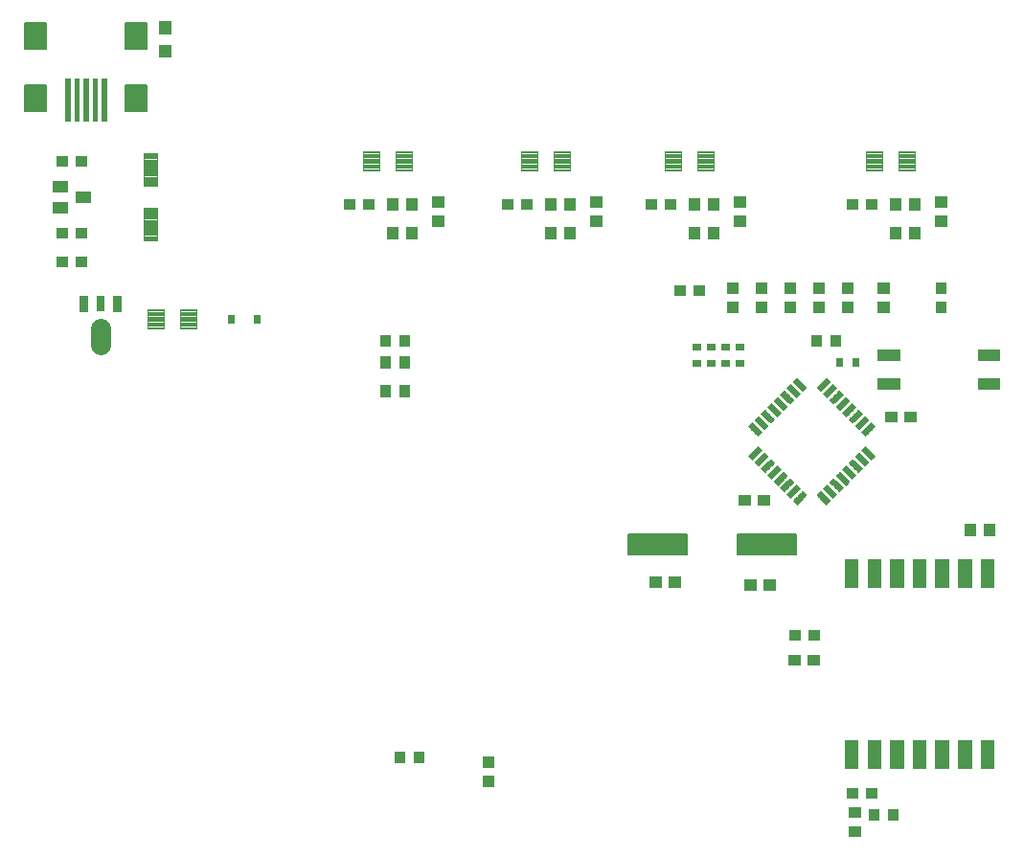
<source format=gbr>
G04 EAGLE Gerber RS-274X export*
G75*
%MOMM*%
%FSLAX34Y34*%
%LPD*%
%INSolderpaste Top*%
%IPPOS*%
%AMOC8*
5,1,8,0,0,1.08239X$1,22.5*%
G01*
%ADD10C,0.047459*%
%ADD11C,0.108444*%
%ADD12C,0.046988*%
%ADD13C,0.052125*%
%ADD14C,0.094444*%
%ADD15C,0.068950*%
%ADD16C,0.049409*%
%ADD17C,0.155934*%
%ADD18C,1.800000*%
%ADD19C,0.052444*%
%ADD20R,0.762000X1.333500*%
%ADD21C,0.150366*%
%ADD22C,0.050800*%
%ADD23C,0.073150*%
%ADD24C,0.062950*%
%ADD25C,0.049425*%


D10*
X562791Y633675D02*
X571809Y633675D01*
X571809Y623657D01*
X562791Y623657D01*
X562791Y633675D01*
X562791Y624108D02*
X571809Y624108D01*
X571809Y624559D02*
X562791Y624559D01*
X562791Y625010D02*
X571809Y625010D01*
X571809Y625461D02*
X562791Y625461D01*
X562791Y625912D02*
X571809Y625912D01*
X571809Y626363D02*
X562791Y626363D01*
X562791Y626814D02*
X571809Y626814D01*
X571809Y627265D02*
X562791Y627265D01*
X562791Y627716D02*
X571809Y627716D01*
X571809Y628167D02*
X562791Y628167D01*
X562791Y628618D02*
X571809Y628618D01*
X571809Y629069D02*
X562791Y629069D01*
X562791Y629520D02*
X571809Y629520D01*
X571809Y629971D02*
X562791Y629971D01*
X562791Y630422D02*
X571809Y630422D01*
X571809Y630873D02*
X562791Y630873D01*
X562791Y631324D02*
X571809Y631324D01*
X571809Y631775D02*
X562791Y631775D01*
X562791Y632226D02*
X571809Y632226D01*
X571809Y632677D02*
X562791Y632677D01*
X562791Y633128D02*
X571809Y633128D01*
X571809Y633579D02*
X562791Y633579D01*
X554809Y633675D02*
X545791Y633675D01*
X554809Y633675D02*
X554809Y623657D01*
X545791Y623657D01*
X545791Y633675D01*
X545791Y624108D02*
X554809Y624108D01*
X554809Y624559D02*
X545791Y624559D01*
X545791Y625010D02*
X554809Y625010D01*
X554809Y625461D02*
X545791Y625461D01*
X545791Y625912D02*
X554809Y625912D01*
X554809Y626363D02*
X545791Y626363D01*
X545791Y626814D02*
X554809Y626814D01*
X554809Y627265D02*
X545791Y627265D01*
X545791Y627716D02*
X554809Y627716D01*
X554809Y628167D02*
X545791Y628167D01*
X545791Y628618D02*
X554809Y628618D01*
X554809Y629069D02*
X545791Y629069D01*
X545791Y629520D02*
X554809Y629520D01*
X554809Y629971D02*
X545791Y629971D01*
X545791Y630422D02*
X554809Y630422D01*
X554809Y630873D02*
X545791Y630873D01*
X545791Y631324D02*
X554809Y631324D01*
X554809Y631775D02*
X545791Y631775D01*
X545791Y632226D02*
X554809Y632226D01*
X554809Y632677D02*
X545791Y632677D01*
X545791Y633128D02*
X554809Y633128D01*
X554809Y633579D02*
X545791Y633579D01*
X562791Y608275D02*
X571809Y608275D01*
X571809Y598257D01*
X562791Y598257D01*
X562791Y608275D01*
X562791Y598708D02*
X571809Y598708D01*
X571809Y599159D02*
X562791Y599159D01*
X562791Y599610D02*
X571809Y599610D01*
X571809Y600061D02*
X562791Y600061D01*
X562791Y600512D02*
X571809Y600512D01*
X571809Y600963D02*
X562791Y600963D01*
X562791Y601414D02*
X571809Y601414D01*
X571809Y601865D02*
X562791Y601865D01*
X562791Y602316D02*
X571809Y602316D01*
X571809Y602767D02*
X562791Y602767D01*
X562791Y603218D02*
X571809Y603218D01*
X571809Y603669D02*
X562791Y603669D01*
X562791Y604120D02*
X571809Y604120D01*
X571809Y604571D02*
X562791Y604571D01*
X562791Y605022D02*
X571809Y605022D01*
X571809Y605473D02*
X562791Y605473D01*
X562791Y605924D02*
X571809Y605924D01*
X571809Y606375D02*
X562791Y606375D01*
X562791Y606826D02*
X571809Y606826D01*
X571809Y607277D02*
X562791Y607277D01*
X562791Y607728D02*
X571809Y607728D01*
X571809Y608179D02*
X562791Y608179D01*
X554809Y608275D02*
X545791Y608275D01*
X554809Y608275D02*
X554809Y598257D01*
X545791Y598257D01*
X545791Y608275D01*
X545791Y598708D02*
X554809Y598708D01*
X554809Y599159D02*
X545791Y599159D01*
X545791Y599610D02*
X554809Y599610D01*
X554809Y600061D02*
X545791Y600061D01*
X545791Y600512D02*
X554809Y600512D01*
X554809Y600963D02*
X545791Y600963D01*
X545791Y601414D02*
X554809Y601414D01*
X554809Y601865D02*
X545791Y601865D01*
X545791Y602316D02*
X554809Y602316D01*
X554809Y602767D02*
X545791Y602767D01*
X545791Y603218D02*
X554809Y603218D01*
X554809Y603669D02*
X545791Y603669D01*
X545791Y604120D02*
X554809Y604120D01*
X554809Y604571D02*
X545791Y604571D01*
X545791Y605022D02*
X554809Y605022D01*
X554809Y605473D02*
X545791Y605473D01*
X545791Y605924D02*
X554809Y605924D01*
X554809Y606375D02*
X545791Y606375D01*
X545791Y606826D02*
X554809Y606826D01*
X554809Y607277D02*
X545791Y607277D01*
X545791Y607728D02*
X554809Y607728D01*
X554809Y608179D02*
X545791Y608179D01*
X767009Y542125D02*
X767009Y533107D01*
X756991Y533107D01*
X756991Y542125D01*
X767009Y542125D01*
X767009Y533558D02*
X756991Y533558D01*
X756991Y534009D02*
X767009Y534009D01*
X767009Y534460D02*
X756991Y534460D01*
X756991Y534911D02*
X767009Y534911D01*
X767009Y535362D02*
X756991Y535362D01*
X756991Y535813D02*
X767009Y535813D01*
X767009Y536264D02*
X756991Y536264D01*
X756991Y536715D02*
X767009Y536715D01*
X767009Y537166D02*
X756991Y537166D01*
X756991Y537617D02*
X767009Y537617D01*
X767009Y538068D02*
X756991Y538068D01*
X756991Y538519D02*
X767009Y538519D01*
X767009Y538970D02*
X756991Y538970D01*
X756991Y539421D02*
X767009Y539421D01*
X767009Y539872D02*
X756991Y539872D01*
X756991Y540323D02*
X767009Y540323D01*
X767009Y540774D02*
X756991Y540774D01*
X756991Y541225D02*
X767009Y541225D01*
X767009Y541676D02*
X756991Y541676D01*
X767009Y550107D02*
X767009Y559125D01*
X767009Y550107D02*
X756991Y550107D01*
X756991Y559125D01*
X767009Y559125D01*
X767009Y550558D02*
X756991Y550558D01*
X756991Y551009D02*
X767009Y551009D01*
X767009Y551460D02*
X756991Y551460D01*
X756991Y551911D02*
X767009Y551911D01*
X767009Y552362D02*
X756991Y552362D01*
X756991Y552813D02*
X767009Y552813D01*
X767009Y553264D02*
X756991Y553264D01*
X756991Y553715D02*
X767009Y553715D01*
X767009Y554166D02*
X756991Y554166D01*
X756991Y554617D02*
X767009Y554617D01*
X767009Y555068D02*
X756991Y555068D01*
X756991Y555519D02*
X767009Y555519D01*
X767009Y555970D02*
X756991Y555970D01*
X756991Y556421D02*
X767009Y556421D01*
X767009Y556872D02*
X756991Y556872D01*
X756991Y557323D02*
X767009Y557323D01*
X767009Y557774D02*
X756991Y557774D01*
X756991Y558225D02*
X767009Y558225D01*
X767009Y558676D02*
X756991Y558676D01*
X782391Y559125D02*
X782391Y550107D01*
X782391Y559125D02*
X792409Y559125D01*
X792409Y550107D01*
X782391Y550107D01*
X782391Y550558D02*
X792409Y550558D01*
X792409Y551009D02*
X782391Y551009D01*
X782391Y551460D02*
X792409Y551460D01*
X792409Y551911D02*
X782391Y551911D01*
X782391Y552362D02*
X792409Y552362D01*
X792409Y552813D02*
X782391Y552813D01*
X782391Y553264D02*
X792409Y553264D01*
X792409Y553715D02*
X782391Y553715D01*
X782391Y554166D02*
X792409Y554166D01*
X792409Y554617D02*
X782391Y554617D01*
X782391Y555068D02*
X792409Y555068D01*
X792409Y555519D02*
X782391Y555519D01*
X782391Y555970D02*
X792409Y555970D01*
X792409Y556421D02*
X782391Y556421D01*
X782391Y556872D02*
X792409Y556872D01*
X792409Y557323D02*
X782391Y557323D01*
X782391Y557774D02*
X792409Y557774D01*
X792409Y558225D02*
X782391Y558225D01*
X782391Y558676D02*
X792409Y558676D01*
X782391Y542125D02*
X782391Y533107D01*
X782391Y542125D02*
X792409Y542125D01*
X792409Y533107D01*
X782391Y533107D01*
X782391Y533558D02*
X792409Y533558D01*
X792409Y534009D02*
X782391Y534009D01*
X782391Y534460D02*
X792409Y534460D01*
X792409Y534911D02*
X782391Y534911D01*
X782391Y535362D02*
X792409Y535362D01*
X792409Y535813D02*
X782391Y535813D01*
X782391Y536264D02*
X792409Y536264D01*
X792409Y536715D02*
X782391Y536715D01*
X782391Y537166D02*
X792409Y537166D01*
X792409Y537617D02*
X782391Y537617D01*
X782391Y538068D02*
X792409Y538068D01*
X792409Y538519D02*
X782391Y538519D01*
X782391Y538970D02*
X792409Y538970D01*
X792409Y539421D02*
X782391Y539421D01*
X782391Y539872D02*
X792409Y539872D01*
X792409Y540323D02*
X782391Y540323D01*
X782391Y540774D02*
X792409Y540774D01*
X792409Y541225D02*
X782391Y541225D01*
X782391Y541676D02*
X792409Y541676D01*
X706191Y550107D02*
X706191Y559125D01*
X716209Y559125D01*
X716209Y550107D01*
X706191Y550107D01*
X706191Y550558D02*
X716209Y550558D01*
X716209Y551009D02*
X706191Y551009D01*
X706191Y551460D02*
X716209Y551460D01*
X716209Y551911D02*
X706191Y551911D01*
X706191Y552362D02*
X716209Y552362D01*
X716209Y552813D02*
X706191Y552813D01*
X706191Y553264D02*
X716209Y553264D01*
X716209Y553715D02*
X706191Y553715D01*
X706191Y554166D02*
X716209Y554166D01*
X716209Y554617D02*
X706191Y554617D01*
X706191Y555068D02*
X716209Y555068D01*
X716209Y555519D02*
X706191Y555519D01*
X706191Y555970D02*
X716209Y555970D01*
X716209Y556421D02*
X706191Y556421D01*
X706191Y556872D02*
X716209Y556872D01*
X716209Y557323D02*
X706191Y557323D01*
X706191Y557774D02*
X716209Y557774D01*
X716209Y558225D02*
X706191Y558225D01*
X706191Y558676D02*
X716209Y558676D01*
X706191Y542125D02*
X706191Y533107D01*
X706191Y542125D02*
X716209Y542125D01*
X716209Y533107D01*
X706191Y533107D01*
X706191Y533558D02*
X716209Y533558D01*
X716209Y534009D02*
X706191Y534009D01*
X706191Y534460D02*
X716209Y534460D01*
X716209Y534911D02*
X706191Y534911D01*
X706191Y535362D02*
X716209Y535362D01*
X716209Y535813D02*
X706191Y535813D01*
X706191Y536264D02*
X716209Y536264D01*
X716209Y536715D02*
X706191Y536715D01*
X706191Y537166D02*
X716209Y537166D01*
X716209Y537617D02*
X706191Y537617D01*
X706191Y538068D02*
X716209Y538068D01*
X716209Y538519D02*
X706191Y538519D01*
X706191Y538970D02*
X716209Y538970D01*
X716209Y539421D02*
X706191Y539421D01*
X706191Y539872D02*
X716209Y539872D01*
X716209Y540323D02*
X706191Y540323D01*
X706191Y540774D02*
X716209Y540774D01*
X716209Y541225D02*
X706191Y541225D01*
X706191Y541676D02*
X716209Y541676D01*
X741609Y542125D02*
X741609Y533107D01*
X731591Y533107D01*
X731591Y542125D01*
X741609Y542125D01*
X741609Y533558D02*
X731591Y533558D01*
X731591Y534009D02*
X741609Y534009D01*
X741609Y534460D02*
X731591Y534460D01*
X731591Y534911D02*
X741609Y534911D01*
X741609Y535362D02*
X731591Y535362D01*
X731591Y535813D02*
X741609Y535813D01*
X741609Y536264D02*
X731591Y536264D01*
X731591Y536715D02*
X741609Y536715D01*
X741609Y537166D02*
X731591Y537166D01*
X731591Y537617D02*
X741609Y537617D01*
X741609Y538068D02*
X731591Y538068D01*
X731591Y538519D02*
X741609Y538519D01*
X741609Y538970D02*
X731591Y538970D01*
X731591Y539421D02*
X741609Y539421D01*
X741609Y539872D02*
X731591Y539872D01*
X731591Y540323D02*
X741609Y540323D01*
X741609Y540774D02*
X731591Y540774D01*
X731591Y541225D02*
X741609Y541225D01*
X741609Y541676D02*
X731591Y541676D01*
X741609Y550107D02*
X741609Y559125D01*
X741609Y550107D02*
X731591Y550107D01*
X731591Y559125D01*
X741609Y559125D01*
X741609Y550558D02*
X731591Y550558D01*
X731591Y551009D02*
X741609Y551009D01*
X741609Y551460D02*
X731591Y551460D01*
X731591Y551911D02*
X741609Y551911D01*
X741609Y552362D02*
X731591Y552362D01*
X731591Y552813D02*
X741609Y552813D01*
X741609Y553264D02*
X731591Y553264D01*
X731591Y553715D02*
X741609Y553715D01*
X741609Y554166D02*
X731591Y554166D01*
X731591Y554617D02*
X741609Y554617D01*
X741609Y555068D02*
X731591Y555068D01*
X731591Y555519D02*
X741609Y555519D01*
X741609Y555970D02*
X731591Y555970D01*
X731591Y556421D02*
X741609Y556421D01*
X741609Y556872D02*
X731591Y556872D01*
X731591Y557323D02*
X741609Y557323D01*
X741609Y557774D02*
X731591Y557774D01*
X731591Y558225D02*
X741609Y558225D01*
X741609Y558676D02*
X731591Y558676D01*
X867591Y633675D02*
X876609Y633675D01*
X876609Y623657D01*
X867591Y623657D01*
X867591Y633675D01*
X867591Y624108D02*
X876609Y624108D01*
X876609Y624559D02*
X867591Y624559D01*
X867591Y625010D02*
X876609Y625010D01*
X876609Y625461D02*
X867591Y625461D01*
X867591Y625912D02*
X876609Y625912D01*
X876609Y626363D02*
X867591Y626363D01*
X867591Y626814D02*
X876609Y626814D01*
X876609Y627265D02*
X867591Y627265D01*
X867591Y627716D02*
X876609Y627716D01*
X876609Y628167D02*
X867591Y628167D01*
X867591Y628618D02*
X876609Y628618D01*
X876609Y629069D02*
X867591Y629069D01*
X867591Y629520D02*
X876609Y629520D01*
X876609Y629971D02*
X867591Y629971D01*
X867591Y630422D02*
X876609Y630422D01*
X876609Y630873D02*
X867591Y630873D01*
X867591Y631324D02*
X876609Y631324D01*
X876609Y631775D02*
X867591Y631775D01*
X867591Y632226D02*
X876609Y632226D01*
X876609Y632677D02*
X867591Y632677D01*
X867591Y633128D02*
X876609Y633128D01*
X876609Y633579D02*
X867591Y633579D01*
X859609Y633675D02*
X850591Y633675D01*
X859609Y633675D02*
X859609Y623657D01*
X850591Y623657D01*
X850591Y633675D01*
X850591Y624108D02*
X859609Y624108D01*
X859609Y624559D02*
X850591Y624559D01*
X850591Y625010D02*
X859609Y625010D01*
X859609Y625461D02*
X850591Y625461D01*
X850591Y625912D02*
X859609Y625912D01*
X859609Y626363D02*
X850591Y626363D01*
X850591Y626814D02*
X859609Y626814D01*
X859609Y627265D02*
X850591Y627265D01*
X850591Y627716D02*
X859609Y627716D01*
X859609Y628167D02*
X850591Y628167D01*
X850591Y628618D02*
X859609Y628618D01*
X859609Y629069D02*
X850591Y629069D01*
X850591Y629520D02*
X859609Y629520D01*
X859609Y629971D02*
X850591Y629971D01*
X850591Y630422D02*
X859609Y630422D01*
X859609Y630873D02*
X850591Y630873D01*
X850591Y631324D02*
X859609Y631324D01*
X859609Y631775D02*
X850591Y631775D01*
X850591Y632226D02*
X859609Y632226D01*
X859609Y632677D02*
X850591Y632677D01*
X850591Y633128D02*
X859609Y633128D01*
X859609Y633579D02*
X850591Y633579D01*
X867591Y608275D02*
X876609Y608275D01*
X876609Y598257D01*
X867591Y598257D01*
X867591Y608275D01*
X867591Y598708D02*
X876609Y598708D01*
X876609Y599159D02*
X867591Y599159D01*
X867591Y599610D02*
X876609Y599610D01*
X876609Y600061D02*
X867591Y600061D01*
X867591Y600512D02*
X876609Y600512D01*
X876609Y600963D02*
X867591Y600963D01*
X867591Y601414D02*
X876609Y601414D01*
X876609Y601865D02*
X867591Y601865D01*
X867591Y602316D02*
X876609Y602316D01*
X876609Y602767D02*
X867591Y602767D01*
X867591Y603218D02*
X876609Y603218D01*
X876609Y603669D02*
X867591Y603669D01*
X867591Y604120D02*
X876609Y604120D01*
X876609Y604571D02*
X867591Y604571D01*
X867591Y605022D02*
X876609Y605022D01*
X876609Y605473D02*
X867591Y605473D01*
X867591Y605924D02*
X876609Y605924D01*
X876609Y606375D02*
X867591Y606375D01*
X867591Y606826D02*
X876609Y606826D01*
X876609Y607277D02*
X867591Y607277D01*
X867591Y607728D02*
X876609Y607728D01*
X876609Y608179D02*
X867591Y608179D01*
X859609Y608275D02*
X850591Y608275D01*
X859609Y608275D02*
X859609Y598257D01*
X850591Y598257D01*
X850591Y608275D01*
X850591Y598708D02*
X859609Y598708D01*
X859609Y599159D02*
X850591Y599159D01*
X850591Y599610D02*
X859609Y599610D01*
X859609Y600061D02*
X850591Y600061D01*
X850591Y600512D02*
X859609Y600512D01*
X859609Y600963D02*
X850591Y600963D01*
X850591Y601414D02*
X859609Y601414D01*
X859609Y601865D02*
X850591Y601865D01*
X850591Y602316D02*
X859609Y602316D01*
X859609Y602767D02*
X850591Y602767D01*
X850591Y603218D02*
X859609Y603218D01*
X859609Y603669D02*
X850591Y603669D01*
X850591Y604120D02*
X859609Y604120D01*
X859609Y604571D02*
X850591Y604571D01*
X850591Y605022D02*
X859609Y605022D01*
X859609Y605473D02*
X850591Y605473D01*
X850591Y605924D02*
X859609Y605924D01*
X859609Y606375D02*
X850591Y606375D01*
X850591Y606826D02*
X859609Y606826D01*
X859609Y607277D02*
X850591Y607277D01*
X850591Y607728D02*
X859609Y607728D01*
X859609Y608179D02*
X850591Y608179D01*
X432109Y633675D02*
X423091Y633675D01*
X432109Y633675D02*
X432109Y623657D01*
X423091Y623657D01*
X423091Y633675D01*
X423091Y624108D02*
X432109Y624108D01*
X432109Y624559D02*
X423091Y624559D01*
X423091Y625010D02*
X432109Y625010D01*
X432109Y625461D02*
X423091Y625461D01*
X423091Y625912D02*
X432109Y625912D01*
X432109Y626363D02*
X423091Y626363D01*
X423091Y626814D02*
X432109Y626814D01*
X432109Y627265D02*
X423091Y627265D01*
X423091Y627716D02*
X432109Y627716D01*
X432109Y628167D02*
X423091Y628167D01*
X423091Y628618D02*
X432109Y628618D01*
X432109Y629069D02*
X423091Y629069D01*
X423091Y629520D02*
X432109Y629520D01*
X432109Y629971D02*
X423091Y629971D01*
X423091Y630422D02*
X432109Y630422D01*
X432109Y630873D02*
X423091Y630873D01*
X423091Y631324D02*
X432109Y631324D01*
X432109Y631775D02*
X423091Y631775D01*
X423091Y632226D02*
X432109Y632226D01*
X432109Y632677D02*
X423091Y632677D01*
X423091Y633128D02*
X432109Y633128D01*
X432109Y633579D02*
X423091Y633579D01*
X415109Y633675D02*
X406091Y633675D01*
X415109Y633675D02*
X415109Y623657D01*
X406091Y623657D01*
X406091Y633675D01*
X406091Y624108D02*
X415109Y624108D01*
X415109Y624559D02*
X406091Y624559D01*
X406091Y625010D02*
X415109Y625010D01*
X415109Y625461D02*
X406091Y625461D01*
X406091Y625912D02*
X415109Y625912D01*
X415109Y626363D02*
X406091Y626363D01*
X406091Y626814D02*
X415109Y626814D01*
X415109Y627265D02*
X406091Y627265D01*
X406091Y627716D02*
X415109Y627716D01*
X415109Y628167D02*
X406091Y628167D01*
X406091Y628618D02*
X415109Y628618D01*
X415109Y629069D02*
X406091Y629069D01*
X406091Y629520D02*
X415109Y629520D01*
X415109Y629971D02*
X406091Y629971D01*
X406091Y630422D02*
X415109Y630422D01*
X415109Y630873D02*
X406091Y630873D01*
X406091Y631324D02*
X415109Y631324D01*
X415109Y631775D02*
X406091Y631775D01*
X406091Y632226D02*
X415109Y632226D01*
X415109Y632677D02*
X406091Y632677D01*
X406091Y633128D02*
X415109Y633128D01*
X415109Y633579D02*
X406091Y633579D01*
X423091Y608275D02*
X432109Y608275D01*
X432109Y598257D01*
X423091Y598257D01*
X423091Y608275D01*
X423091Y598708D02*
X432109Y598708D01*
X432109Y599159D02*
X423091Y599159D01*
X423091Y599610D02*
X432109Y599610D01*
X432109Y600061D02*
X423091Y600061D01*
X423091Y600512D02*
X432109Y600512D01*
X432109Y600963D02*
X423091Y600963D01*
X423091Y601414D02*
X432109Y601414D01*
X432109Y601865D02*
X423091Y601865D01*
X423091Y602316D02*
X432109Y602316D01*
X432109Y602767D02*
X423091Y602767D01*
X423091Y603218D02*
X432109Y603218D01*
X432109Y603669D02*
X423091Y603669D01*
X423091Y604120D02*
X432109Y604120D01*
X432109Y604571D02*
X423091Y604571D01*
X423091Y605022D02*
X432109Y605022D01*
X432109Y605473D02*
X423091Y605473D01*
X423091Y605924D02*
X432109Y605924D01*
X432109Y606375D02*
X423091Y606375D01*
X423091Y606826D02*
X432109Y606826D01*
X432109Y607277D02*
X423091Y607277D01*
X423091Y607728D02*
X432109Y607728D01*
X432109Y608179D02*
X423091Y608179D01*
X415109Y608275D02*
X406091Y608275D01*
X415109Y608275D02*
X415109Y598257D01*
X406091Y598257D01*
X406091Y608275D01*
X406091Y598708D02*
X415109Y598708D01*
X415109Y599159D02*
X406091Y599159D01*
X406091Y599610D02*
X415109Y599610D01*
X415109Y600061D02*
X406091Y600061D01*
X406091Y600512D02*
X415109Y600512D01*
X415109Y600963D02*
X406091Y600963D01*
X406091Y601414D02*
X415109Y601414D01*
X415109Y601865D02*
X406091Y601865D01*
X406091Y602316D02*
X415109Y602316D01*
X415109Y602767D02*
X406091Y602767D01*
X406091Y603218D02*
X415109Y603218D01*
X415109Y603669D02*
X406091Y603669D01*
X406091Y604120D02*
X415109Y604120D01*
X415109Y604571D02*
X406091Y604571D01*
X406091Y605022D02*
X415109Y605022D01*
X415109Y605473D02*
X406091Y605473D01*
X406091Y605924D02*
X415109Y605924D01*
X415109Y606375D02*
X406091Y606375D01*
X406091Y606826D02*
X415109Y606826D01*
X415109Y607277D02*
X406091Y607277D01*
X406091Y607728D02*
X415109Y607728D01*
X415109Y608179D02*
X406091Y608179D01*
X408759Y502991D02*
X399741Y502991D01*
X399741Y513009D01*
X408759Y513009D01*
X408759Y502991D01*
X408759Y503442D02*
X399741Y503442D01*
X399741Y503893D02*
X408759Y503893D01*
X408759Y504344D02*
X399741Y504344D01*
X399741Y504795D02*
X408759Y504795D01*
X408759Y505246D02*
X399741Y505246D01*
X399741Y505697D02*
X408759Y505697D01*
X408759Y506148D02*
X399741Y506148D01*
X399741Y506599D02*
X408759Y506599D01*
X408759Y507050D02*
X399741Y507050D01*
X399741Y507501D02*
X408759Y507501D01*
X408759Y507952D02*
X399741Y507952D01*
X399741Y508403D02*
X408759Y508403D01*
X408759Y508854D02*
X399741Y508854D01*
X399741Y509305D02*
X408759Y509305D01*
X408759Y509756D02*
X399741Y509756D01*
X399741Y510207D02*
X408759Y510207D01*
X408759Y510658D02*
X399741Y510658D01*
X399741Y511109D02*
X408759Y511109D01*
X408759Y511560D02*
X399741Y511560D01*
X399741Y512011D02*
X408759Y512011D01*
X408759Y512462D02*
X399741Y512462D01*
X399741Y512913D02*
X408759Y512913D01*
X416741Y502991D02*
X425759Y502991D01*
X416741Y502991D02*
X416741Y513009D01*
X425759Y513009D01*
X425759Y502991D01*
X425759Y503442D02*
X416741Y503442D01*
X416741Y503893D02*
X425759Y503893D01*
X425759Y504344D02*
X416741Y504344D01*
X416741Y504795D02*
X425759Y504795D01*
X425759Y505246D02*
X416741Y505246D01*
X416741Y505697D02*
X425759Y505697D01*
X425759Y506148D02*
X416741Y506148D01*
X416741Y506599D02*
X425759Y506599D01*
X425759Y507050D02*
X416741Y507050D01*
X416741Y507501D02*
X425759Y507501D01*
X425759Y507952D02*
X416741Y507952D01*
X416741Y508403D02*
X425759Y508403D01*
X425759Y508854D02*
X416741Y508854D01*
X416741Y509305D02*
X425759Y509305D01*
X425759Y509756D02*
X416741Y509756D01*
X416741Y510207D02*
X425759Y510207D01*
X425759Y510658D02*
X416741Y510658D01*
X416741Y511109D02*
X425759Y511109D01*
X425759Y511560D02*
X416741Y511560D01*
X416741Y512011D02*
X425759Y512011D01*
X425759Y512462D02*
X416741Y512462D01*
X416741Y512913D02*
X425759Y512913D01*
X689791Y633675D02*
X698809Y633675D01*
X698809Y623657D01*
X689791Y623657D01*
X689791Y633675D01*
X689791Y624108D02*
X698809Y624108D01*
X698809Y624559D02*
X689791Y624559D01*
X689791Y625010D02*
X698809Y625010D01*
X698809Y625461D02*
X689791Y625461D01*
X689791Y625912D02*
X698809Y625912D01*
X698809Y626363D02*
X689791Y626363D01*
X689791Y626814D02*
X698809Y626814D01*
X698809Y627265D02*
X689791Y627265D01*
X689791Y627716D02*
X698809Y627716D01*
X698809Y628167D02*
X689791Y628167D01*
X689791Y628618D02*
X698809Y628618D01*
X698809Y629069D02*
X689791Y629069D01*
X689791Y629520D02*
X698809Y629520D01*
X698809Y629971D02*
X689791Y629971D01*
X689791Y630422D02*
X698809Y630422D01*
X698809Y630873D02*
X689791Y630873D01*
X689791Y631324D02*
X698809Y631324D01*
X698809Y631775D02*
X689791Y631775D01*
X689791Y632226D02*
X698809Y632226D01*
X698809Y632677D02*
X689791Y632677D01*
X689791Y633128D02*
X698809Y633128D01*
X698809Y633579D02*
X689791Y633579D01*
X681809Y633675D02*
X672791Y633675D01*
X681809Y633675D02*
X681809Y623657D01*
X672791Y623657D01*
X672791Y633675D01*
X672791Y624108D02*
X681809Y624108D01*
X681809Y624559D02*
X672791Y624559D01*
X672791Y625010D02*
X681809Y625010D01*
X681809Y625461D02*
X672791Y625461D01*
X672791Y625912D02*
X681809Y625912D01*
X681809Y626363D02*
X672791Y626363D01*
X672791Y626814D02*
X681809Y626814D01*
X681809Y627265D02*
X672791Y627265D01*
X672791Y627716D02*
X681809Y627716D01*
X681809Y628167D02*
X672791Y628167D01*
X672791Y628618D02*
X681809Y628618D01*
X681809Y629069D02*
X672791Y629069D01*
X672791Y629520D02*
X681809Y629520D01*
X681809Y629971D02*
X672791Y629971D01*
X672791Y630422D02*
X681809Y630422D01*
X681809Y630873D02*
X672791Y630873D01*
X672791Y631324D02*
X681809Y631324D01*
X681809Y631775D02*
X672791Y631775D01*
X672791Y632226D02*
X681809Y632226D01*
X681809Y632677D02*
X672791Y632677D01*
X672791Y633128D02*
X681809Y633128D01*
X681809Y633579D02*
X672791Y633579D01*
X689791Y608275D02*
X698809Y608275D01*
X698809Y598257D01*
X689791Y598257D01*
X689791Y608275D01*
X689791Y598708D02*
X698809Y598708D01*
X698809Y599159D02*
X689791Y599159D01*
X689791Y599610D02*
X698809Y599610D01*
X698809Y600061D02*
X689791Y600061D01*
X689791Y600512D02*
X698809Y600512D01*
X698809Y600963D02*
X689791Y600963D01*
X689791Y601414D02*
X698809Y601414D01*
X698809Y601865D02*
X689791Y601865D01*
X689791Y602316D02*
X698809Y602316D01*
X698809Y602767D02*
X689791Y602767D01*
X689791Y603218D02*
X698809Y603218D01*
X698809Y603669D02*
X689791Y603669D01*
X689791Y604120D02*
X698809Y604120D01*
X698809Y604571D02*
X689791Y604571D01*
X689791Y605022D02*
X698809Y605022D01*
X698809Y605473D02*
X689791Y605473D01*
X689791Y605924D02*
X698809Y605924D01*
X698809Y606375D02*
X689791Y606375D01*
X689791Y606826D02*
X698809Y606826D01*
X698809Y607277D02*
X689791Y607277D01*
X689791Y607728D02*
X698809Y607728D01*
X698809Y608179D02*
X689791Y608179D01*
X681809Y608275D02*
X672791Y608275D01*
X681809Y608275D02*
X681809Y598257D01*
X672791Y598257D01*
X672791Y608275D01*
X672791Y598708D02*
X681809Y598708D01*
X681809Y599159D02*
X672791Y599159D01*
X672791Y599610D02*
X681809Y599610D01*
X681809Y600061D02*
X672791Y600061D01*
X672791Y600512D02*
X681809Y600512D01*
X681809Y600963D02*
X672791Y600963D01*
X672791Y601414D02*
X681809Y601414D01*
X681809Y601865D02*
X672791Y601865D01*
X672791Y602316D02*
X681809Y602316D01*
X681809Y602767D02*
X672791Y602767D01*
X672791Y603218D02*
X681809Y603218D01*
X681809Y603669D02*
X672791Y603669D01*
X672791Y604120D02*
X681809Y604120D01*
X681809Y604571D02*
X672791Y604571D01*
X672791Y605022D02*
X681809Y605022D01*
X681809Y605473D02*
X672791Y605473D01*
X672791Y605924D02*
X681809Y605924D01*
X681809Y606375D02*
X672791Y606375D01*
X672791Y606826D02*
X681809Y606826D01*
X681809Y607277D02*
X672791Y607277D01*
X672791Y607728D02*
X681809Y607728D01*
X681809Y608179D02*
X672791Y608179D01*
D11*
X427824Y658547D02*
X413416Y658547D01*
X413416Y674985D01*
X427824Y674985D01*
X427824Y658547D01*
X427824Y659577D02*
X413416Y659577D01*
X413416Y660607D02*
X427824Y660607D01*
X427824Y661637D02*
X413416Y661637D01*
X413416Y662667D02*
X427824Y662667D01*
X427824Y663697D02*
X413416Y663697D01*
X413416Y664727D02*
X427824Y664727D01*
X427824Y665757D02*
X413416Y665757D01*
X413416Y666787D02*
X427824Y666787D01*
X427824Y667817D02*
X413416Y667817D01*
X413416Y668847D02*
X427824Y668847D01*
X427824Y669877D02*
X413416Y669877D01*
X413416Y670907D02*
X427824Y670907D01*
X427824Y671937D02*
X413416Y671937D01*
X413416Y672967D02*
X427824Y672967D01*
X427824Y673997D02*
X413416Y673997D01*
X399384Y658547D02*
X384976Y658547D01*
X384976Y674985D01*
X399384Y674985D01*
X399384Y658547D01*
X399384Y659577D02*
X384976Y659577D01*
X384976Y660607D02*
X399384Y660607D01*
X399384Y661637D02*
X384976Y661637D01*
X384976Y662667D02*
X399384Y662667D01*
X399384Y663697D02*
X384976Y663697D01*
X384976Y664727D02*
X399384Y664727D01*
X399384Y665757D02*
X384976Y665757D01*
X384976Y666787D02*
X399384Y666787D01*
X399384Y667817D02*
X384976Y667817D01*
X384976Y668847D02*
X399384Y668847D01*
X399384Y669877D02*
X384976Y669877D01*
X384976Y670907D02*
X399384Y670907D01*
X399384Y671937D02*
X384976Y671937D01*
X384976Y672967D02*
X399384Y672967D01*
X399384Y673997D02*
X384976Y673997D01*
X553116Y658547D02*
X567524Y658547D01*
X553116Y658547D02*
X553116Y674985D01*
X567524Y674985D01*
X567524Y658547D01*
X567524Y659577D02*
X553116Y659577D01*
X553116Y660607D02*
X567524Y660607D01*
X567524Y661637D02*
X553116Y661637D01*
X553116Y662667D02*
X567524Y662667D01*
X567524Y663697D02*
X553116Y663697D01*
X553116Y664727D02*
X567524Y664727D01*
X567524Y665757D02*
X553116Y665757D01*
X553116Y666787D02*
X567524Y666787D01*
X567524Y667817D02*
X553116Y667817D01*
X553116Y668847D02*
X567524Y668847D01*
X567524Y669877D02*
X553116Y669877D01*
X553116Y670907D02*
X567524Y670907D01*
X567524Y671937D02*
X553116Y671937D01*
X553116Y672967D02*
X567524Y672967D01*
X567524Y673997D02*
X553116Y673997D01*
X539084Y658547D02*
X524676Y658547D01*
X524676Y674985D01*
X539084Y674985D01*
X539084Y658547D01*
X539084Y659577D02*
X524676Y659577D01*
X524676Y660607D02*
X539084Y660607D01*
X539084Y661637D02*
X524676Y661637D01*
X524676Y662667D02*
X539084Y662667D01*
X539084Y663697D02*
X524676Y663697D01*
X524676Y664727D02*
X539084Y664727D01*
X539084Y665757D02*
X524676Y665757D01*
X524676Y666787D02*
X539084Y666787D01*
X539084Y667817D02*
X524676Y667817D01*
X524676Y668847D02*
X539084Y668847D01*
X539084Y669877D02*
X524676Y669877D01*
X524676Y670907D02*
X539084Y670907D01*
X539084Y671937D02*
X524676Y671937D01*
X524676Y672967D02*
X539084Y672967D01*
X539084Y673997D02*
X524676Y673997D01*
X680116Y658547D02*
X694524Y658547D01*
X680116Y658547D02*
X680116Y674985D01*
X694524Y674985D01*
X694524Y658547D01*
X694524Y659577D02*
X680116Y659577D01*
X680116Y660607D02*
X694524Y660607D01*
X694524Y661637D02*
X680116Y661637D01*
X680116Y662667D02*
X694524Y662667D01*
X694524Y663697D02*
X680116Y663697D01*
X680116Y664727D02*
X694524Y664727D01*
X694524Y665757D02*
X680116Y665757D01*
X680116Y666787D02*
X694524Y666787D01*
X694524Y667817D02*
X680116Y667817D01*
X680116Y668847D02*
X694524Y668847D01*
X694524Y669877D02*
X680116Y669877D01*
X680116Y670907D02*
X694524Y670907D01*
X694524Y671937D02*
X680116Y671937D01*
X680116Y672967D02*
X694524Y672967D01*
X694524Y673997D02*
X680116Y673997D01*
X666084Y658547D02*
X651676Y658547D01*
X651676Y674985D01*
X666084Y674985D01*
X666084Y658547D01*
X666084Y659577D02*
X651676Y659577D01*
X651676Y660607D02*
X666084Y660607D01*
X666084Y661637D02*
X651676Y661637D01*
X651676Y662667D02*
X666084Y662667D01*
X666084Y663697D02*
X651676Y663697D01*
X651676Y664727D02*
X666084Y664727D01*
X666084Y665757D02*
X651676Y665757D01*
X651676Y666787D02*
X666084Y666787D01*
X666084Y667817D02*
X651676Y667817D01*
X651676Y668847D02*
X666084Y668847D01*
X666084Y669877D02*
X651676Y669877D01*
X651676Y670907D02*
X666084Y670907D01*
X666084Y671937D02*
X651676Y671937D01*
X651676Y672967D02*
X666084Y672967D01*
X666084Y673997D02*
X651676Y673997D01*
X857916Y658547D02*
X872324Y658547D01*
X857916Y658547D02*
X857916Y674985D01*
X872324Y674985D01*
X872324Y658547D01*
X872324Y659577D02*
X857916Y659577D01*
X857916Y660607D02*
X872324Y660607D01*
X872324Y661637D02*
X857916Y661637D01*
X857916Y662667D02*
X872324Y662667D01*
X872324Y663697D02*
X857916Y663697D01*
X857916Y664727D02*
X872324Y664727D01*
X872324Y665757D02*
X857916Y665757D01*
X857916Y666787D02*
X872324Y666787D01*
X872324Y667817D02*
X857916Y667817D01*
X857916Y668847D02*
X872324Y668847D01*
X872324Y669877D02*
X857916Y669877D01*
X857916Y670907D02*
X872324Y670907D01*
X872324Y671937D02*
X857916Y671937D01*
X857916Y672967D02*
X872324Y672967D01*
X872324Y673997D02*
X857916Y673997D01*
X843884Y658547D02*
X829476Y658547D01*
X829476Y674985D01*
X843884Y674985D01*
X843884Y658547D01*
X843884Y659577D02*
X829476Y659577D01*
X829476Y660607D02*
X843884Y660607D01*
X843884Y661637D02*
X829476Y661637D01*
X829476Y662667D02*
X843884Y662667D01*
X843884Y663697D02*
X829476Y663697D01*
X829476Y664727D02*
X843884Y664727D01*
X843884Y665757D02*
X829476Y665757D01*
X829476Y666787D02*
X843884Y666787D01*
X843884Y667817D02*
X829476Y667817D01*
X829476Y668847D02*
X843884Y668847D01*
X843884Y669877D02*
X829476Y669877D01*
X829476Y670907D02*
X843884Y670907D01*
X843884Y671937D02*
X829476Y671937D01*
X829476Y672967D02*
X843884Y672967D01*
X843884Y673997D02*
X829476Y673997D01*
D10*
X445841Y635309D02*
X445841Y626291D01*
X445841Y635309D02*
X455859Y635309D01*
X455859Y626291D01*
X445841Y626291D01*
X445841Y626742D02*
X455859Y626742D01*
X455859Y627193D02*
X445841Y627193D01*
X445841Y627644D02*
X455859Y627644D01*
X455859Y628095D02*
X445841Y628095D01*
X445841Y628546D02*
X455859Y628546D01*
X455859Y628997D02*
X445841Y628997D01*
X445841Y629448D02*
X455859Y629448D01*
X455859Y629899D02*
X445841Y629899D01*
X445841Y630350D02*
X455859Y630350D01*
X455859Y630801D02*
X445841Y630801D01*
X445841Y631252D02*
X455859Y631252D01*
X455859Y631703D02*
X445841Y631703D01*
X445841Y632154D02*
X455859Y632154D01*
X455859Y632605D02*
X445841Y632605D01*
X445841Y633056D02*
X455859Y633056D01*
X455859Y633507D02*
X445841Y633507D01*
X445841Y633958D02*
X455859Y633958D01*
X455859Y634409D02*
X445841Y634409D01*
X445841Y634860D02*
X455859Y634860D01*
X445841Y618309D02*
X445841Y609291D01*
X445841Y618309D02*
X455859Y618309D01*
X455859Y609291D01*
X445841Y609291D01*
X445841Y609742D02*
X455859Y609742D01*
X455859Y610193D02*
X445841Y610193D01*
X445841Y610644D02*
X455859Y610644D01*
X455859Y611095D02*
X445841Y611095D01*
X445841Y611546D02*
X455859Y611546D01*
X455859Y611997D02*
X445841Y611997D01*
X445841Y612448D02*
X455859Y612448D01*
X455859Y612899D02*
X445841Y612899D01*
X445841Y613350D02*
X455859Y613350D01*
X455859Y613801D02*
X445841Y613801D01*
X445841Y614252D02*
X455859Y614252D01*
X455859Y614703D02*
X445841Y614703D01*
X445841Y615154D02*
X455859Y615154D01*
X455859Y615605D02*
X445841Y615605D01*
X445841Y616056D02*
X455859Y616056D01*
X455859Y616507D02*
X445841Y616507D01*
X445841Y616958D02*
X455859Y616958D01*
X455859Y617409D02*
X445841Y617409D01*
X445841Y617860D02*
X455859Y617860D01*
X585541Y626291D02*
X585541Y635309D01*
X595559Y635309D01*
X595559Y626291D01*
X585541Y626291D01*
X585541Y626742D02*
X595559Y626742D01*
X595559Y627193D02*
X585541Y627193D01*
X585541Y627644D02*
X595559Y627644D01*
X595559Y628095D02*
X585541Y628095D01*
X585541Y628546D02*
X595559Y628546D01*
X595559Y628997D02*
X585541Y628997D01*
X585541Y629448D02*
X595559Y629448D01*
X595559Y629899D02*
X585541Y629899D01*
X585541Y630350D02*
X595559Y630350D01*
X595559Y630801D02*
X585541Y630801D01*
X585541Y631252D02*
X595559Y631252D01*
X595559Y631703D02*
X585541Y631703D01*
X585541Y632154D02*
X595559Y632154D01*
X595559Y632605D02*
X585541Y632605D01*
X585541Y633056D02*
X595559Y633056D01*
X595559Y633507D02*
X585541Y633507D01*
X585541Y633958D02*
X595559Y633958D01*
X595559Y634409D02*
X585541Y634409D01*
X585541Y634860D02*
X595559Y634860D01*
X585541Y618309D02*
X585541Y609291D01*
X585541Y618309D02*
X595559Y618309D01*
X595559Y609291D01*
X585541Y609291D01*
X585541Y609742D02*
X595559Y609742D01*
X595559Y610193D02*
X585541Y610193D01*
X585541Y610644D02*
X595559Y610644D01*
X595559Y611095D02*
X585541Y611095D01*
X585541Y611546D02*
X595559Y611546D01*
X595559Y611997D02*
X585541Y611997D01*
X585541Y612448D02*
X595559Y612448D01*
X595559Y612899D02*
X585541Y612899D01*
X585541Y613350D02*
X595559Y613350D01*
X595559Y613801D02*
X585541Y613801D01*
X585541Y614252D02*
X595559Y614252D01*
X595559Y614703D02*
X585541Y614703D01*
X585541Y615154D02*
X595559Y615154D01*
X595559Y615605D02*
X585541Y615605D01*
X585541Y616056D02*
X595559Y616056D01*
X595559Y616507D02*
X585541Y616507D01*
X585541Y616958D02*
X595559Y616958D01*
X595559Y617409D02*
X585541Y617409D01*
X585541Y617860D02*
X595559Y617860D01*
X712541Y626291D02*
X712541Y635309D01*
X722559Y635309D01*
X722559Y626291D01*
X712541Y626291D01*
X712541Y626742D02*
X722559Y626742D01*
X722559Y627193D02*
X712541Y627193D01*
X712541Y627644D02*
X722559Y627644D01*
X722559Y628095D02*
X712541Y628095D01*
X712541Y628546D02*
X722559Y628546D01*
X722559Y628997D02*
X712541Y628997D01*
X712541Y629448D02*
X722559Y629448D01*
X722559Y629899D02*
X712541Y629899D01*
X712541Y630350D02*
X722559Y630350D01*
X722559Y630801D02*
X712541Y630801D01*
X712541Y631252D02*
X722559Y631252D01*
X722559Y631703D02*
X712541Y631703D01*
X712541Y632154D02*
X722559Y632154D01*
X722559Y632605D02*
X712541Y632605D01*
X712541Y633056D02*
X722559Y633056D01*
X722559Y633507D02*
X712541Y633507D01*
X712541Y633958D02*
X722559Y633958D01*
X722559Y634409D02*
X712541Y634409D01*
X712541Y634860D02*
X722559Y634860D01*
X712541Y618309D02*
X712541Y609291D01*
X712541Y618309D02*
X722559Y618309D01*
X722559Y609291D01*
X712541Y609291D01*
X712541Y609742D02*
X722559Y609742D01*
X722559Y610193D02*
X712541Y610193D01*
X712541Y610644D02*
X722559Y610644D01*
X722559Y611095D02*
X712541Y611095D01*
X712541Y611546D02*
X722559Y611546D01*
X722559Y611997D02*
X712541Y611997D01*
X712541Y612448D02*
X722559Y612448D01*
X722559Y612899D02*
X712541Y612899D01*
X712541Y613350D02*
X722559Y613350D01*
X722559Y613801D02*
X712541Y613801D01*
X712541Y614252D02*
X722559Y614252D01*
X722559Y614703D02*
X712541Y614703D01*
X712541Y615154D02*
X722559Y615154D01*
X722559Y615605D02*
X712541Y615605D01*
X712541Y616056D02*
X722559Y616056D01*
X722559Y616507D02*
X712541Y616507D01*
X712541Y616958D02*
X722559Y616958D01*
X722559Y617409D02*
X712541Y617409D01*
X712541Y617860D02*
X722559Y617860D01*
X890341Y626291D02*
X890341Y635309D01*
X900359Y635309D01*
X900359Y626291D01*
X890341Y626291D01*
X890341Y626742D02*
X900359Y626742D01*
X900359Y627193D02*
X890341Y627193D01*
X890341Y627644D02*
X900359Y627644D01*
X900359Y628095D02*
X890341Y628095D01*
X890341Y628546D02*
X900359Y628546D01*
X900359Y628997D02*
X890341Y628997D01*
X890341Y629448D02*
X900359Y629448D01*
X900359Y629899D02*
X890341Y629899D01*
X890341Y630350D02*
X900359Y630350D01*
X900359Y630801D02*
X890341Y630801D01*
X890341Y631252D02*
X900359Y631252D01*
X900359Y631703D02*
X890341Y631703D01*
X890341Y632154D02*
X900359Y632154D01*
X900359Y632605D02*
X890341Y632605D01*
X890341Y633056D02*
X900359Y633056D01*
X900359Y633507D02*
X890341Y633507D01*
X890341Y633958D02*
X900359Y633958D01*
X900359Y634409D02*
X890341Y634409D01*
X890341Y634860D02*
X900359Y634860D01*
X890341Y618309D02*
X890341Y609291D01*
X890341Y618309D02*
X900359Y618309D01*
X900359Y609291D01*
X890341Y609291D01*
X890341Y609742D02*
X900359Y609742D01*
X900359Y610193D02*
X890341Y610193D01*
X890341Y610644D02*
X900359Y610644D01*
X900359Y611095D02*
X890341Y611095D01*
X890341Y611546D02*
X900359Y611546D01*
X900359Y611997D02*
X890341Y611997D01*
X890341Y612448D02*
X900359Y612448D01*
X900359Y612899D02*
X890341Y612899D01*
X890341Y613350D02*
X900359Y613350D01*
X900359Y613801D02*
X890341Y613801D01*
X890341Y614252D02*
X900359Y614252D01*
X900359Y614703D02*
X890341Y614703D01*
X890341Y615154D02*
X900359Y615154D01*
X900359Y615605D02*
X890341Y615605D01*
X890341Y616056D02*
X900359Y616056D01*
X900359Y616507D02*
X890341Y616507D01*
X890341Y616958D02*
X900359Y616958D01*
X900359Y617409D02*
X890341Y617409D01*
X890341Y617860D02*
X900359Y617860D01*
D12*
X110725Y639934D02*
X110725Y648862D01*
X122955Y648862D01*
X122955Y639934D01*
X110725Y639934D01*
X110725Y640380D02*
X122955Y640380D01*
X122955Y640826D02*
X110725Y640826D01*
X110725Y641272D02*
X122955Y641272D01*
X122955Y641718D02*
X110725Y641718D01*
X110725Y642164D02*
X122955Y642164D01*
X122955Y642610D02*
X110725Y642610D01*
X110725Y643056D02*
X122955Y643056D01*
X122955Y643502D02*
X110725Y643502D01*
X110725Y643948D02*
X122955Y643948D01*
X122955Y644394D02*
X110725Y644394D01*
X110725Y644840D02*
X122955Y644840D01*
X122955Y645286D02*
X110725Y645286D01*
X110725Y645732D02*
X122955Y645732D01*
X122955Y646178D02*
X110725Y646178D01*
X110725Y646624D02*
X122955Y646624D01*
X122955Y647070D02*
X110725Y647070D01*
X110725Y647516D02*
X122955Y647516D01*
X122955Y647962D02*
X110725Y647962D01*
X110725Y648408D02*
X122955Y648408D01*
X122955Y648854D02*
X110725Y648854D01*
X110725Y630066D02*
X110725Y621138D01*
X110725Y630066D02*
X122955Y630066D01*
X122955Y621138D01*
X110725Y621138D01*
X110725Y621584D02*
X122955Y621584D01*
X122955Y622030D02*
X110725Y622030D01*
X110725Y622476D02*
X122955Y622476D01*
X122955Y622922D02*
X110725Y622922D01*
X110725Y623368D02*
X122955Y623368D01*
X122955Y623814D02*
X110725Y623814D01*
X110725Y624260D02*
X122955Y624260D01*
X122955Y624706D02*
X110725Y624706D01*
X110725Y625152D02*
X122955Y625152D01*
X122955Y625598D02*
X110725Y625598D01*
X110725Y626044D02*
X122955Y626044D01*
X122955Y626490D02*
X110725Y626490D01*
X110725Y626936D02*
X122955Y626936D01*
X122955Y627382D02*
X110725Y627382D01*
X110725Y627828D02*
X122955Y627828D01*
X122955Y628274D02*
X110725Y628274D01*
X110725Y628720D02*
X122955Y628720D01*
X122955Y629166D02*
X110725Y629166D01*
X110725Y629612D02*
X122955Y629612D01*
X122955Y630058D02*
X110725Y630058D01*
X131045Y630536D02*
X131045Y639464D01*
X143275Y639464D01*
X143275Y630536D01*
X131045Y630536D01*
X131045Y630982D02*
X143275Y630982D01*
X143275Y631428D02*
X131045Y631428D01*
X131045Y631874D02*
X143275Y631874D01*
X143275Y632320D02*
X131045Y632320D01*
X131045Y632766D02*
X143275Y632766D01*
X143275Y633212D02*
X131045Y633212D01*
X131045Y633658D02*
X143275Y633658D01*
X143275Y634104D02*
X131045Y634104D01*
X131045Y634550D02*
X143275Y634550D01*
X143275Y634996D02*
X131045Y634996D01*
X131045Y635442D02*
X143275Y635442D01*
X143275Y635888D02*
X131045Y635888D01*
X131045Y636334D02*
X143275Y636334D01*
X143275Y636780D02*
X131045Y636780D01*
X131045Y637226D02*
X143275Y637226D01*
X143275Y637672D02*
X131045Y637672D01*
X131045Y638118D02*
X143275Y638118D01*
X143275Y638564D02*
X131045Y638564D01*
X131045Y639010D02*
X143275Y639010D01*
X143275Y639456D02*
X131045Y639456D01*
D10*
X123509Y662257D02*
X113491Y662257D01*
X113491Y671275D01*
X123509Y671275D01*
X123509Y662257D01*
X123509Y662708D02*
X113491Y662708D01*
X113491Y663159D02*
X123509Y663159D01*
X123509Y663610D02*
X113491Y663610D01*
X113491Y664061D02*
X123509Y664061D01*
X123509Y664512D02*
X113491Y664512D01*
X113491Y664963D02*
X123509Y664963D01*
X123509Y665414D02*
X113491Y665414D01*
X113491Y665865D02*
X123509Y665865D01*
X123509Y666316D02*
X113491Y666316D01*
X113491Y666767D02*
X123509Y666767D01*
X123509Y667218D02*
X113491Y667218D01*
X113491Y667669D02*
X123509Y667669D01*
X123509Y668120D02*
X113491Y668120D01*
X113491Y668571D02*
X123509Y668571D01*
X123509Y669022D02*
X113491Y669022D01*
X113491Y669473D02*
X123509Y669473D01*
X123509Y669924D02*
X113491Y669924D01*
X113491Y670375D02*
X123509Y670375D01*
X123509Y670826D02*
X113491Y670826D01*
X130491Y662257D02*
X140509Y662257D01*
X130491Y662257D02*
X130491Y671275D01*
X140509Y671275D01*
X140509Y662257D01*
X140509Y662708D02*
X130491Y662708D01*
X130491Y663159D02*
X140509Y663159D01*
X140509Y663610D02*
X130491Y663610D01*
X130491Y664061D02*
X140509Y664061D01*
X140509Y664512D02*
X130491Y664512D01*
X130491Y664963D02*
X140509Y664963D01*
X140509Y665414D02*
X130491Y665414D01*
X130491Y665865D02*
X140509Y665865D01*
X140509Y666316D02*
X130491Y666316D01*
X130491Y666767D02*
X140509Y666767D01*
X140509Y667218D02*
X130491Y667218D01*
X130491Y667669D02*
X140509Y667669D01*
X140509Y668120D02*
X130491Y668120D01*
X130491Y668571D02*
X140509Y668571D01*
X140509Y669022D02*
X130491Y669022D01*
X130491Y669473D02*
X140509Y669473D01*
X140509Y669924D02*
X130491Y669924D01*
X130491Y670375D02*
X140509Y670375D01*
X140509Y670826D02*
X130491Y670826D01*
X130491Y607775D02*
X140509Y607775D01*
X140509Y598757D01*
X130491Y598757D01*
X130491Y607775D01*
X130491Y599208D02*
X140509Y599208D01*
X140509Y599659D02*
X130491Y599659D01*
X130491Y600110D02*
X140509Y600110D01*
X140509Y600561D02*
X130491Y600561D01*
X130491Y601012D02*
X140509Y601012D01*
X140509Y601463D02*
X130491Y601463D01*
X130491Y601914D02*
X140509Y601914D01*
X140509Y602365D02*
X130491Y602365D01*
X130491Y602816D02*
X140509Y602816D01*
X140509Y603267D02*
X130491Y603267D01*
X130491Y603718D02*
X140509Y603718D01*
X140509Y604169D02*
X130491Y604169D01*
X130491Y604620D02*
X140509Y604620D01*
X140509Y605071D02*
X130491Y605071D01*
X130491Y605522D02*
X140509Y605522D01*
X140509Y605973D02*
X130491Y605973D01*
X130491Y606424D02*
X140509Y606424D01*
X140509Y606875D02*
X130491Y606875D01*
X130491Y607326D02*
X140509Y607326D01*
X123509Y607775D02*
X113491Y607775D01*
X123509Y607775D02*
X123509Y598757D01*
X113491Y598757D01*
X113491Y607775D01*
X113491Y599208D02*
X123509Y599208D01*
X123509Y599659D02*
X113491Y599659D01*
X113491Y600110D02*
X123509Y600110D01*
X123509Y600561D02*
X113491Y600561D01*
X113491Y601012D02*
X123509Y601012D01*
X123509Y601463D02*
X113491Y601463D01*
X113491Y601914D02*
X123509Y601914D01*
X123509Y602365D02*
X113491Y602365D01*
X113491Y602816D02*
X123509Y602816D01*
X123509Y603267D02*
X113491Y603267D01*
X113491Y603718D02*
X123509Y603718D01*
X123509Y604169D02*
X113491Y604169D01*
X113491Y604620D02*
X123509Y604620D01*
X123509Y605071D02*
X113491Y605071D01*
X113491Y605522D02*
X123509Y605522D01*
X123509Y605973D02*
X113491Y605973D01*
X113491Y606424D02*
X123509Y606424D01*
X123509Y606875D02*
X113491Y606875D01*
X113491Y607326D02*
X123509Y607326D01*
X367491Y624157D02*
X377509Y624157D01*
X367491Y624157D02*
X367491Y633175D01*
X377509Y633175D01*
X377509Y624157D01*
X377509Y624608D02*
X367491Y624608D01*
X367491Y625059D02*
X377509Y625059D01*
X377509Y625510D02*
X367491Y625510D01*
X367491Y625961D02*
X377509Y625961D01*
X377509Y626412D02*
X367491Y626412D01*
X367491Y626863D02*
X377509Y626863D01*
X377509Y627314D02*
X367491Y627314D01*
X367491Y627765D02*
X377509Y627765D01*
X377509Y628216D02*
X367491Y628216D01*
X367491Y628667D02*
X377509Y628667D01*
X377509Y629118D02*
X367491Y629118D01*
X367491Y629569D02*
X377509Y629569D01*
X377509Y630020D02*
X367491Y630020D01*
X367491Y630471D02*
X377509Y630471D01*
X377509Y630922D02*
X367491Y630922D01*
X367491Y631373D02*
X377509Y631373D01*
X377509Y631824D02*
X367491Y631824D01*
X367491Y632275D02*
X377509Y632275D01*
X377509Y632726D02*
X367491Y632726D01*
X384491Y624157D02*
X394509Y624157D01*
X384491Y624157D02*
X384491Y633175D01*
X394509Y633175D01*
X394509Y624157D01*
X394509Y624608D02*
X384491Y624608D01*
X384491Y625059D02*
X394509Y625059D01*
X394509Y625510D02*
X384491Y625510D01*
X384491Y625961D02*
X394509Y625961D01*
X394509Y626412D02*
X384491Y626412D01*
X384491Y626863D02*
X394509Y626863D01*
X394509Y627314D02*
X384491Y627314D01*
X384491Y627765D02*
X394509Y627765D01*
X394509Y628216D02*
X384491Y628216D01*
X384491Y628667D02*
X394509Y628667D01*
X394509Y629118D02*
X384491Y629118D01*
X384491Y629569D02*
X394509Y629569D01*
X394509Y630020D02*
X384491Y630020D01*
X384491Y630471D02*
X394509Y630471D01*
X394509Y630922D02*
X384491Y630922D01*
X384491Y631373D02*
X394509Y631373D01*
X394509Y631824D02*
X384491Y631824D01*
X384491Y632275D02*
X394509Y632275D01*
X394509Y632726D02*
X384491Y632726D01*
X507191Y624157D02*
X517209Y624157D01*
X507191Y624157D02*
X507191Y633175D01*
X517209Y633175D01*
X517209Y624157D01*
X517209Y624608D02*
X507191Y624608D01*
X507191Y625059D02*
X517209Y625059D01*
X517209Y625510D02*
X507191Y625510D01*
X507191Y625961D02*
X517209Y625961D01*
X517209Y626412D02*
X507191Y626412D01*
X507191Y626863D02*
X517209Y626863D01*
X517209Y627314D02*
X507191Y627314D01*
X507191Y627765D02*
X517209Y627765D01*
X517209Y628216D02*
X507191Y628216D01*
X507191Y628667D02*
X517209Y628667D01*
X517209Y629118D02*
X507191Y629118D01*
X507191Y629569D02*
X517209Y629569D01*
X517209Y630020D02*
X507191Y630020D01*
X507191Y630471D02*
X517209Y630471D01*
X517209Y630922D02*
X507191Y630922D01*
X507191Y631373D02*
X517209Y631373D01*
X517209Y631824D02*
X507191Y631824D01*
X507191Y632275D02*
X517209Y632275D01*
X517209Y632726D02*
X507191Y632726D01*
X524191Y624157D02*
X534209Y624157D01*
X524191Y624157D02*
X524191Y633175D01*
X534209Y633175D01*
X534209Y624157D01*
X534209Y624608D02*
X524191Y624608D01*
X524191Y625059D02*
X534209Y625059D01*
X534209Y625510D02*
X524191Y625510D01*
X524191Y625961D02*
X534209Y625961D01*
X534209Y626412D02*
X524191Y626412D01*
X524191Y626863D02*
X534209Y626863D01*
X534209Y627314D02*
X524191Y627314D01*
X524191Y627765D02*
X534209Y627765D01*
X534209Y628216D02*
X524191Y628216D01*
X524191Y628667D02*
X534209Y628667D01*
X534209Y629118D02*
X524191Y629118D01*
X524191Y629569D02*
X534209Y629569D01*
X534209Y630020D02*
X524191Y630020D01*
X524191Y630471D02*
X534209Y630471D01*
X534209Y630922D02*
X524191Y630922D01*
X524191Y631373D02*
X534209Y631373D01*
X534209Y631824D02*
X524191Y631824D01*
X524191Y632275D02*
X534209Y632275D01*
X534209Y632726D02*
X524191Y632726D01*
X634191Y624157D02*
X644209Y624157D01*
X634191Y624157D02*
X634191Y633175D01*
X644209Y633175D01*
X644209Y624157D01*
X644209Y624608D02*
X634191Y624608D01*
X634191Y625059D02*
X644209Y625059D01*
X644209Y625510D02*
X634191Y625510D01*
X634191Y625961D02*
X644209Y625961D01*
X644209Y626412D02*
X634191Y626412D01*
X634191Y626863D02*
X644209Y626863D01*
X644209Y627314D02*
X634191Y627314D01*
X634191Y627765D02*
X644209Y627765D01*
X644209Y628216D02*
X634191Y628216D01*
X634191Y628667D02*
X644209Y628667D01*
X644209Y629118D02*
X634191Y629118D01*
X634191Y629569D02*
X644209Y629569D01*
X644209Y630020D02*
X634191Y630020D01*
X634191Y630471D02*
X644209Y630471D01*
X644209Y630922D02*
X634191Y630922D01*
X634191Y631373D02*
X644209Y631373D01*
X644209Y631824D02*
X634191Y631824D01*
X634191Y632275D02*
X644209Y632275D01*
X644209Y632726D02*
X634191Y632726D01*
X651191Y624157D02*
X661209Y624157D01*
X651191Y624157D02*
X651191Y633175D01*
X661209Y633175D01*
X661209Y624157D01*
X661209Y624608D02*
X651191Y624608D01*
X651191Y625059D02*
X661209Y625059D01*
X661209Y625510D02*
X651191Y625510D01*
X651191Y625961D02*
X661209Y625961D01*
X661209Y626412D02*
X651191Y626412D01*
X651191Y626863D02*
X661209Y626863D01*
X661209Y627314D02*
X651191Y627314D01*
X651191Y627765D02*
X661209Y627765D01*
X661209Y628216D02*
X651191Y628216D01*
X651191Y628667D02*
X661209Y628667D01*
X661209Y629118D02*
X651191Y629118D01*
X651191Y629569D02*
X661209Y629569D01*
X661209Y630020D02*
X651191Y630020D01*
X651191Y630471D02*
X661209Y630471D01*
X661209Y630922D02*
X651191Y630922D01*
X651191Y631373D02*
X661209Y631373D01*
X661209Y631824D02*
X651191Y631824D01*
X651191Y632275D02*
X661209Y632275D01*
X661209Y632726D02*
X651191Y632726D01*
X811991Y624157D02*
X822009Y624157D01*
X811991Y624157D02*
X811991Y633175D01*
X822009Y633175D01*
X822009Y624157D01*
X822009Y624608D02*
X811991Y624608D01*
X811991Y625059D02*
X822009Y625059D01*
X822009Y625510D02*
X811991Y625510D01*
X811991Y625961D02*
X822009Y625961D01*
X822009Y626412D02*
X811991Y626412D01*
X811991Y626863D02*
X822009Y626863D01*
X822009Y627314D02*
X811991Y627314D01*
X811991Y627765D02*
X822009Y627765D01*
X822009Y628216D02*
X811991Y628216D01*
X811991Y628667D02*
X822009Y628667D01*
X822009Y629118D02*
X811991Y629118D01*
X811991Y629569D02*
X822009Y629569D01*
X822009Y630020D02*
X811991Y630020D01*
X811991Y630471D02*
X822009Y630471D01*
X822009Y630922D02*
X811991Y630922D01*
X811991Y631373D02*
X822009Y631373D01*
X822009Y631824D02*
X811991Y631824D01*
X811991Y632275D02*
X822009Y632275D01*
X822009Y632726D02*
X811991Y632726D01*
X828991Y624157D02*
X839009Y624157D01*
X828991Y624157D02*
X828991Y633175D01*
X839009Y633175D01*
X839009Y624157D01*
X839009Y624608D02*
X828991Y624608D01*
X828991Y625059D02*
X839009Y625059D01*
X839009Y625510D02*
X828991Y625510D01*
X828991Y625961D02*
X839009Y625961D01*
X839009Y626412D02*
X828991Y626412D01*
X828991Y626863D02*
X839009Y626863D01*
X839009Y627314D02*
X828991Y627314D01*
X828991Y627765D02*
X839009Y627765D01*
X839009Y628216D02*
X828991Y628216D01*
X828991Y628667D02*
X839009Y628667D01*
X839009Y629118D02*
X828991Y629118D01*
X828991Y629569D02*
X839009Y629569D01*
X839009Y630020D02*
X828991Y630020D01*
X828991Y630471D02*
X839009Y630471D01*
X839009Y630922D02*
X828991Y630922D01*
X828991Y631373D02*
X839009Y631373D01*
X839009Y631824D02*
X828991Y631824D01*
X828991Y632275D02*
X839009Y632275D01*
X839009Y632726D02*
X828991Y632726D01*
X817309Y542625D02*
X817309Y532607D01*
X808291Y532607D01*
X808291Y542625D01*
X817309Y542625D01*
X817309Y533058D02*
X808291Y533058D01*
X808291Y533509D02*
X817309Y533509D01*
X817309Y533960D02*
X808291Y533960D01*
X808291Y534411D02*
X817309Y534411D01*
X817309Y534862D02*
X808291Y534862D01*
X808291Y535313D02*
X817309Y535313D01*
X817309Y535764D02*
X808291Y535764D01*
X808291Y536215D02*
X817309Y536215D01*
X817309Y536666D02*
X808291Y536666D01*
X808291Y537117D02*
X817309Y537117D01*
X817309Y537568D02*
X808291Y537568D01*
X808291Y538019D02*
X817309Y538019D01*
X817309Y538470D02*
X808291Y538470D01*
X808291Y538921D02*
X817309Y538921D01*
X817309Y539372D02*
X808291Y539372D01*
X808291Y539823D02*
X817309Y539823D01*
X817309Y540274D02*
X808291Y540274D01*
X808291Y540725D02*
X817309Y540725D01*
X817309Y541176D02*
X808291Y541176D01*
X808291Y541627D02*
X817309Y541627D01*
X817309Y542078D02*
X808291Y542078D01*
X808291Y542529D02*
X817309Y542529D01*
X817309Y549607D02*
X817309Y559625D01*
X817309Y549607D02*
X808291Y549607D01*
X808291Y559625D01*
X817309Y559625D01*
X817309Y550058D02*
X808291Y550058D01*
X808291Y550509D02*
X817309Y550509D01*
X817309Y550960D02*
X808291Y550960D01*
X808291Y551411D02*
X817309Y551411D01*
X817309Y551862D02*
X808291Y551862D01*
X808291Y552313D02*
X817309Y552313D01*
X817309Y552764D02*
X808291Y552764D01*
X808291Y553215D02*
X817309Y553215D01*
X817309Y553666D02*
X808291Y553666D01*
X808291Y554117D02*
X817309Y554117D01*
X817309Y554568D02*
X808291Y554568D01*
X808291Y555019D02*
X817309Y555019D01*
X817309Y555470D02*
X808291Y555470D01*
X808291Y555921D02*
X817309Y555921D01*
X817309Y556372D02*
X808291Y556372D01*
X808291Y556823D02*
X817309Y556823D01*
X817309Y557274D02*
X808291Y557274D01*
X808291Y557725D02*
X817309Y557725D01*
X817309Y558176D02*
X808291Y558176D01*
X808291Y558627D02*
X817309Y558627D01*
X817309Y559078D02*
X808291Y559078D01*
X808291Y559529D02*
X817309Y559529D01*
X686609Y556975D02*
X676591Y556975D01*
X686609Y556975D02*
X686609Y547957D01*
X676591Y547957D01*
X676591Y556975D01*
X676591Y548408D02*
X686609Y548408D01*
X686609Y548859D02*
X676591Y548859D01*
X676591Y549310D02*
X686609Y549310D01*
X686609Y549761D02*
X676591Y549761D01*
X676591Y550212D02*
X686609Y550212D01*
X686609Y550663D02*
X676591Y550663D01*
X676591Y551114D02*
X686609Y551114D01*
X686609Y551565D02*
X676591Y551565D01*
X676591Y552016D02*
X686609Y552016D01*
X686609Y552467D02*
X676591Y552467D01*
X676591Y552918D02*
X686609Y552918D01*
X686609Y553369D02*
X676591Y553369D01*
X676591Y553820D02*
X686609Y553820D01*
X686609Y554271D02*
X676591Y554271D01*
X676591Y554722D02*
X686609Y554722D01*
X686609Y555173D02*
X676591Y555173D01*
X676591Y555624D02*
X686609Y555624D01*
X686609Y556075D02*
X676591Y556075D01*
X676591Y556526D02*
X686609Y556526D01*
X669609Y556975D02*
X659591Y556975D01*
X669609Y556975D02*
X669609Y547957D01*
X659591Y547957D01*
X659591Y556975D01*
X659591Y548408D02*
X669609Y548408D01*
X669609Y548859D02*
X659591Y548859D01*
X659591Y549310D02*
X669609Y549310D01*
X669609Y549761D02*
X659591Y549761D01*
X659591Y550212D02*
X669609Y550212D01*
X669609Y550663D02*
X659591Y550663D01*
X659591Y551114D02*
X669609Y551114D01*
X669609Y551565D02*
X659591Y551565D01*
X659591Y552016D02*
X669609Y552016D01*
X669609Y552467D02*
X659591Y552467D01*
X659591Y552918D02*
X669609Y552918D01*
X669609Y553369D02*
X659591Y553369D01*
X659591Y553820D02*
X669609Y553820D01*
X669609Y554271D02*
X659591Y554271D01*
X659591Y554722D02*
X669609Y554722D01*
X669609Y555173D02*
X659591Y555173D01*
X659591Y555624D02*
X669609Y555624D01*
X669609Y556075D02*
X659591Y556075D01*
X659591Y556526D02*
X669609Y556526D01*
X797725Y513009D02*
X806743Y513009D01*
X806743Y502991D01*
X797725Y502991D01*
X797725Y513009D01*
X797725Y503442D02*
X806743Y503442D01*
X806743Y503893D02*
X797725Y503893D01*
X797725Y504344D02*
X806743Y504344D01*
X806743Y504795D02*
X797725Y504795D01*
X797725Y505246D02*
X806743Y505246D01*
X806743Y505697D02*
X797725Y505697D01*
X797725Y506148D02*
X806743Y506148D01*
X806743Y506599D02*
X797725Y506599D01*
X797725Y507050D02*
X806743Y507050D01*
X806743Y507501D02*
X797725Y507501D01*
X797725Y507952D02*
X806743Y507952D01*
X806743Y508403D02*
X797725Y508403D01*
X797725Y508854D02*
X806743Y508854D01*
X806743Y509305D02*
X797725Y509305D01*
X797725Y509756D02*
X806743Y509756D01*
X806743Y510207D02*
X797725Y510207D01*
X797725Y510658D02*
X806743Y510658D01*
X806743Y511109D02*
X797725Y511109D01*
X797725Y511560D02*
X806743Y511560D01*
X806743Y512011D02*
X797725Y512011D01*
X797725Y512462D02*
X806743Y512462D01*
X806743Y512913D02*
X797725Y512913D01*
X789743Y513009D02*
X780725Y513009D01*
X789743Y513009D02*
X789743Y502991D01*
X780725Y502991D01*
X780725Y513009D01*
X780725Y503442D02*
X789743Y503442D01*
X789743Y503893D02*
X780725Y503893D01*
X780725Y504344D02*
X789743Y504344D01*
X789743Y504795D02*
X780725Y504795D01*
X780725Y505246D02*
X789743Y505246D01*
X789743Y505697D02*
X780725Y505697D01*
X780725Y506148D02*
X789743Y506148D01*
X789743Y506599D02*
X780725Y506599D01*
X780725Y507050D02*
X789743Y507050D01*
X789743Y507501D02*
X780725Y507501D01*
X780725Y507952D02*
X789743Y507952D01*
X789743Y508403D02*
X780725Y508403D01*
X780725Y508854D02*
X789743Y508854D01*
X789743Y509305D02*
X780725Y509305D01*
X780725Y509756D02*
X789743Y509756D01*
X789743Y510207D02*
X780725Y510207D01*
X780725Y510658D02*
X789743Y510658D01*
X789743Y511109D02*
X780725Y511109D01*
X780725Y511560D02*
X789743Y511560D01*
X789743Y512011D02*
X780725Y512011D01*
X780725Y512462D02*
X789743Y512462D01*
X789743Y512913D02*
X780725Y512913D01*
D13*
X270536Y523430D02*
X265264Y523430D01*
X265264Y530702D01*
X270536Y530702D01*
X270536Y523430D01*
X270536Y523925D02*
X265264Y523925D01*
X265264Y524420D02*
X270536Y524420D01*
X270536Y524915D02*
X265264Y524915D01*
X265264Y525410D02*
X270536Y525410D01*
X270536Y525905D02*
X265264Y525905D01*
X265264Y526400D02*
X270536Y526400D01*
X270536Y526895D02*
X265264Y526895D01*
X265264Y527390D02*
X270536Y527390D01*
X270536Y527885D02*
X265264Y527885D01*
X265264Y528380D02*
X270536Y528380D01*
X270536Y528875D02*
X265264Y528875D01*
X265264Y529370D02*
X270536Y529370D01*
X270536Y529865D02*
X265264Y529865D01*
X265264Y530360D02*
X270536Y530360D01*
X288264Y523430D02*
X293536Y523430D01*
X288264Y523430D02*
X288264Y530702D01*
X293536Y530702D01*
X293536Y523430D01*
X293536Y523925D02*
X288264Y523925D01*
X288264Y524420D02*
X293536Y524420D01*
X293536Y524915D02*
X288264Y524915D01*
X288264Y525410D02*
X293536Y525410D01*
X293536Y525905D02*
X288264Y525905D01*
X288264Y526400D02*
X293536Y526400D01*
X293536Y526895D02*
X288264Y526895D01*
X288264Y527390D02*
X293536Y527390D01*
X293536Y527885D02*
X288264Y527885D01*
X288264Y528380D02*
X293536Y528380D01*
X293536Y528875D02*
X288264Y528875D01*
X288264Y529370D02*
X293536Y529370D01*
X293536Y529865D02*
X288264Y529865D01*
X288264Y530360D02*
X293536Y530360D01*
D11*
X208884Y535285D02*
X194476Y535285D01*
X208884Y535285D02*
X208884Y518847D01*
X194476Y518847D01*
X194476Y535285D01*
X194476Y519877D02*
X208884Y519877D01*
X208884Y520907D02*
X194476Y520907D01*
X194476Y521937D02*
X208884Y521937D01*
X208884Y522967D02*
X194476Y522967D01*
X194476Y523997D02*
X208884Y523997D01*
X208884Y525027D02*
X194476Y525027D01*
X194476Y526057D02*
X208884Y526057D01*
X208884Y527087D02*
X194476Y527087D01*
X194476Y528117D02*
X208884Y528117D01*
X208884Y529147D02*
X194476Y529147D01*
X194476Y530177D02*
X208884Y530177D01*
X208884Y531207D02*
X194476Y531207D01*
X194476Y532237D02*
X208884Y532237D01*
X208884Y533267D02*
X194476Y533267D01*
X194476Y534297D02*
X208884Y534297D01*
X222916Y535285D02*
X237324Y535285D01*
X237324Y518847D01*
X222916Y518847D01*
X222916Y535285D01*
X222916Y519877D02*
X237324Y519877D01*
X237324Y520907D02*
X222916Y520907D01*
X222916Y521937D02*
X237324Y521937D01*
X237324Y522967D02*
X222916Y522967D01*
X222916Y523997D02*
X237324Y523997D01*
X237324Y525027D02*
X222916Y525027D01*
X222916Y526057D02*
X237324Y526057D01*
X237324Y527087D02*
X222916Y527087D01*
X222916Y528117D02*
X237324Y528117D01*
X237324Y529147D02*
X222916Y529147D01*
X222916Y530177D02*
X237324Y530177D01*
X237324Y531207D02*
X222916Y531207D01*
X222916Y532237D02*
X237324Y532237D01*
X237324Y533267D02*
X222916Y533267D01*
X222916Y534297D02*
X237324Y534297D01*
D14*
X190560Y644726D02*
X190560Y673274D01*
X203108Y673274D01*
X203108Y644726D01*
X190560Y644726D01*
X190560Y645623D02*
X203108Y645623D01*
X203108Y646520D02*
X190560Y646520D01*
X190560Y647417D02*
X203108Y647417D01*
X203108Y648314D02*
X190560Y648314D01*
X190560Y649211D02*
X203108Y649211D01*
X203108Y650108D02*
X190560Y650108D01*
X190560Y651005D02*
X203108Y651005D01*
X203108Y651902D02*
X190560Y651902D01*
X190560Y652799D02*
X203108Y652799D01*
X203108Y653696D02*
X190560Y653696D01*
X190560Y654593D02*
X203108Y654593D01*
X203108Y655490D02*
X190560Y655490D01*
X190560Y656387D02*
X203108Y656387D01*
X203108Y657284D02*
X190560Y657284D01*
X190560Y658181D02*
X203108Y658181D01*
X203108Y659078D02*
X190560Y659078D01*
X190560Y659975D02*
X203108Y659975D01*
X203108Y660872D02*
X190560Y660872D01*
X190560Y661769D02*
X203108Y661769D01*
X203108Y662666D02*
X190560Y662666D01*
X190560Y663563D02*
X203108Y663563D01*
X203108Y664460D02*
X190560Y664460D01*
X190560Y665357D02*
X203108Y665357D01*
X203108Y666254D02*
X190560Y666254D01*
X190560Y667151D02*
X203108Y667151D01*
X203108Y668048D02*
X190560Y668048D01*
X190560Y668945D02*
X203108Y668945D01*
X203108Y669842D02*
X190560Y669842D01*
X190560Y670739D02*
X203108Y670739D01*
X203108Y671636D02*
X190560Y671636D01*
X190560Y672533D02*
X203108Y672533D01*
X190560Y625274D02*
X190560Y596726D01*
X190560Y625274D02*
X203108Y625274D01*
X203108Y596726D01*
X190560Y596726D01*
X190560Y597623D02*
X203108Y597623D01*
X203108Y598520D02*
X190560Y598520D01*
X190560Y599417D02*
X203108Y599417D01*
X203108Y600314D02*
X190560Y600314D01*
X190560Y601211D02*
X203108Y601211D01*
X203108Y602108D02*
X190560Y602108D01*
X190560Y603005D02*
X203108Y603005D01*
X203108Y603902D02*
X190560Y603902D01*
X190560Y604799D02*
X203108Y604799D01*
X203108Y605696D02*
X190560Y605696D01*
X190560Y606593D02*
X203108Y606593D01*
X203108Y607490D02*
X190560Y607490D01*
X190560Y608387D02*
X203108Y608387D01*
X203108Y609284D02*
X190560Y609284D01*
X190560Y610181D02*
X203108Y610181D01*
X203108Y611078D02*
X190560Y611078D01*
X190560Y611975D02*
X203108Y611975D01*
X203108Y612872D02*
X190560Y612872D01*
X190560Y613769D02*
X203108Y613769D01*
X203108Y614666D02*
X190560Y614666D01*
X190560Y615563D02*
X203108Y615563D01*
X203108Y616460D02*
X190560Y616460D01*
X190560Y617357D02*
X203108Y617357D01*
X203108Y618254D02*
X190560Y618254D01*
X190560Y619151D02*
X203108Y619151D01*
X203108Y620048D02*
X190560Y620048D01*
X190560Y620945D02*
X203108Y620945D01*
X203108Y621842D02*
X190560Y621842D01*
X190560Y622739D02*
X203108Y622739D01*
X203108Y623636D02*
X190560Y623636D01*
X190560Y624533D02*
X203108Y624533D01*
D10*
X140509Y582375D02*
X130491Y582375D01*
X140509Y582375D02*
X140509Y573357D01*
X130491Y573357D01*
X130491Y582375D01*
X130491Y573808D02*
X140509Y573808D01*
X140509Y574259D02*
X130491Y574259D01*
X130491Y574710D02*
X140509Y574710D01*
X140509Y575161D02*
X130491Y575161D01*
X130491Y575612D02*
X140509Y575612D01*
X140509Y576063D02*
X130491Y576063D01*
X130491Y576514D02*
X140509Y576514D01*
X140509Y576965D02*
X130491Y576965D01*
X130491Y577416D02*
X140509Y577416D01*
X140509Y577867D02*
X130491Y577867D01*
X130491Y578318D02*
X140509Y578318D01*
X140509Y578769D02*
X130491Y578769D01*
X130491Y579220D02*
X140509Y579220D01*
X140509Y579671D02*
X130491Y579671D01*
X130491Y580122D02*
X140509Y580122D01*
X140509Y580573D02*
X130491Y580573D01*
X130491Y581024D02*
X140509Y581024D01*
X140509Y581475D02*
X130491Y581475D01*
X130491Y581926D02*
X140509Y581926D01*
X123509Y582375D02*
X113491Y582375D01*
X123509Y582375D02*
X123509Y573357D01*
X113491Y573357D01*
X113491Y582375D01*
X113491Y573808D02*
X123509Y573808D01*
X123509Y574259D02*
X113491Y574259D01*
X113491Y574710D02*
X123509Y574710D01*
X123509Y575161D02*
X113491Y575161D01*
X113491Y575612D02*
X123509Y575612D01*
X123509Y576063D02*
X113491Y576063D01*
X113491Y576514D02*
X123509Y576514D01*
X123509Y576965D02*
X113491Y576965D01*
X113491Y577416D02*
X123509Y577416D01*
X123509Y577867D02*
X113491Y577867D01*
X113491Y578318D02*
X123509Y578318D01*
X123509Y578769D02*
X113491Y578769D01*
X113491Y579220D02*
X123509Y579220D01*
X123509Y579671D02*
X113491Y579671D01*
X113491Y580122D02*
X123509Y580122D01*
X123509Y580573D02*
X113491Y580573D01*
X113491Y581024D02*
X123509Y581024D01*
X123509Y581475D02*
X113491Y581475D01*
X113491Y581926D02*
X123509Y581926D01*
D15*
X204149Y779799D02*
X214951Y779799D01*
X204149Y779799D02*
X204149Y790601D01*
X214951Y790601D01*
X214951Y779799D01*
X214951Y780454D02*
X204149Y780454D01*
X204149Y781109D02*
X214951Y781109D01*
X214951Y781764D02*
X204149Y781764D01*
X204149Y782419D02*
X214951Y782419D01*
X214951Y783074D02*
X204149Y783074D01*
X204149Y783729D02*
X214951Y783729D01*
X214951Y784384D02*
X204149Y784384D01*
X204149Y785039D02*
X214951Y785039D01*
X214951Y785694D02*
X204149Y785694D01*
X204149Y786349D02*
X214951Y786349D01*
X214951Y787004D02*
X204149Y787004D01*
X204149Y787659D02*
X214951Y787659D01*
X214951Y788314D02*
X204149Y788314D01*
X204149Y788969D02*
X214951Y788969D01*
X214951Y789624D02*
X204149Y789624D01*
X204149Y790279D02*
X214951Y790279D01*
X214951Y758799D02*
X204149Y758799D01*
X204149Y769601D01*
X214951Y769601D01*
X214951Y758799D01*
X214951Y759454D02*
X204149Y759454D01*
X204149Y760109D02*
X214951Y760109D01*
X214951Y760764D02*
X204149Y760764D01*
X204149Y761419D02*
X214951Y761419D01*
X214951Y762074D02*
X204149Y762074D01*
X204149Y762729D02*
X214951Y762729D01*
X214951Y763384D02*
X204149Y763384D01*
X204149Y764039D02*
X214951Y764039D01*
X214951Y764694D02*
X204149Y764694D01*
X204149Y765349D02*
X214951Y765349D01*
X214951Y766004D02*
X204149Y766004D01*
X204149Y766659D02*
X214951Y766659D01*
X214951Y767314D02*
X204149Y767314D01*
X204149Y767969D02*
X214951Y767969D01*
X214951Y768624D02*
X204149Y768624D01*
X204149Y769279D02*
X214951Y769279D01*
D16*
X137701Y739599D02*
X137701Y702601D01*
X137701Y739599D02*
X141699Y739599D01*
X141699Y702601D01*
X137701Y702601D01*
X137701Y703070D02*
X141699Y703070D01*
X141699Y703539D02*
X137701Y703539D01*
X137701Y704008D02*
X141699Y704008D01*
X141699Y704477D02*
X137701Y704477D01*
X137701Y704946D02*
X141699Y704946D01*
X141699Y705415D02*
X137701Y705415D01*
X137701Y705884D02*
X141699Y705884D01*
X141699Y706353D02*
X137701Y706353D01*
X137701Y706822D02*
X141699Y706822D01*
X141699Y707291D02*
X137701Y707291D01*
X137701Y707760D02*
X141699Y707760D01*
X141699Y708229D02*
X137701Y708229D01*
X137701Y708698D02*
X141699Y708698D01*
X141699Y709167D02*
X137701Y709167D01*
X137701Y709636D02*
X141699Y709636D01*
X141699Y710105D02*
X137701Y710105D01*
X137701Y710574D02*
X141699Y710574D01*
X141699Y711043D02*
X137701Y711043D01*
X137701Y711512D02*
X141699Y711512D01*
X141699Y711981D02*
X137701Y711981D01*
X137701Y712450D02*
X141699Y712450D01*
X141699Y712919D02*
X137701Y712919D01*
X137701Y713388D02*
X141699Y713388D01*
X141699Y713857D02*
X137701Y713857D01*
X137701Y714326D02*
X141699Y714326D01*
X141699Y714795D02*
X137701Y714795D01*
X137701Y715264D02*
X141699Y715264D01*
X141699Y715733D02*
X137701Y715733D01*
X137701Y716202D02*
X141699Y716202D01*
X141699Y716671D02*
X137701Y716671D01*
X137701Y717140D02*
X141699Y717140D01*
X141699Y717609D02*
X137701Y717609D01*
X137701Y718078D02*
X141699Y718078D01*
X141699Y718547D02*
X137701Y718547D01*
X137701Y719016D02*
X141699Y719016D01*
X141699Y719485D02*
X137701Y719485D01*
X137701Y719954D02*
X141699Y719954D01*
X141699Y720423D02*
X137701Y720423D01*
X137701Y720892D02*
X141699Y720892D01*
X141699Y721361D02*
X137701Y721361D01*
X137701Y721830D02*
X141699Y721830D01*
X141699Y722299D02*
X137701Y722299D01*
X137701Y722768D02*
X141699Y722768D01*
X141699Y723237D02*
X137701Y723237D01*
X137701Y723706D02*
X141699Y723706D01*
X141699Y724175D02*
X137701Y724175D01*
X137701Y724644D02*
X141699Y724644D01*
X141699Y725113D02*
X137701Y725113D01*
X137701Y725582D02*
X141699Y725582D01*
X141699Y726051D02*
X137701Y726051D01*
X137701Y726520D02*
X141699Y726520D01*
X141699Y726989D02*
X137701Y726989D01*
X137701Y727458D02*
X141699Y727458D01*
X141699Y727927D02*
X137701Y727927D01*
X137701Y728396D02*
X141699Y728396D01*
X141699Y728865D02*
X137701Y728865D01*
X137701Y729334D02*
X141699Y729334D01*
X141699Y729803D02*
X137701Y729803D01*
X137701Y730272D02*
X141699Y730272D01*
X141699Y730741D02*
X137701Y730741D01*
X137701Y731210D02*
X141699Y731210D01*
X141699Y731679D02*
X137701Y731679D01*
X137701Y732148D02*
X141699Y732148D01*
X141699Y732617D02*
X137701Y732617D01*
X137701Y733086D02*
X141699Y733086D01*
X141699Y733555D02*
X137701Y733555D01*
X137701Y734024D02*
X141699Y734024D01*
X141699Y734493D02*
X137701Y734493D01*
X137701Y734962D02*
X141699Y734962D01*
X141699Y735431D02*
X137701Y735431D01*
X137701Y735900D02*
X141699Y735900D01*
X141699Y736369D02*
X137701Y736369D01*
X137701Y736838D02*
X141699Y736838D01*
X141699Y737307D02*
X137701Y737307D01*
X137701Y737776D02*
X141699Y737776D01*
X141699Y738245D02*
X137701Y738245D01*
X137701Y738714D02*
X141699Y738714D01*
X141699Y739183D02*
X137701Y739183D01*
X145701Y739599D02*
X145701Y702601D01*
X145701Y739599D02*
X149699Y739599D01*
X149699Y702601D01*
X145701Y702601D01*
X145701Y703070D02*
X149699Y703070D01*
X149699Y703539D02*
X145701Y703539D01*
X145701Y704008D02*
X149699Y704008D01*
X149699Y704477D02*
X145701Y704477D01*
X145701Y704946D02*
X149699Y704946D01*
X149699Y705415D02*
X145701Y705415D01*
X145701Y705884D02*
X149699Y705884D01*
X149699Y706353D02*
X145701Y706353D01*
X145701Y706822D02*
X149699Y706822D01*
X149699Y707291D02*
X145701Y707291D01*
X145701Y707760D02*
X149699Y707760D01*
X149699Y708229D02*
X145701Y708229D01*
X145701Y708698D02*
X149699Y708698D01*
X149699Y709167D02*
X145701Y709167D01*
X145701Y709636D02*
X149699Y709636D01*
X149699Y710105D02*
X145701Y710105D01*
X145701Y710574D02*
X149699Y710574D01*
X149699Y711043D02*
X145701Y711043D01*
X145701Y711512D02*
X149699Y711512D01*
X149699Y711981D02*
X145701Y711981D01*
X145701Y712450D02*
X149699Y712450D01*
X149699Y712919D02*
X145701Y712919D01*
X145701Y713388D02*
X149699Y713388D01*
X149699Y713857D02*
X145701Y713857D01*
X145701Y714326D02*
X149699Y714326D01*
X149699Y714795D02*
X145701Y714795D01*
X145701Y715264D02*
X149699Y715264D01*
X149699Y715733D02*
X145701Y715733D01*
X145701Y716202D02*
X149699Y716202D01*
X149699Y716671D02*
X145701Y716671D01*
X145701Y717140D02*
X149699Y717140D01*
X149699Y717609D02*
X145701Y717609D01*
X145701Y718078D02*
X149699Y718078D01*
X149699Y718547D02*
X145701Y718547D01*
X145701Y719016D02*
X149699Y719016D01*
X149699Y719485D02*
X145701Y719485D01*
X145701Y719954D02*
X149699Y719954D01*
X149699Y720423D02*
X145701Y720423D01*
X145701Y720892D02*
X149699Y720892D01*
X149699Y721361D02*
X145701Y721361D01*
X145701Y721830D02*
X149699Y721830D01*
X149699Y722299D02*
X145701Y722299D01*
X145701Y722768D02*
X149699Y722768D01*
X149699Y723237D02*
X145701Y723237D01*
X145701Y723706D02*
X149699Y723706D01*
X149699Y724175D02*
X145701Y724175D01*
X145701Y724644D02*
X149699Y724644D01*
X149699Y725113D02*
X145701Y725113D01*
X145701Y725582D02*
X149699Y725582D01*
X149699Y726051D02*
X145701Y726051D01*
X145701Y726520D02*
X149699Y726520D01*
X149699Y726989D02*
X145701Y726989D01*
X145701Y727458D02*
X149699Y727458D01*
X149699Y727927D02*
X145701Y727927D01*
X145701Y728396D02*
X149699Y728396D01*
X149699Y728865D02*
X145701Y728865D01*
X145701Y729334D02*
X149699Y729334D01*
X149699Y729803D02*
X145701Y729803D01*
X145701Y730272D02*
X149699Y730272D01*
X149699Y730741D02*
X145701Y730741D01*
X145701Y731210D02*
X149699Y731210D01*
X149699Y731679D02*
X145701Y731679D01*
X145701Y732148D02*
X149699Y732148D01*
X149699Y732617D02*
X145701Y732617D01*
X145701Y733086D02*
X149699Y733086D01*
X149699Y733555D02*
X145701Y733555D01*
X145701Y734024D02*
X149699Y734024D01*
X149699Y734493D02*
X145701Y734493D01*
X145701Y734962D02*
X149699Y734962D01*
X149699Y735431D02*
X145701Y735431D01*
X145701Y735900D02*
X149699Y735900D01*
X149699Y736369D02*
X145701Y736369D01*
X145701Y736838D02*
X149699Y736838D01*
X149699Y737307D02*
X145701Y737307D01*
X145701Y737776D02*
X149699Y737776D01*
X149699Y738245D02*
X145701Y738245D01*
X145701Y738714D02*
X149699Y738714D01*
X149699Y739183D02*
X145701Y739183D01*
X121701Y739599D02*
X121701Y702601D01*
X121701Y739599D02*
X125699Y739599D01*
X125699Y702601D01*
X121701Y702601D01*
X121701Y703070D02*
X125699Y703070D01*
X125699Y703539D02*
X121701Y703539D01*
X121701Y704008D02*
X125699Y704008D01*
X125699Y704477D02*
X121701Y704477D01*
X121701Y704946D02*
X125699Y704946D01*
X125699Y705415D02*
X121701Y705415D01*
X121701Y705884D02*
X125699Y705884D01*
X125699Y706353D02*
X121701Y706353D01*
X121701Y706822D02*
X125699Y706822D01*
X125699Y707291D02*
X121701Y707291D01*
X121701Y707760D02*
X125699Y707760D01*
X125699Y708229D02*
X121701Y708229D01*
X121701Y708698D02*
X125699Y708698D01*
X125699Y709167D02*
X121701Y709167D01*
X121701Y709636D02*
X125699Y709636D01*
X125699Y710105D02*
X121701Y710105D01*
X121701Y710574D02*
X125699Y710574D01*
X125699Y711043D02*
X121701Y711043D01*
X121701Y711512D02*
X125699Y711512D01*
X125699Y711981D02*
X121701Y711981D01*
X121701Y712450D02*
X125699Y712450D01*
X125699Y712919D02*
X121701Y712919D01*
X121701Y713388D02*
X125699Y713388D01*
X125699Y713857D02*
X121701Y713857D01*
X121701Y714326D02*
X125699Y714326D01*
X125699Y714795D02*
X121701Y714795D01*
X121701Y715264D02*
X125699Y715264D01*
X125699Y715733D02*
X121701Y715733D01*
X121701Y716202D02*
X125699Y716202D01*
X125699Y716671D02*
X121701Y716671D01*
X121701Y717140D02*
X125699Y717140D01*
X125699Y717609D02*
X121701Y717609D01*
X121701Y718078D02*
X125699Y718078D01*
X125699Y718547D02*
X121701Y718547D01*
X121701Y719016D02*
X125699Y719016D01*
X125699Y719485D02*
X121701Y719485D01*
X121701Y719954D02*
X125699Y719954D01*
X125699Y720423D02*
X121701Y720423D01*
X121701Y720892D02*
X125699Y720892D01*
X125699Y721361D02*
X121701Y721361D01*
X121701Y721830D02*
X125699Y721830D01*
X125699Y722299D02*
X121701Y722299D01*
X121701Y722768D02*
X125699Y722768D01*
X125699Y723237D02*
X121701Y723237D01*
X121701Y723706D02*
X125699Y723706D01*
X125699Y724175D02*
X121701Y724175D01*
X121701Y724644D02*
X125699Y724644D01*
X125699Y725113D02*
X121701Y725113D01*
X121701Y725582D02*
X125699Y725582D01*
X125699Y726051D02*
X121701Y726051D01*
X121701Y726520D02*
X125699Y726520D01*
X125699Y726989D02*
X121701Y726989D01*
X121701Y727458D02*
X125699Y727458D01*
X125699Y727927D02*
X121701Y727927D01*
X121701Y728396D02*
X125699Y728396D01*
X125699Y728865D02*
X121701Y728865D01*
X121701Y729334D02*
X125699Y729334D01*
X125699Y729803D02*
X121701Y729803D01*
X121701Y730272D02*
X125699Y730272D01*
X125699Y730741D02*
X121701Y730741D01*
X121701Y731210D02*
X125699Y731210D01*
X125699Y731679D02*
X121701Y731679D01*
X121701Y732148D02*
X125699Y732148D01*
X125699Y732617D02*
X121701Y732617D01*
X121701Y733086D02*
X125699Y733086D01*
X125699Y733555D02*
X121701Y733555D01*
X121701Y734024D02*
X125699Y734024D01*
X125699Y734493D02*
X121701Y734493D01*
X121701Y734962D02*
X125699Y734962D01*
X125699Y735431D02*
X121701Y735431D01*
X121701Y735900D02*
X125699Y735900D01*
X125699Y736369D02*
X121701Y736369D01*
X121701Y736838D02*
X125699Y736838D01*
X125699Y737307D02*
X121701Y737307D01*
X121701Y737776D02*
X125699Y737776D01*
X125699Y738245D02*
X121701Y738245D01*
X121701Y738714D02*
X125699Y738714D01*
X125699Y739183D02*
X121701Y739183D01*
X129701Y739599D02*
X129701Y702601D01*
X129701Y739599D02*
X133699Y739599D01*
X133699Y702601D01*
X129701Y702601D01*
X129701Y703070D02*
X133699Y703070D01*
X133699Y703539D02*
X129701Y703539D01*
X129701Y704008D02*
X133699Y704008D01*
X133699Y704477D02*
X129701Y704477D01*
X129701Y704946D02*
X133699Y704946D01*
X133699Y705415D02*
X129701Y705415D01*
X129701Y705884D02*
X133699Y705884D01*
X133699Y706353D02*
X129701Y706353D01*
X129701Y706822D02*
X133699Y706822D01*
X133699Y707291D02*
X129701Y707291D01*
X129701Y707760D02*
X133699Y707760D01*
X133699Y708229D02*
X129701Y708229D01*
X129701Y708698D02*
X133699Y708698D01*
X133699Y709167D02*
X129701Y709167D01*
X129701Y709636D02*
X133699Y709636D01*
X133699Y710105D02*
X129701Y710105D01*
X129701Y710574D02*
X133699Y710574D01*
X133699Y711043D02*
X129701Y711043D01*
X129701Y711512D02*
X133699Y711512D01*
X133699Y711981D02*
X129701Y711981D01*
X129701Y712450D02*
X133699Y712450D01*
X133699Y712919D02*
X129701Y712919D01*
X129701Y713388D02*
X133699Y713388D01*
X133699Y713857D02*
X129701Y713857D01*
X129701Y714326D02*
X133699Y714326D01*
X133699Y714795D02*
X129701Y714795D01*
X129701Y715264D02*
X133699Y715264D01*
X133699Y715733D02*
X129701Y715733D01*
X129701Y716202D02*
X133699Y716202D01*
X133699Y716671D02*
X129701Y716671D01*
X129701Y717140D02*
X133699Y717140D01*
X133699Y717609D02*
X129701Y717609D01*
X129701Y718078D02*
X133699Y718078D01*
X133699Y718547D02*
X129701Y718547D01*
X129701Y719016D02*
X133699Y719016D01*
X133699Y719485D02*
X129701Y719485D01*
X129701Y719954D02*
X133699Y719954D01*
X133699Y720423D02*
X129701Y720423D01*
X129701Y720892D02*
X133699Y720892D01*
X133699Y721361D02*
X129701Y721361D01*
X129701Y721830D02*
X133699Y721830D01*
X133699Y722299D02*
X129701Y722299D01*
X129701Y722768D02*
X133699Y722768D01*
X133699Y723237D02*
X129701Y723237D01*
X129701Y723706D02*
X133699Y723706D01*
X133699Y724175D02*
X129701Y724175D01*
X129701Y724644D02*
X133699Y724644D01*
X133699Y725113D02*
X129701Y725113D01*
X129701Y725582D02*
X133699Y725582D01*
X133699Y726051D02*
X129701Y726051D01*
X129701Y726520D02*
X133699Y726520D01*
X133699Y726989D02*
X129701Y726989D01*
X129701Y727458D02*
X133699Y727458D01*
X133699Y727927D02*
X129701Y727927D01*
X129701Y728396D02*
X133699Y728396D01*
X133699Y728865D02*
X129701Y728865D01*
X129701Y729334D02*
X133699Y729334D01*
X133699Y729803D02*
X129701Y729803D01*
X129701Y730272D02*
X133699Y730272D01*
X133699Y730741D02*
X129701Y730741D01*
X129701Y731210D02*
X133699Y731210D01*
X133699Y731679D02*
X129701Y731679D01*
X129701Y732148D02*
X133699Y732148D01*
X133699Y732617D02*
X129701Y732617D01*
X129701Y733086D02*
X133699Y733086D01*
X133699Y733555D02*
X129701Y733555D01*
X129701Y734024D02*
X133699Y734024D01*
X133699Y734493D02*
X129701Y734493D01*
X129701Y734962D02*
X133699Y734962D01*
X133699Y735431D02*
X129701Y735431D01*
X129701Y735900D02*
X133699Y735900D01*
X133699Y736369D02*
X129701Y736369D01*
X129701Y736838D02*
X133699Y736838D01*
X133699Y737307D02*
X129701Y737307D01*
X129701Y737776D02*
X133699Y737776D01*
X133699Y738245D02*
X129701Y738245D01*
X129701Y738714D02*
X133699Y738714D01*
X133699Y739183D02*
X129701Y739183D01*
D17*
X86233Y766133D02*
X86233Y789067D01*
X104167Y789067D01*
X104167Y766133D01*
X86233Y766133D01*
X86233Y767614D02*
X104167Y767614D01*
X104167Y769095D02*
X86233Y769095D01*
X86233Y770576D02*
X104167Y770576D01*
X104167Y772057D02*
X86233Y772057D01*
X86233Y773538D02*
X104167Y773538D01*
X104167Y775019D02*
X86233Y775019D01*
X86233Y776500D02*
X104167Y776500D01*
X104167Y777981D02*
X86233Y777981D01*
X86233Y779462D02*
X104167Y779462D01*
X104167Y780943D02*
X86233Y780943D01*
X86233Y782424D02*
X104167Y782424D01*
X104167Y783905D02*
X86233Y783905D01*
X86233Y785386D02*
X104167Y785386D01*
X104167Y786867D02*
X86233Y786867D01*
X86233Y788348D02*
X104167Y788348D01*
X175233Y789067D02*
X175233Y766133D01*
X175233Y789067D02*
X193167Y789067D01*
X193167Y766133D01*
X175233Y766133D01*
X175233Y767614D02*
X193167Y767614D01*
X193167Y769095D02*
X175233Y769095D01*
X175233Y770576D02*
X193167Y770576D01*
X193167Y772057D02*
X175233Y772057D01*
X175233Y773538D02*
X193167Y773538D01*
X193167Y775019D02*
X175233Y775019D01*
X175233Y776500D02*
X193167Y776500D01*
X193167Y777981D02*
X175233Y777981D01*
X175233Y779462D02*
X193167Y779462D01*
X193167Y780943D02*
X175233Y780943D01*
X175233Y782424D02*
X193167Y782424D01*
X193167Y783905D02*
X175233Y783905D01*
X175233Y785386D02*
X193167Y785386D01*
X193167Y786867D02*
X175233Y786867D01*
X175233Y788348D02*
X193167Y788348D01*
X86233Y734067D02*
X86233Y711133D01*
X86233Y734067D02*
X104167Y734067D01*
X104167Y711133D01*
X86233Y711133D01*
X86233Y712614D02*
X104167Y712614D01*
X104167Y714095D02*
X86233Y714095D01*
X86233Y715576D02*
X104167Y715576D01*
X104167Y717057D02*
X86233Y717057D01*
X86233Y718538D02*
X104167Y718538D01*
X104167Y720019D02*
X86233Y720019D01*
X86233Y721500D02*
X104167Y721500D01*
X104167Y722981D02*
X86233Y722981D01*
X86233Y724462D02*
X104167Y724462D01*
X104167Y725943D02*
X86233Y725943D01*
X86233Y727424D02*
X104167Y727424D01*
X104167Y728905D02*
X86233Y728905D01*
X86233Y730386D02*
X104167Y730386D01*
X104167Y731867D02*
X86233Y731867D01*
X86233Y733348D02*
X104167Y733348D01*
X175233Y734067D02*
X175233Y711133D01*
X175233Y734067D02*
X193167Y734067D01*
X193167Y711133D01*
X175233Y711133D01*
X175233Y712614D02*
X193167Y712614D01*
X193167Y714095D02*
X175233Y714095D01*
X175233Y715576D02*
X193167Y715576D01*
X193167Y717057D02*
X175233Y717057D01*
X175233Y718538D02*
X193167Y718538D01*
X193167Y720019D02*
X175233Y720019D01*
X175233Y721500D02*
X193167Y721500D01*
X193167Y722981D02*
X175233Y722981D01*
X175233Y724462D02*
X193167Y724462D01*
X193167Y725943D02*
X175233Y725943D01*
X175233Y727424D02*
X193167Y727424D01*
X193167Y728905D02*
X175233Y728905D01*
X175233Y730386D02*
X193167Y730386D01*
X193167Y731867D02*
X175233Y731867D01*
X175233Y733348D02*
X193167Y733348D01*
D16*
X153701Y739599D02*
X153701Y702601D01*
X153701Y739599D02*
X157699Y739599D01*
X157699Y702601D01*
X153701Y702601D01*
X153701Y703070D02*
X157699Y703070D01*
X157699Y703539D02*
X153701Y703539D01*
X153701Y704008D02*
X157699Y704008D01*
X157699Y704477D02*
X153701Y704477D01*
X153701Y704946D02*
X157699Y704946D01*
X157699Y705415D02*
X153701Y705415D01*
X153701Y705884D02*
X157699Y705884D01*
X157699Y706353D02*
X153701Y706353D01*
X153701Y706822D02*
X157699Y706822D01*
X157699Y707291D02*
X153701Y707291D01*
X153701Y707760D02*
X157699Y707760D01*
X157699Y708229D02*
X153701Y708229D01*
X153701Y708698D02*
X157699Y708698D01*
X157699Y709167D02*
X153701Y709167D01*
X153701Y709636D02*
X157699Y709636D01*
X157699Y710105D02*
X153701Y710105D01*
X153701Y710574D02*
X157699Y710574D01*
X157699Y711043D02*
X153701Y711043D01*
X153701Y711512D02*
X157699Y711512D01*
X157699Y711981D02*
X153701Y711981D01*
X153701Y712450D02*
X157699Y712450D01*
X157699Y712919D02*
X153701Y712919D01*
X153701Y713388D02*
X157699Y713388D01*
X157699Y713857D02*
X153701Y713857D01*
X153701Y714326D02*
X157699Y714326D01*
X157699Y714795D02*
X153701Y714795D01*
X153701Y715264D02*
X157699Y715264D01*
X157699Y715733D02*
X153701Y715733D01*
X153701Y716202D02*
X157699Y716202D01*
X157699Y716671D02*
X153701Y716671D01*
X153701Y717140D02*
X157699Y717140D01*
X157699Y717609D02*
X153701Y717609D01*
X153701Y718078D02*
X157699Y718078D01*
X157699Y718547D02*
X153701Y718547D01*
X153701Y719016D02*
X157699Y719016D01*
X157699Y719485D02*
X153701Y719485D01*
X153701Y719954D02*
X157699Y719954D01*
X157699Y720423D02*
X153701Y720423D01*
X153701Y720892D02*
X157699Y720892D01*
X157699Y721361D02*
X153701Y721361D01*
X153701Y721830D02*
X157699Y721830D01*
X157699Y722299D02*
X153701Y722299D01*
X153701Y722768D02*
X157699Y722768D01*
X157699Y723237D02*
X153701Y723237D01*
X153701Y723706D02*
X157699Y723706D01*
X157699Y724175D02*
X153701Y724175D01*
X153701Y724644D02*
X157699Y724644D01*
X157699Y725113D02*
X153701Y725113D01*
X153701Y725582D02*
X157699Y725582D01*
X157699Y726051D02*
X153701Y726051D01*
X153701Y726520D02*
X157699Y726520D01*
X157699Y726989D02*
X153701Y726989D01*
X153701Y727458D02*
X157699Y727458D01*
X157699Y727927D02*
X153701Y727927D01*
X153701Y728396D02*
X157699Y728396D01*
X157699Y728865D02*
X153701Y728865D01*
X153701Y729334D02*
X157699Y729334D01*
X157699Y729803D02*
X153701Y729803D01*
X153701Y730272D02*
X157699Y730272D01*
X157699Y730741D02*
X153701Y730741D01*
X153701Y731210D02*
X157699Y731210D01*
X157699Y731679D02*
X153701Y731679D01*
X153701Y732148D02*
X157699Y732148D01*
X157699Y732617D02*
X153701Y732617D01*
X153701Y733086D02*
X157699Y733086D01*
X157699Y733555D02*
X153701Y733555D01*
X153701Y734024D02*
X157699Y734024D01*
X157699Y734493D02*
X153701Y734493D01*
X153701Y734962D02*
X157699Y734962D01*
X157699Y735431D02*
X153701Y735431D01*
X153701Y735900D02*
X157699Y735900D01*
X157699Y736369D02*
X153701Y736369D01*
X153701Y736838D02*
X157699Y736838D01*
X157699Y737307D02*
X153701Y737307D01*
X153701Y737776D02*
X157699Y737776D01*
X157699Y738245D02*
X153701Y738245D01*
X153701Y738714D02*
X157699Y738714D01*
X157699Y739183D02*
X153701Y739183D01*
D18*
X152400Y518795D02*
X152400Y504190D01*
D19*
X163906Y546994D02*
X170874Y546994D01*
X170874Y534026D01*
X163906Y534026D01*
X163906Y546994D01*
X163906Y534524D02*
X170874Y534524D01*
X170874Y535022D02*
X163906Y535022D01*
X163906Y535520D02*
X170874Y535520D01*
X170874Y536018D02*
X163906Y536018D01*
X163906Y536516D02*
X170874Y536516D01*
X170874Y537014D02*
X163906Y537014D01*
X163906Y537512D02*
X170874Y537512D01*
X170874Y538010D02*
X163906Y538010D01*
X163906Y538508D02*
X170874Y538508D01*
X170874Y539006D02*
X163906Y539006D01*
X163906Y539504D02*
X170874Y539504D01*
X170874Y540002D02*
X163906Y540002D01*
X163906Y540500D02*
X170874Y540500D01*
X170874Y540998D02*
X163906Y540998D01*
X163906Y541496D02*
X170874Y541496D01*
X170874Y541994D02*
X163906Y541994D01*
X163906Y542492D02*
X170874Y542492D01*
X170874Y542990D02*
X163906Y542990D01*
X163906Y543488D02*
X170874Y543488D01*
X170874Y543986D02*
X163906Y543986D01*
X163906Y544484D02*
X170874Y544484D01*
X170874Y544982D02*
X163906Y544982D01*
X163906Y545480D02*
X170874Y545480D01*
X170874Y545978D02*
X163906Y545978D01*
X163906Y546476D02*
X170874Y546476D01*
X170874Y546974D02*
X163906Y546974D01*
X140894Y546994D02*
X133926Y546994D01*
X140894Y546994D02*
X140894Y534026D01*
X133926Y534026D01*
X133926Y546994D01*
X133926Y534524D02*
X140894Y534524D01*
X140894Y535022D02*
X133926Y535022D01*
X133926Y535520D02*
X140894Y535520D01*
X140894Y536018D02*
X133926Y536018D01*
X133926Y536516D02*
X140894Y536516D01*
X140894Y537014D02*
X133926Y537014D01*
X133926Y537512D02*
X140894Y537512D01*
X140894Y538010D02*
X133926Y538010D01*
X133926Y538508D02*
X140894Y538508D01*
X140894Y539006D02*
X133926Y539006D01*
X133926Y539504D02*
X140894Y539504D01*
X140894Y540002D02*
X133926Y540002D01*
X133926Y540500D02*
X140894Y540500D01*
X140894Y540998D02*
X133926Y540998D01*
X133926Y541496D02*
X140894Y541496D01*
X140894Y541994D02*
X133926Y541994D01*
X133926Y542492D02*
X140894Y542492D01*
X140894Y542990D02*
X133926Y542990D01*
X133926Y543488D02*
X140894Y543488D01*
X140894Y543986D02*
X133926Y543986D01*
X133926Y544484D02*
X140894Y544484D01*
X140894Y544982D02*
X133926Y544982D01*
X133926Y545480D02*
X140894Y545480D01*
X140894Y545978D02*
X133926Y545978D01*
X133926Y546476D02*
X140894Y546476D01*
X140894Y546974D02*
X133926Y546974D01*
D20*
X152400Y540703D03*
D10*
X846281Y436181D02*
X856299Y436181D01*
X846281Y436181D02*
X846281Y445199D01*
X856299Y445199D01*
X856299Y436181D01*
X856299Y436632D02*
X846281Y436632D01*
X846281Y437083D02*
X856299Y437083D01*
X856299Y437534D02*
X846281Y437534D01*
X846281Y437985D02*
X856299Y437985D01*
X856299Y438436D02*
X846281Y438436D01*
X846281Y438887D02*
X856299Y438887D01*
X856299Y439338D02*
X846281Y439338D01*
X846281Y439789D02*
X856299Y439789D01*
X856299Y440240D02*
X846281Y440240D01*
X846281Y440691D02*
X856299Y440691D01*
X856299Y441142D02*
X846281Y441142D01*
X846281Y441593D02*
X856299Y441593D01*
X856299Y442044D02*
X846281Y442044D01*
X846281Y442495D02*
X856299Y442495D01*
X856299Y442946D02*
X846281Y442946D01*
X846281Y443397D02*
X856299Y443397D01*
X856299Y443848D02*
X846281Y443848D01*
X846281Y444299D02*
X856299Y444299D01*
X856299Y444750D02*
X846281Y444750D01*
X863281Y436181D02*
X873299Y436181D01*
X863281Y436181D02*
X863281Y445199D01*
X873299Y445199D01*
X873299Y436181D01*
X873299Y436632D02*
X863281Y436632D01*
X863281Y437083D02*
X873299Y437083D01*
X873299Y437534D02*
X863281Y437534D01*
X863281Y437985D02*
X873299Y437985D01*
X873299Y438436D02*
X863281Y438436D01*
X863281Y438887D02*
X873299Y438887D01*
X873299Y439338D02*
X863281Y439338D01*
X863281Y439789D02*
X873299Y439789D01*
X873299Y440240D02*
X863281Y440240D01*
X863281Y440691D02*
X873299Y440691D01*
X873299Y441142D02*
X863281Y441142D01*
X863281Y441593D02*
X873299Y441593D01*
X873299Y442044D02*
X863281Y442044D01*
X863281Y442495D02*
X873299Y442495D01*
X873299Y442946D02*
X863281Y442946D01*
X863281Y443397D02*
X873299Y443397D01*
X873299Y443848D02*
X863281Y443848D01*
X863281Y444299D02*
X873299Y444299D01*
X873299Y444750D02*
X863281Y444750D01*
X849559Y533091D02*
X849559Y542109D01*
X849559Y533091D02*
X839541Y533091D01*
X839541Y542109D01*
X849559Y542109D01*
X849559Y533542D02*
X839541Y533542D01*
X839541Y533993D02*
X849559Y533993D01*
X849559Y534444D02*
X839541Y534444D01*
X839541Y534895D02*
X849559Y534895D01*
X849559Y535346D02*
X839541Y535346D01*
X839541Y535797D02*
X849559Y535797D01*
X849559Y536248D02*
X839541Y536248D01*
X839541Y536699D02*
X849559Y536699D01*
X849559Y537150D02*
X839541Y537150D01*
X839541Y537601D02*
X849559Y537601D01*
X849559Y538052D02*
X839541Y538052D01*
X839541Y538503D02*
X849559Y538503D01*
X849559Y538954D02*
X839541Y538954D01*
X839541Y539405D02*
X849559Y539405D01*
X849559Y539856D02*
X839541Y539856D01*
X839541Y540307D02*
X849559Y540307D01*
X849559Y540758D02*
X839541Y540758D01*
X839541Y541209D02*
X849559Y541209D01*
X849559Y541660D02*
X839541Y541660D01*
X849559Y550091D02*
X849559Y559109D01*
X849559Y550091D02*
X839541Y550091D01*
X839541Y559109D01*
X849559Y559109D01*
X849559Y550542D02*
X839541Y550542D01*
X839541Y550993D02*
X849559Y550993D01*
X849559Y551444D02*
X839541Y551444D01*
X839541Y551895D02*
X849559Y551895D01*
X849559Y552346D02*
X839541Y552346D01*
X839541Y552797D02*
X849559Y552797D01*
X849559Y553248D02*
X839541Y553248D01*
X839541Y553699D02*
X849559Y553699D01*
X849559Y554150D02*
X839541Y554150D01*
X839541Y554601D02*
X849559Y554601D01*
X849559Y555052D02*
X839541Y555052D01*
X839541Y555503D02*
X849559Y555503D01*
X849559Y555954D02*
X839541Y555954D01*
X839541Y556405D02*
X849559Y556405D01*
X849559Y556856D02*
X839541Y556856D01*
X839541Y557307D02*
X849559Y557307D01*
X849559Y557758D02*
X839541Y557758D01*
X839541Y558209D02*
X849559Y558209D01*
X849559Y558660D02*
X839541Y558660D01*
X743759Y371539D02*
X733741Y371539D01*
X743759Y371539D02*
X743759Y362521D01*
X733741Y362521D01*
X733741Y371539D01*
X733741Y362972D02*
X743759Y362972D01*
X743759Y363423D02*
X733741Y363423D01*
X733741Y363874D02*
X743759Y363874D01*
X743759Y364325D02*
X733741Y364325D01*
X733741Y364776D02*
X743759Y364776D01*
X743759Y365227D02*
X733741Y365227D01*
X733741Y365678D02*
X743759Y365678D01*
X743759Y366129D02*
X733741Y366129D01*
X733741Y366580D02*
X743759Y366580D01*
X743759Y367031D02*
X733741Y367031D01*
X733741Y367482D02*
X743759Y367482D01*
X743759Y367933D02*
X733741Y367933D01*
X733741Y368384D02*
X743759Y368384D01*
X743759Y368835D02*
X733741Y368835D01*
X733741Y369286D02*
X743759Y369286D01*
X743759Y369737D02*
X733741Y369737D01*
X733741Y370188D02*
X743759Y370188D01*
X743759Y370639D02*
X733741Y370639D01*
X733741Y371090D02*
X743759Y371090D01*
X726759Y371539D02*
X716741Y371539D01*
X726759Y371539D02*
X726759Y362521D01*
X716741Y362521D01*
X716741Y371539D01*
X716741Y362972D02*
X726759Y362972D01*
X726759Y363423D02*
X716741Y363423D01*
X716741Y363874D02*
X726759Y363874D01*
X726759Y364325D02*
X716741Y364325D01*
X716741Y364776D02*
X726759Y364776D01*
X726759Y365227D02*
X716741Y365227D01*
X716741Y365678D02*
X726759Y365678D01*
X726759Y366129D02*
X716741Y366129D01*
X716741Y366580D02*
X726759Y366580D01*
X726759Y367031D02*
X716741Y367031D01*
X716741Y367482D02*
X726759Y367482D01*
X726759Y367933D02*
X716741Y367933D01*
X716741Y368384D02*
X726759Y368384D01*
X726759Y368835D02*
X716741Y368835D01*
X716741Y369286D02*
X726759Y369286D01*
X726759Y369737D02*
X716741Y369737D01*
X716741Y370188D02*
X726759Y370188D01*
X726759Y370639D02*
X716741Y370639D01*
X716741Y371090D02*
X726759Y371090D01*
D21*
X716016Y336306D02*
X767344Y336306D01*
X767344Y319014D01*
X716016Y319014D01*
X716016Y336306D01*
X716016Y320443D02*
X767344Y320443D01*
X767344Y321872D02*
X716016Y321872D01*
X716016Y323301D02*
X767344Y323301D01*
X767344Y324730D02*
X716016Y324730D01*
X716016Y326159D02*
X767344Y326159D01*
X767344Y327588D02*
X716016Y327588D01*
X716016Y329017D02*
X767344Y329017D01*
X767344Y330446D02*
X716016Y330446D01*
X716016Y331875D02*
X767344Y331875D01*
X767344Y333304D02*
X716016Y333304D01*
X716016Y334733D02*
X767344Y334733D01*
X767344Y336162D02*
X716016Y336162D01*
X670824Y336306D02*
X619496Y336306D01*
X670824Y336306D02*
X670824Y319014D01*
X619496Y319014D01*
X619496Y336306D01*
X619496Y320443D02*
X670824Y320443D01*
X670824Y321872D02*
X619496Y321872D01*
X619496Y323301D02*
X670824Y323301D01*
X670824Y324730D02*
X619496Y324730D01*
X619496Y326159D02*
X670824Y326159D01*
X670824Y327588D02*
X619496Y327588D01*
X619496Y329017D02*
X670824Y329017D01*
X670824Y330446D02*
X619496Y330446D01*
X619496Y331875D02*
X670824Y331875D01*
X670824Y333304D02*
X619496Y333304D01*
X619496Y334733D02*
X670824Y334733D01*
X670824Y336162D02*
X619496Y336162D01*
D10*
X638001Y290131D02*
X648019Y290131D01*
X638001Y290131D02*
X638001Y299149D01*
X648019Y299149D01*
X648019Y290131D01*
X648019Y290582D02*
X638001Y290582D01*
X638001Y291033D02*
X648019Y291033D01*
X648019Y291484D02*
X638001Y291484D01*
X638001Y291935D02*
X648019Y291935D01*
X648019Y292386D02*
X638001Y292386D01*
X638001Y292837D02*
X648019Y292837D01*
X648019Y293288D02*
X638001Y293288D01*
X638001Y293739D02*
X648019Y293739D01*
X648019Y294190D02*
X638001Y294190D01*
X638001Y294641D02*
X648019Y294641D01*
X648019Y295092D02*
X638001Y295092D01*
X638001Y295543D02*
X648019Y295543D01*
X648019Y295994D02*
X638001Y295994D01*
X638001Y296445D02*
X648019Y296445D01*
X648019Y296896D02*
X638001Y296896D01*
X638001Y297347D02*
X648019Y297347D01*
X648019Y297798D02*
X638001Y297798D01*
X638001Y298249D02*
X648019Y298249D01*
X648019Y298700D02*
X638001Y298700D01*
X655001Y290131D02*
X665019Y290131D01*
X655001Y290131D02*
X655001Y299149D01*
X665019Y299149D01*
X665019Y290131D01*
X665019Y290582D02*
X655001Y290582D01*
X655001Y291033D02*
X665019Y291033D01*
X665019Y291484D02*
X655001Y291484D01*
X655001Y291935D02*
X665019Y291935D01*
X665019Y292386D02*
X655001Y292386D01*
X655001Y292837D02*
X665019Y292837D01*
X665019Y293288D02*
X655001Y293288D01*
X655001Y293739D02*
X665019Y293739D01*
X665019Y294190D02*
X655001Y294190D01*
X655001Y294641D02*
X665019Y294641D01*
X665019Y295092D02*
X655001Y295092D01*
X655001Y295543D02*
X665019Y295543D01*
X665019Y295994D02*
X655001Y295994D01*
X655001Y296445D02*
X665019Y296445D01*
X665019Y296896D02*
X655001Y296896D01*
X655001Y297347D02*
X665019Y297347D01*
X665019Y297798D02*
X655001Y297798D01*
X655001Y298249D02*
X665019Y298249D01*
X665019Y298700D02*
X655001Y298700D01*
X738821Y296609D02*
X748839Y296609D01*
X748839Y287591D01*
X738821Y287591D01*
X738821Y296609D01*
X738821Y288042D02*
X748839Y288042D01*
X748839Y288493D02*
X738821Y288493D01*
X738821Y288944D02*
X748839Y288944D01*
X748839Y289395D02*
X738821Y289395D01*
X738821Y289846D02*
X748839Y289846D01*
X748839Y290297D02*
X738821Y290297D01*
X738821Y290748D02*
X748839Y290748D01*
X748839Y291199D02*
X738821Y291199D01*
X738821Y291650D02*
X748839Y291650D01*
X748839Y292101D02*
X738821Y292101D01*
X738821Y292552D02*
X748839Y292552D01*
X748839Y293003D02*
X738821Y293003D01*
X738821Y293454D02*
X748839Y293454D01*
X748839Y293905D02*
X738821Y293905D01*
X738821Y294356D02*
X748839Y294356D01*
X748839Y294807D02*
X738821Y294807D01*
X738821Y295258D02*
X748839Y295258D01*
X748839Y295709D02*
X738821Y295709D01*
X738821Y296160D02*
X748839Y296160D01*
X731839Y296609D02*
X721821Y296609D01*
X731839Y296609D02*
X731839Y287591D01*
X721821Y287591D01*
X721821Y296609D01*
X721821Y288042D02*
X731839Y288042D01*
X731839Y288493D02*
X721821Y288493D01*
X721821Y288944D02*
X731839Y288944D01*
X731839Y289395D02*
X721821Y289395D01*
X721821Y289846D02*
X731839Y289846D01*
X731839Y290297D02*
X721821Y290297D01*
X721821Y290748D02*
X731839Y290748D01*
X731839Y291199D02*
X721821Y291199D01*
X721821Y291650D02*
X731839Y291650D01*
X731839Y292101D02*
X721821Y292101D01*
X721821Y292552D02*
X731839Y292552D01*
X731839Y293003D02*
X721821Y293003D01*
X721821Y293454D02*
X731839Y293454D01*
X731839Y293905D02*
X721821Y293905D01*
X721821Y294356D02*
X731839Y294356D01*
X731839Y294807D02*
X721821Y294807D01*
X721821Y295258D02*
X731839Y295258D01*
X731839Y295709D02*
X721821Y295709D01*
X721821Y296160D02*
X731839Y296160D01*
X899859Y532591D02*
X899859Y542609D01*
X899859Y532591D02*
X890841Y532591D01*
X890841Y542609D01*
X899859Y542609D01*
X899859Y533042D02*
X890841Y533042D01*
X890841Y533493D02*
X899859Y533493D01*
X899859Y533944D02*
X890841Y533944D01*
X890841Y534395D02*
X899859Y534395D01*
X899859Y534846D02*
X890841Y534846D01*
X890841Y535297D02*
X899859Y535297D01*
X899859Y535748D02*
X890841Y535748D01*
X890841Y536199D02*
X899859Y536199D01*
X899859Y536650D02*
X890841Y536650D01*
X890841Y537101D02*
X899859Y537101D01*
X899859Y537552D02*
X890841Y537552D01*
X890841Y538003D02*
X899859Y538003D01*
X899859Y538454D02*
X890841Y538454D01*
X890841Y538905D02*
X899859Y538905D01*
X899859Y539356D02*
X890841Y539356D01*
X890841Y539807D02*
X899859Y539807D01*
X899859Y540258D02*
X890841Y540258D01*
X890841Y540709D02*
X899859Y540709D01*
X899859Y541160D02*
X890841Y541160D01*
X890841Y541611D02*
X899859Y541611D01*
X899859Y542062D02*
X890841Y542062D01*
X890841Y542513D02*
X899859Y542513D01*
X899859Y549591D02*
X899859Y559609D01*
X899859Y549591D02*
X890841Y549591D01*
X890841Y559609D01*
X899859Y559609D01*
X899859Y550042D02*
X890841Y550042D01*
X890841Y550493D02*
X899859Y550493D01*
X899859Y550944D02*
X890841Y550944D01*
X890841Y551395D02*
X899859Y551395D01*
X899859Y551846D02*
X890841Y551846D01*
X890841Y552297D02*
X899859Y552297D01*
X899859Y552748D02*
X890841Y552748D01*
X890841Y553199D02*
X899859Y553199D01*
X899859Y553650D02*
X890841Y553650D01*
X890841Y554101D02*
X899859Y554101D01*
X899859Y554552D02*
X890841Y554552D01*
X890841Y555003D02*
X899859Y555003D01*
X899859Y555454D02*
X890841Y555454D01*
X890841Y555905D02*
X899859Y555905D01*
X899859Y556356D02*
X890841Y556356D01*
X890841Y556807D02*
X899859Y556807D01*
X899859Y557258D02*
X890841Y557258D01*
X890841Y557709D02*
X899859Y557709D01*
X899859Y558160D02*
X890841Y558160D01*
X890841Y558611D02*
X899859Y558611D01*
X899859Y559062D02*
X890841Y559062D01*
X890841Y559513D02*
X899859Y559513D01*
D22*
X736645Y411060D02*
X728384Y402799D01*
X725151Y406032D01*
X733412Y414293D01*
X736645Y411060D01*
X728867Y403282D02*
X727901Y403282D01*
X727418Y403765D02*
X729350Y403765D01*
X729833Y404248D02*
X726935Y404248D01*
X726452Y404731D02*
X730316Y404731D01*
X730799Y405214D02*
X725969Y405214D01*
X725486Y405697D02*
X731282Y405697D01*
X731765Y406180D02*
X725299Y406180D01*
X725782Y406663D02*
X732248Y406663D01*
X732731Y407146D02*
X726265Y407146D01*
X726748Y407629D02*
X733214Y407629D01*
X733697Y408112D02*
X727231Y408112D01*
X727714Y408595D02*
X734180Y408595D01*
X734663Y409078D02*
X728197Y409078D01*
X728680Y409561D02*
X735146Y409561D01*
X735629Y410044D02*
X729163Y410044D01*
X729646Y410527D02*
X736112Y410527D01*
X736595Y411010D02*
X730129Y411010D01*
X730612Y411493D02*
X736212Y411493D01*
X735729Y411976D02*
X731095Y411976D01*
X731578Y412459D02*
X735246Y412459D01*
X734763Y412942D02*
X732061Y412942D01*
X732544Y413425D02*
X734280Y413425D01*
X733797Y413908D02*
X733027Y413908D01*
X742302Y405403D02*
X734041Y397142D01*
X730808Y400375D01*
X739069Y408636D01*
X742302Y405403D01*
X734524Y397625D02*
X733558Y397625D01*
X733075Y398108D02*
X735007Y398108D01*
X735490Y398591D02*
X732592Y398591D01*
X732109Y399074D02*
X735973Y399074D01*
X736456Y399557D02*
X731626Y399557D01*
X731143Y400040D02*
X736939Y400040D01*
X737422Y400523D02*
X730956Y400523D01*
X731439Y401006D02*
X737905Y401006D01*
X738388Y401489D02*
X731922Y401489D01*
X732405Y401972D02*
X738871Y401972D01*
X739354Y402455D02*
X732888Y402455D01*
X733371Y402938D02*
X739837Y402938D01*
X740320Y403421D02*
X733854Y403421D01*
X734337Y403904D02*
X740803Y403904D01*
X741286Y404387D02*
X734820Y404387D01*
X735303Y404870D02*
X741769Y404870D01*
X742252Y405353D02*
X735786Y405353D01*
X736269Y405836D02*
X741869Y405836D01*
X741386Y406319D02*
X736752Y406319D01*
X737235Y406802D02*
X740903Y406802D01*
X740420Y407285D02*
X737718Y407285D01*
X738201Y407768D02*
X739937Y407768D01*
X739454Y408251D02*
X738684Y408251D01*
X747958Y399746D02*
X739697Y391485D01*
X736464Y394718D01*
X744725Y402979D01*
X747958Y399746D01*
X740180Y391968D02*
X739214Y391968D01*
X738731Y392451D02*
X740663Y392451D01*
X741146Y392934D02*
X738248Y392934D01*
X737765Y393417D02*
X741629Y393417D01*
X742112Y393900D02*
X737282Y393900D01*
X736799Y394383D02*
X742595Y394383D01*
X743078Y394866D02*
X736612Y394866D01*
X737095Y395349D02*
X743561Y395349D01*
X744044Y395832D02*
X737578Y395832D01*
X738061Y396315D02*
X744527Y396315D01*
X745010Y396798D02*
X738544Y396798D01*
X739027Y397281D02*
X745493Y397281D01*
X745976Y397764D02*
X739510Y397764D01*
X739993Y398247D02*
X746459Y398247D01*
X746942Y398730D02*
X740476Y398730D01*
X740959Y399213D02*
X747425Y399213D01*
X747908Y399696D02*
X741442Y399696D01*
X741925Y400179D02*
X747525Y400179D01*
X747042Y400662D02*
X742408Y400662D01*
X742891Y401145D02*
X746559Y401145D01*
X746076Y401628D02*
X743374Y401628D01*
X743857Y402111D02*
X745593Y402111D01*
X745110Y402594D02*
X744340Y402594D01*
X753615Y394089D02*
X745354Y385828D01*
X742121Y389061D01*
X750382Y397322D01*
X753615Y394089D01*
X745837Y386311D02*
X744871Y386311D01*
X744388Y386794D02*
X746320Y386794D01*
X746803Y387277D02*
X743905Y387277D01*
X743422Y387760D02*
X747286Y387760D01*
X747769Y388243D02*
X742939Y388243D01*
X742456Y388726D02*
X748252Y388726D01*
X748735Y389209D02*
X742269Y389209D01*
X742752Y389692D02*
X749218Y389692D01*
X749701Y390175D02*
X743235Y390175D01*
X743718Y390658D02*
X750184Y390658D01*
X750667Y391141D02*
X744201Y391141D01*
X744684Y391624D02*
X751150Y391624D01*
X751633Y392107D02*
X745167Y392107D01*
X745650Y392590D02*
X752116Y392590D01*
X752599Y393073D02*
X746133Y393073D01*
X746616Y393556D02*
X753082Y393556D01*
X753565Y394039D02*
X747099Y394039D01*
X747582Y394522D02*
X753182Y394522D01*
X752699Y395005D02*
X748065Y395005D01*
X748548Y395488D02*
X752216Y395488D01*
X751733Y395971D02*
X749031Y395971D01*
X749514Y396454D02*
X751250Y396454D01*
X750767Y396937D02*
X749997Y396937D01*
X759272Y388432D02*
X751011Y380171D01*
X747778Y383404D01*
X756039Y391665D01*
X759272Y388432D01*
X751494Y380654D02*
X750528Y380654D01*
X750045Y381137D02*
X751977Y381137D01*
X752460Y381620D02*
X749562Y381620D01*
X749079Y382103D02*
X752943Y382103D01*
X753426Y382586D02*
X748596Y382586D01*
X748113Y383069D02*
X753909Y383069D01*
X754392Y383552D02*
X747926Y383552D01*
X748409Y384035D02*
X754875Y384035D01*
X755358Y384518D02*
X748892Y384518D01*
X749375Y385001D02*
X755841Y385001D01*
X756324Y385484D02*
X749858Y385484D01*
X750341Y385967D02*
X756807Y385967D01*
X757290Y386450D02*
X750824Y386450D01*
X751307Y386933D02*
X757773Y386933D01*
X758256Y387416D02*
X751790Y387416D01*
X752273Y387899D02*
X758739Y387899D01*
X759222Y388382D02*
X752756Y388382D01*
X753239Y388865D02*
X758839Y388865D01*
X758356Y389348D02*
X753722Y389348D01*
X754205Y389831D02*
X757873Y389831D01*
X757390Y390314D02*
X754688Y390314D01*
X755171Y390797D02*
X756907Y390797D01*
X756424Y391280D02*
X755654Y391280D01*
X764929Y382775D02*
X756668Y374514D01*
X753435Y377747D01*
X761696Y386008D01*
X764929Y382775D01*
X757151Y374997D02*
X756185Y374997D01*
X755702Y375480D02*
X757634Y375480D01*
X758117Y375963D02*
X755219Y375963D01*
X754736Y376446D02*
X758600Y376446D01*
X759083Y376929D02*
X754253Y376929D01*
X753770Y377412D02*
X759566Y377412D01*
X760049Y377895D02*
X753583Y377895D01*
X754066Y378378D02*
X760532Y378378D01*
X761015Y378861D02*
X754549Y378861D01*
X755032Y379344D02*
X761498Y379344D01*
X761981Y379827D02*
X755515Y379827D01*
X755998Y380310D02*
X762464Y380310D01*
X762947Y380793D02*
X756481Y380793D01*
X756964Y381276D02*
X763430Y381276D01*
X763913Y381759D02*
X757447Y381759D01*
X757930Y382242D02*
X764396Y382242D01*
X764879Y382725D02*
X758413Y382725D01*
X758896Y383208D02*
X764496Y383208D01*
X764013Y383691D02*
X759379Y383691D01*
X759862Y384174D02*
X763530Y384174D01*
X763047Y384657D02*
X760345Y384657D01*
X760828Y385140D02*
X762564Y385140D01*
X762081Y385623D02*
X761311Y385623D01*
X770586Y377119D02*
X762325Y368858D01*
X759092Y372091D01*
X767353Y380352D01*
X770586Y377119D01*
X762808Y369341D02*
X761842Y369341D01*
X761359Y369824D02*
X763291Y369824D01*
X763774Y370307D02*
X760876Y370307D01*
X760393Y370790D02*
X764257Y370790D01*
X764740Y371273D02*
X759910Y371273D01*
X759427Y371756D02*
X765223Y371756D01*
X765706Y372239D02*
X759240Y372239D01*
X759723Y372722D02*
X766189Y372722D01*
X766672Y373205D02*
X760206Y373205D01*
X760689Y373688D02*
X767155Y373688D01*
X767638Y374171D02*
X761172Y374171D01*
X761655Y374654D02*
X768121Y374654D01*
X768604Y375137D02*
X762138Y375137D01*
X762621Y375620D02*
X769087Y375620D01*
X769570Y376103D02*
X763104Y376103D01*
X763587Y376586D02*
X770053Y376586D01*
X770536Y377069D02*
X764070Y377069D01*
X764553Y377552D02*
X770153Y377552D01*
X769670Y378035D02*
X765036Y378035D01*
X765519Y378518D02*
X769187Y378518D01*
X768704Y379001D02*
X766002Y379001D01*
X766485Y379484D02*
X768221Y379484D01*
X767738Y379967D02*
X766968Y379967D01*
X776243Y371462D02*
X767982Y363201D01*
X764749Y366434D01*
X773010Y374695D01*
X776243Y371462D01*
X768465Y363684D02*
X767499Y363684D01*
X767016Y364167D02*
X768948Y364167D01*
X769431Y364650D02*
X766533Y364650D01*
X766050Y365133D02*
X769914Y365133D01*
X770397Y365616D02*
X765567Y365616D01*
X765084Y366099D02*
X770880Y366099D01*
X771363Y366582D02*
X764897Y366582D01*
X765380Y367065D02*
X771846Y367065D01*
X772329Y367548D02*
X765863Y367548D01*
X766346Y368031D02*
X772812Y368031D01*
X773295Y368514D02*
X766829Y368514D01*
X767312Y368997D02*
X773778Y368997D01*
X774261Y369480D02*
X767795Y369480D01*
X768278Y369963D02*
X774744Y369963D01*
X775227Y370446D02*
X768761Y370446D01*
X769244Y370929D02*
X775710Y370929D01*
X776193Y371412D02*
X769727Y371412D01*
X770210Y371895D02*
X775810Y371895D01*
X775327Y372378D02*
X770693Y372378D01*
X771176Y372861D02*
X774844Y372861D01*
X774361Y373344D02*
X771659Y373344D01*
X772142Y373827D02*
X773878Y373827D01*
X773395Y374310D02*
X772625Y374310D01*
X794118Y363201D02*
X797351Y366434D01*
X794118Y363201D02*
X785857Y371462D01*
X789090Y374695D01*
X797351Y366434D01*
X794601Y363684D02*
X793635Y363684D01*
X793152Y364167D02*
X795084Y364167D01*
X795567Y364650D02*
X792669Y364650D01*
X792186Y365133D02*
X796050Y365133D01*
X796533Y365616D02*
X791703Y365616D01*
X791220Y366099D02*
X797016Y366099D01*
X797203Y366582D02*
X790737Y366582D01*
X790254Y367065D02*
X796720Y367065D01*
X796237Y367548D02*
X789771Y367548D01*
X789288Y368031D02*
X795754Y368031D01*
X795271Y368514D02*
X788805Y368514D01*
X788322Y368997D02*
X794788Y368997D01*
X794305Y369480D02*
X787839Y369480D01*
X787356Y369963D02*
X793822Y369963D01*
X793339Y370446D02*
X786873Y370446D01*
X786390Y370929D02*
X792856Y370929D01*
X792373Y371412D02*
X785907Y371412D01*
X786290Y371895D02*
X791890Y371895D01*
X791407Y372378D02*
X786773Y372378D01*
X787256Y372861D02*
X790924Y372861D01*
X790441Y373344D02*
X787739Y373344D01*
X788222Y373827D02*
X789958Y373827D01*
X789475Y374310D02*
X788705Y374310D01*
X799775Y368858D02*
X803008Y372091D01*
X799775Y368858D02*
X791514Y377119D01*
X794747Y380352D01*
X803008Y372091D01*
X800258Y369341D02*
X799292Y369341D01*
X798809Y369824D02*
X800741Y369824D01*
X801224Y370307D02*
X798326Y370307D01*
X797843Y370790D02*
X801707Y370790D01*
X802190Y371273D02*
X797360Y371273D01*
X796877Y371756D02*
X802673Y371756D01*
X802860Y372239D02*
X796394Y372239D01*
X795911Y372722D02*
X802377Y372722D01*
X801894Y373205D02*
X795428Y373205D01*
X794945Y373688D02*
X801411Y373688D01*
X800928Y374171D02*
X794462Y374171D01*
X793979Y374654D02*
X800445Y374654D01*
X799962Y375137D02*
X793496Y375137D01*
X793013Y375620D02*
X799479Y375620D01*
X798996Y376103D02*
X792530Y376103D01*
X792047Y376586D02*
X798513Y376586D01*
X798030Y377069D02*
X791564Y377069D01*
X791947Y377552D02*
X797547Y377552D01*
X797064Y378035D02*
X792430Y378035D01*
X792913Y378518D02*
X796581Y378518D01*
X796098Y379001D02*
X793396Y379001D01*
X793879Y379484D02*
X795615Y379484D01*
X795132Y379967D02*
X794362Y379967D01*
X805432Y374514D02*
X808665Y377747D01*
X805432Y374514D02*
X797171Y382775D01*
X800404Y386008D01*
X808665Y377747D01*
X805915Y374997D02*
X804949Y374997D01*
X804466Y375480D02*
X806398Y375480D01*
X806881Y375963D02*
X803983Y375963D01*
X803500Y376446D02*
X807364Y376446D01*
X807847Y376929D02*
X803017Y376929D01*
X802534Y377412D02*
X808330Y377412D01*
X808517Y377895D02*
X802051Y377895D01*
X801568Y378378D02*
X808034Y378378D01*
X807551Y378861D02*
X801085Y378861D01*
X800602Y379344D02*
X807068Y379344D01*
X806585Y379827D02*
X800119Y379827D01*
X799636Y380310D02*
X806102Y380310D01*
X805619Y380793D02*
X799153Y380793D01*
X798670Y381276D02*
X805136Y381276D01*
X804653Y381759D02*
X798187Y381759D01*
X797704Y382242D02*
X804170Y382242D01*
X803687Y382725D02*
X797221Y382725D01*
X797604Y383208D02*
X803204Y383208D01*
X802721Y383691D02*
X798087Y383691D01*
X798570Y384174D02*
X802238Y384174D01*
X801755Y384657D02*
X799053Y384657D01*
X799536Y385140D02*
X801272Y385140D01*
X800789Y385623D02*
X800019Y385623D01*
X811089Y380171D02*
X814322Y383404D01*
X811089Y380171D02*
X802828Y388432D01*
X806061Y391665D01*
X814322Y383404D01*
X811572Y380654D02*
X810606Y380654D01*
X810123Y381137D02*
X812055Y381137D01*
X812538Y381620D02*
X809640Y381620D01*
X809157Y382103D02*
X813021Y382103D01*
X813504Y382586D02*
X808674Y382586D01*
X808191Y383069D02*
X813987Y383069D01*
X814174Y383552D02*
X807708Y383552D01*
X807225Y384035D02*
X813691Y384035D01*
X813208Y384518D02*
X806742Y384518D01*
X806259Y385001D02*
X812725Y385001D01*
X812242Y385484D02*
X805776Y385484D01*
X805293Y385967D02*
X811759Y385967D01*
X811276Y386450D02*
X804810Y386450D01*
X804327Y386933D02*
X810793Y386933D01*
X810310Y387416D02*
X803844Y387416D01*
X803361Y387899D02*
X809827Y387899D01*
X809344Y388382D02*
X802878Y388382D01*
X803261Y388865D02*
X808861Y388865D01*
X808378Y389348D02*
X803744Y389348D01*
X804227Y389831D02*
X807895Y389831D01*
X807412Y390314D02*
X804710Y390314D01*
X805193Y390797D02*
X806929Y390797D01*
X806446Y391280D02*
X805676Y391280D01*
X816746Y385828D02*
X819979Y389061D01*
X816746Y385828D02*
X808485Y394089D01*
X811718Y397322D01*
X819979Y389061D01*
X817229Y386311D02*
X816263Y386311D01*
X815780Y386794D02*
X817712Y386794D01*
X818195Y387277D02*
X815297Y387277D01*
X814814Y387760D02*
X818678Y387760D01*
X819161Y388243D02*
X814331Y388243D01*
X813848Y388726D02*
X819644Y388726D01*
X819831Y389209D02*
X813365Y389209D01*
X812882Y389692D02*
X819348Y389692D01*
X818865Y390175D02*
X812399Y390175D01*
X811916Y390658D02*
X818382Y390658D01*
X817899Y391141D02*
X811433Y391141D01*
X810950Y391624D02*
X817416Y391624D01*
X816933Y392107D02*
X810467Y392107D01*
X809984Y392590D02*
X816450Y392590D01*
X815967Y393073D02*
X809501Y393073D01*
X809018Y393556D02*
X815484Y393556D01*
X815001Y394039D02*
X808535Y394039D01*
X808918Y394522D02*
X814518Y394522D01*
X814035Y395005D02*
X809401Y395005D01*
X809884Y395488D02*
X813552Y395488D01*
X813069Y395971D02*
X810367Y395971D01*
X810850Y396454D02*
X812586Y396454D01*
X812103Y396937D02*
X811333Y396937D01*
X822403Y391485D02*
X825636Y394718D01*
X822403Y391485D02*
X814142Y399746D01*
X817375Y402979D01*
X825636Y394718D01*
X822886Y391968D02*
X821920Y391968D01*
X821437Y392451D02*
X823369Y392451D01*
X823852Y392934D02*
X820954Y392934D01*
X820471Y393417D02*
X824335Y393417D01*
X824818Y393900D02*
X819988Y393900D01*
X819505Y394383D02*
X825301Y394383D01*
X825488Y394866D02*
X819022Y394866D01*
X818539Y395349D02*
X825005Y395349D01*
X824522Y395832D02*
X818056Y395832D01*
X817573Y396315D02*
X824039Y396315D01*
X823556Y396798D02*
X817090Y396798D01*
X816607Y397281D02*
X823073Y397281D01*
X822590Y397764D02*
X816124Y397764D01*
X815641Y398247D02*
X822107Y398247D01*
X821624Y398730D02*
X815158Y398730D01*
X814675Y399213D02*
X821141Y399213D01*
X820658Y399696D02*
X814192Y399696D01*
X814575Y400179D02*
X820175Y400179D01*
X819692Y400662D02*
X815058Y400662D01*
X815541Y401145D02*
X819209Y401145D01*
X818726Y401628D02*
X816024Y401628D01*
X816507Y402111D02*
X818243Y402111D01*
X817760Y402594D02*
X816990Y402594D01*
X828059Y397142D02*
X831292Y400375D01*
X828059Y397142D02*
X819798Y405403D01*
X823031Y408636D01*
X831292Y400375D01*
X828542Y397625D02*
X827576Y397625D01*
X827093Y398108D02*
X829025Y398108D01*
X829508Y398591D02*
X826610Y398591D01*
X826127Y399074D02*
X829991Y399074D01*
X830474Y399557D02*
X825644Y399557D01*
X825161Y400040D02*
X830957Y400040D01*
X831144Y400523D02*
X824678Y400523D01*
X824195Y401006D02*
X830661Y401006D01*
X830178Y401489D02*
X823712Y401489D01*
X823229Y401972D02*
X829695Y401972D01*
X829212Y402455D02*
X822746Y402455D01*
X822263Y402938D02*
X828729Y402938D01*
X828246Y403421D02*
X821780Y403421D01*
X821297Y403904D02*
X827763Y403904D01*
X827280Y404387D02*
X820814Y404387D01*
X820331Y404870D02*
X826797Y404870D01*
X826314Y405353D02*
X819848Y405353D01*
X820231Y405836D02*
X825831Y405836D01*
X825348Y406319D02*
X820714Y406319D01*
X821197Y406802D02*
X824865Y406802D01*
X824382Y407285D02*
X821680Y407285D01*
X822163Y407768D02*
X823899Y407768D01*
X823416Y408251D02*
X822646Y408251D01*
X833716Y402799D02*
X836949Y406032D01*
X833716Y402799D02*
X825455Y411060D01*
X828688Y414293D01*
X836949Y406032D01*
X834199Y403282D02*
X833233Y403282D01*
X832750Y403765D02*
X834682Y403765D01*
X835165Y404248D02*
X832267Y404248D01*
X831784Y404731D02*
X835648Y404731D01*
X836131Y405214D02*
X831301Y405214D01*
X830818Y405697D02*
X836614Y405697D01*
X836801Y406180D02*
X830335Y406180D01*
X829852Y406663D02*
X836318Y406663D01*
X835835Y407146D02*
X829369Y407146D01*
X828886Y407629D02*
X835352Y407629D01*
X834869Y408112D02*
X828403Y408112D01*
X827920Y408595D02*
X834386Y408595D01*
X833903Y409078D02*
X827437Y409078D01*
X826954Y409561D02*
X833420Y409561D01*
X832937Y410044D02*
X826471Y410044D01*
X825988Y410527D02*
X832454Y410527D01*
X831971Y411010D02*
X825505Y411010D01*
X825888Y411493D02*
X831488Y411493D01*
X831005Y411976D02*
X826371Y411976D01*
X826854Y412459D02*
X830522Y412459D01*
X830039Y412942D02*
X827337Y412942D01*
X827820Y413425D02*
X829556Y413425D01*
X829073Y413908D02*
X828303Y413908D01*
X828688Y423907D02*
X836949Y432168D01*
X828688Y423907D02*
X825455Y427140D01*
X833716Y435401D01*
X836949Y432168D01*
X829171Y424390D02*
X828205Y424390D01*
X827722Y424873D02*
X829654Y424873D01*
X830137Y425356D02*
X827239Y425356D01*
X826756Y425839D02*
X830620Y425839D01*
X831103Y426322D02*
X826273Y426322D01*
X825790Y426805D02*
X831586Y426805D01*
X832069Y427288D02*
X825603Y427288D01*
X826086Y427771D02*
X832552Y427771D01*
X833035Y428254D02*
X826569Y428254D01*
X827052Y428737D02*
X833518Y428737D01*
X834001Y429220D02*
X827535Y429220D01*
X828018Y429703D02*
X834484Y429703D01*
X834967Y430186D02*
X828501Y430186D01*
X828984Y430669D02*
X835450Y430669D01*
X835933Y431152D02*
X829467Y431152D01*
X829950Y431635D02*
X836416Y431635D01*
X836899Y432118D02*
X830433Y432118D01*
X830916Y432601D02*
X836516Y432601D01*
X836033Y433084D02*
X831399Y433084D01*
X831882Y433567D02*
X835550Y433567D01*
X835067Y434050D02*
X832365Y434050D01*
X832848Y434533D02*
X834584Y434533D01*
X834101Y435016D02*
X833331Y435016D01*
X831292Y437825D02*
X823031Y429564D01*
X819798Y432797D01*
X828059Y441058D01*
X831292Y437825D01*
X823514Y430047D02*
X822548Y430047D01*
X822065Y430530D02*
X823997Y430530D01*
X824480Y431013D02*
X821582Y431013D01*
X821099Y431496D02*
X824963Y431496D01*
X825446Y431979D02*
X820616Y431979D01*
X820133Y432462D02*
X825929Y432462D01*
X826412Y432945D02*
X819946Y432945D01*
X820429Y433428D02*
X826895Y433428D01*
X827378Y433911D02*
X820912Y433911D01*
X821395Y434394D02*
X827861Y434394D01*
X828344Y434877D02*
X821878Y434877D01*
X822361Y435360D02*
X828827Y435360D01*
X829310Y435843D02*
X822844Y435843D01*
X823327Y436326D02*
X829793Y436326D01*
X830276Y436809D02*
X823810Y436809D01*
X824293Y437292D02*
X830759Y437292D01*
X831242Y437775D02*
X824776Y437775D01*
X825259Y438258D02*
X830859Y438258D01*
X830376Y438741D02*
X825742Y438741D01*
X826225Y439224D02*
X829893Y439224D01*
X829410Y439707D02*
X826708Y439707D01*
X827191Y440190D02*
X828927Y440190D01*
X828444Y440673D02*
X827674Y440673D01*
X825636Y443482D02*
X817375Y435221D01*
X814142Y438454D01*
X822403Y446715D01*
X825636Y443482D01*
X817858Y435704D02*
X816892Y435704D01*
X816409Y436187D02*
X818341Y436187D01*
X818824Y436670D02*
X815926Y436670D01*
X815443Y437153D02*
X819307Y437153D01*
X819790Y437636D02*
X814960Y437636D01*
X814477Y438119D02*
X820273Y438119D01*
X820756Y438602D02*
X814290Y438602D01*
X814773Y439085D02*
X821239Y439085D01*
X821722Y439568D02*
X815256Y439568D01*
X815739Y440051D02*
X822205Y440051D01*
X822688Y440534D02*
X816222Y440534D01*
X816705Y441017D02*
X823171Y441017D01*
X823654Y441500D02*
X817188Y441500D01*
X817671Y441983D02*
X824137Y441983D01*
X824620Y442466D02*
X818154Y442466D01*
X818637Y442949D02*
X825103Y442949D01*
X825586Y443432D02*
X819120Y443432D01*
X819603Y443915D02*
X825203Y443915D01*
X824720Y444398D02*
X820086Y444398D01*
X820569Y444881D02*
X824237Y444881D01*
X823754Y445364D02*
X821052Y445364D01*
X821535Y445847D02*
X823271Y445847D01*
X822788Y446330D02*
X822018Y446330D01*
X819979Y449139D02*
X811718Y440878D01*
X808485Y444111D01*
X816746Y452372D01*
X819979Y449139D01*
X812201Y441361D02*
X811235Y441361D01*
X810752Y441844D02*
X812684Y441844D01*
X813167Y442327D02*
X810269Y442327D01*
X809786Y442810D02*
X813650Y442810D01*
X814133Y443293D02*
X809303Y443293D01*
X808820Y443776D02*
X814616Y443776D01*
X815099Y444259D02*
X808633Y444259D01*
X809116Y444742D02*
X815582Y444742D01*
X816065Y445225D02*
X809599Y445225D01*
X810082Y445708D02*
X816548Y445708D01*
X817031Y446191D02*
X810565Y446191D01*
X811048Y446674D02*
X817514Y446674D01*
X817997Y447157D02*
X811531Y447157D01*
X812014Y447640D02*
X818480Y447640D01*
X818963Y448123D02*
X812497Y448123D01*
X812980Y448606D02*
X819446Y448606D01*
X819929Y449089D02*
X813463Y449089D01*
X813946Y449572D02*
X819546Y449572D01*
X819063Y450055D02*
X814429Y450055D01*
X814912Y450538D02*
X818580Y450538D01*
X818097Y451021D02*
X815395Y451021D01*
X815878Y451504D02*
X817614Y451504D01*
X817131Y451987D02*
X816361Y451987D01*
X814322Y454796D02*
X806061Y446535D01*
X802828Y449768D01*
X811089Y458029D01*
X814322Y454796D01*
X806544Y447018D02*
X805578Y447018D01*
X805095Y447501D02*
X807027Y447501D01*
X807510Y447984D02*
X804612Y447984D01*
X804129Y448467D02*
X807993Y448467D01*
X808476Y448950D02*
X803646Y448950D01*
X803163Y449433D02*
X808959Y449433D01*
X809442Y449916D02*
X802976Y449916D01*
X803459Y450399D02*
X809925Y450399D01*
X810408Y450882D02*
X803942Y450882D01*
X804425Y451365D02*
X810891Y451365D01*
X811374Y451848D02*
X804908Y451848D01*
X805391Y452331D02*
X811857Y452331D01*
X812340Y452814D02*
X805874Y452814D01*
X806357Y453297D02*
X812823Y453297D01*
X813306Y453780D02*
X806840Y453780D01*
X807323Y454263D02*
X813789Y454263D01*
X814272Y454746D02*
X807806Y454746D01*
X808289Y455229D02*
X813889Y455229D01*
X813406Y455712D02*
X808772Y455712D01*
X809255Y456195D02*
X812923Y456195D01*
X812440Y456678D02*
X809738Y456678D01*
X810221Y457161D02*
X811957Y457161D01*
X811474Y457644D02*
X810704Y457644D01*
X808665Y460453D02*
X800404Y452192D01*
X797171Y455425D01*
X805432Y463686D01*
X808665Y460453D01*
X800887Y452675D02*
X799921Y452675D01*
X799438Y453158D02*
X801370Y453158D01*
X801853Y453641D02*
X798955Y453641D01*
X798472Y454124D02*
X802336Y454124D01*
X802819Y454607D02*
X797989Y454607D01*
X797506Y455090D02*
X803302Y455090D01*
X803785Y455573D02*
X797319Y455573D01*
X797802Y456056D02*
X804268Y456056D01*
X804751Y456539D02*
X798285Y456539D01*
X798768Y457022D02*
X805234Y457022D01*
X805717Y457505D02*
X799251Y457505D01*
X799734Y457988D02*
X806200Y457988D01*
X806683Y458471D02*
X800217Y458471D01*
X800700Y458954D02*
X807166Y458954D01*
X807649Y459437D02*
X801183Y459437D01*
X801666Y459920D02*
X808132Y459920D01*
X808615Y460403D02*
X802149Y460403D01*
X802632Y460886D02*
X808232Y460886D01*
X807749Y461369D02*
X803115Y461369D01*
X803598Y461852D02*
X807266Y461852D01*
X806783Y462335D02*
X804081Y462335D01*
X804564Y462818D02*
X806300Y462818D01*
X805817Y463301D02*
X805047Y463301D01*
X803008Y466109D02*
X794747Y457848D01*
X791514Y461081D01*
X799775Y469342D01*
X803008Y466109D01*
X795230Y458331D02*
X794264Y458331D01*
X793781Y458814D02*
X795713Y458814D01*
X796196Y459297D02*
X793298Y459297D01*
X792815Y459780D02*
X796679Y459780D01*
X797162Y460263D02*
X792332Y460263D01*
X791849Y460746D02*
X797645Y460746D01*
X798128Y461229D02*
X791662Y461229D01*
X792145Y461712D02*
X798611Y461712D01*
X799094Y462195D02*
X792628Y462195D01*
X793111Y462678D02*
X799577Y462678D01*
X800060Y463161D02*
X793594Y463161D01*
X794077Y463644D02*
X800543Y463644D01*
X801026Y464127D02*
X794560Y464127D01*
X795043Y464610D02*
X801509Y464610D01*
X801992Y465093D02*
X795526Y465093D01*
X796009Y465576D02*
X802475Y465576D01*
X802958Y466059D02*
X796492Y466059D01*
X796975Y466542D02*
X802575Y466542D01*
X802092Y467025D02*
X797458Y467025D01*
X797941Y467508D02*
X801609Y467508D01*
X801126Y467991D02*
X798424Y467991D01*
X798907Y468474D02*
X800643Y468474D01*
X800160Y468957D02*
X799390Y468957D01*
X797351Y471766D02*
X789090Y463505D01*
X785857Y466738D01*
X794118Y474999D01*
X797351Y471766D01*
X789573Y463988D02*
X788607Y463988D01*
X788124Y464471D02*
X790056Y464471D01*
X790539Y464954D02*
X787641Y464954D01*
X787158Y465437D02*
X791022Y465437D01*
X791505Y465920D02*
X786675Y465920D01*
X786192Y466403D02*
X791988Y466403D01*
X792471Y466886D02*
X786005Y466886D01*
X786488Y467369D02*
X792954Y467369D01*
X793437Y467852D02*
X786971Y467852D01*
X787454Y468335D02*
X793920Y468335D01*
X794403Y468818D02*
X787937Y468818D01*
X788420Y469301D02*
X794886Y469301D01*
X795369Y469784D02*
X788903Y469784D01*
X789386Y470267D02*
X795852Y470267D01*
X796335Y470750D02*
X789869Y470750D01*
X790352Y471233D02*
X796818Y471233D01*
X797301Y471716D02*
X790835Y471716D01*
X791318Y472199D02*
X796918Y472199D01*
X796435Y472682D02*
X791801Y472682D01*
X792284Y473165D02*
X795952Y473165D01*
X795469Y473648D02*
X792767Y473648D01*
X793250Y474131D02*
X794986Y474131D01*
X794503Y474614D02*
X793733Y474614D01*
X776243Y466738D02*
X773010Y463505D01*
X764749Y471766D01*
X767982Y474999D01*
X776243Y466738D01*
X773493Y463988D02*
X772527Y463988D01*
X772044Y464471D02*
X773976Y464471D01*
X774459Y464954D02*
X771561Y464954D01*
X771078Y465437D02*
X774942Y465437D01*
X775425Y465920D02*
X770595Y465920D01*
X770112Y466403D02*
X775908Y466403D01*
X776095Y466886D02*
X769629Y466886D01*
X769146Y467369D02*
X775612Y467369D01*
X775129Y467852D02*
X768663Y467852D01*
X768180Y468335D02*
X774646Y468335D01*
X774163Y468818D02*
X767697Y468818D01*
X767214Y469301D02*
X773680Y469301D01*
X773197Y469784D02*
X766731Y469784D01*
X766248Y470267D02*
X772714Y470267D01*
X772231Y470750D02*
X765765Y470750D01*
X765282Y471233D02*
X771748Y471233D01*
X771265Y471716D02*
X764799Y471716D01*
X765182Y472199D02*
X770782Y472199D01*
X770299Y472682D02*
X765665Y472682D01*
X766148Y473165D02*
X769816Y473165D01*
X769333Y473648D02*
X766631Y473648D01*
X767114Y474131D02*
X768850Y474131D01*
X768367Y474614D02*
X767597Y474614D01*
X770586Y461081D02*
X767353Y457848D01*
X759092Y466109D01*
X762325Y469342D01*
X770586Y461081D01*
X767836Y458331D02*
X766870Y458331D01*
X766387Y458814D02*
X768319Y458814D01*
X768802Y459297D02*
X765904Y459297D01*
X765421Y459780D02*
X769285Y459780D01*
X769768Y460263D02*
X764938Y460263D01*
X764455Y460746D02*
X770251Y460746D01*
X770438Y461229D02*
X763972Y461229D01*
X763489Y461712D02*
X769955Y461712D01*
X769472Y462195D02*
X763006Y462195D01*
X762523Y462678D02*
X768989Y462678D01*
X768506Y463161D02*
X762040Y463161D01*
X761557Y463644D02*
X768023Y463644D01*
X767540Y464127D02*
X761074Y464127D01*
X760591Y464610D02*
X767057Y464610D01*
X766574Y465093D02*
X760108Y465093D01*
X759625Y465576D02*
X766091Y465576D01*
X765608Y466059D02*
X759142Y466059D01*
X759525Y466542D02*
X765125Y466542D01*
X764642Y467025D02*
X760008Y467025D01*
X760491Y467508D02*
X764159Y467508D01*
X763676Y467991D02*
X760974Y467991D01*
X761457Y468474D02*
X763193Y468474D01*
X762710Y468957D02*
X761940Y468957D01*
X764929Y455425D02*
X761696Y452192D01*
X753435Y460453D01*
X756668Y463686D01*
X764929Y455425D01*
X762179Y452675D02*
X761213Y452675D01*
X760730Y453158D02*
X762662Y453158D01*
X763145Y453641D02*
X760247Y453641D01*
X759764Y454124D02*
X763628Y454124D01*
X764111Y454607D02*
X759281Y454607D01*
X758798Y455090D02*
X764594Y455090D01*
X764781Y455573D02*
X758315Y455573D01*
X757832Y456056D02*
X764298Y456056D01*
X763815Y456539D02*
X757349Y456539D01*
X756866Y457022D02*
X763332Y457022D01*
X762849Y457505D02*
X756383Y457505D01*
X755900Y457988D02*
X762366Y457988D01*
X761883Y458471D02*
X755417Y458471D01*
X754934Y458954D02*
X761400Y458954D01*
X760917Y459437D02*
X754451Y459437D01*
X753968Y459920D02*
X760434Y459920D01*
X759951Y460403D02*
X753485Y460403D01*
X753868Y460886D02*
X759468Y460886D01*
X758985Y461369D02*
X754351Y461369D01*
X754834Y461852D02*
X758502Y461852D01*
X758019Y462335D02*
X755317Y462335D01*
X755800Y462818D02*
X757536Y462818D01*
X757053Y463301D02*
X756283Y463301D01*
X759272Y449768D02*
X756039Y446535D01*
X747778Y454796D01*
X751011Y458029D01*
X759272Y449768D01*
X756522Y447018D02*
X755556Y447018D01*
X755073Y447501D02*
X757005Y447501D01*
X757488Y447984D02*
X754590Y447984D01*
X754107Y448467D02*
X757971Y448467D01*
X758454Y448950D02*
X753624Y448950D01*
X753141Y449433D02*
X758937Y449433D01*
X759124Y449916D02*
X752658Y449916D01*
X752175Y450399D02*
X758641Y450399D01*
X758158Y450882D02*
X751692Y450882D01*
X751209Y451365D02*
X757675Y451365D01*
X757192Y451848D02*
X750726Y451848D01*
X750243Y452331D02*
X756709Y452331D01*
X756226Y452814D02*
X749760Y452814D01*
X749277Y453297D02*
X755743Y453297D01*
X755260Y453780D02*
X748794Y453780D01*
X748311Y454263D02*
X754777Y454263D01*
X754294Y454746D02*
X747828Y454746D01*
X748211Y455229D02*
X753811Y455229D01*
X753328Y455712D02*
X748694Y455712D01*
X749177Y456195D02*
X752845Y456195D01*
X752362Y456678D02*
X749660Y456678D01*
X750143Y457161D02*
X751879Y457161D01*
X751396Y457644D02*
X750626Y457644D01*
X753615Y444111D02*
X750382Y440878D01*
X742121Y449139D01*
X745354Y452372D01*
X753615Y444111D01*
X750865Y441361D02*
X749899Y441361D01*
X749416Y441844D02*
X751348Y441844D01*
X751831Y442327D02*
X748933Y442327D01*
X748450Y442810D02*
X752314Y442810D01*
X752797Y443293D02*
X747967Y443293D01*
X747484Y443776D02*
X753280Y443776D01*
X753467Y444259D02*
X747001Y444259D01*
X746518Y444742D02*
X752984Y444742D01*
X752501Y445225D02*
X746035Y445225D01*
X745552Y445708D02*
X752018Y445708D01*
X751535Y446191D02*
X745069Y446191D01*
X744586Y446674D02*
X751052Y446674D01*
X750569Y447157D02*
X744103Y447157D01*
X743620Y447640D02*
X750086Y447640D01*
X749603Y448123D02*
X743137Y448123D01*
X742654Y448606D02*
X749120Y448606D01*
X748637Y449089D02*
X742171Y449089D01*
X742554Y449572D02*
X748154Y449572D01*
X747671Y450055D02*
X743037Y450055D01*
X743520Y450538D02*
X747188Y450538D01*
X746705Y451021D02*
X744003Y451021D01*
X744486Y451504D02*
X746222Y451504D01*
X745739Y451987D02*
X744969Y451987D01*
X747958Y438454D02*
X744725Y435221D01*
X736464Y443482D01*
X739697Y446715D01*
X747958Y438454D01*
X745208Y435704D02*
X744242Y435704D01*
X743759Y436187D02*
X745691Y436187D01*
X746174Y436670D02*
X743276Y436670D01*
X742793Y437153D02*
X746657Y437153D01*
X747140Y437636D02*
X742310Y437636D01*
X741827Y438119D02*
X747623Y438119D01*
X747810Y438602D02*
X741344Y438602D01*
X740861Y439085D02*
X747327Y439085D01*
X746844Y439568D02*
X740378Y439568D01*
X739895Y440051D02*
X746361Y440051D01*
X745878Y440534D02*
X739412Y440534D01*
X738929Y441017D02*
X745395Y441017D01*
X744912Y441500D02*
X738446Y441500D01*
X737963Y441983D02*
X744429Y441983D01*
X743946Y442466D02*
X737480Y442466D01*
X736997Y442949D02*
X743463Y442949D01*
X742980Y443432D02*
X736514Y443432D01*
X736897Y443915D02*
X742497Y443915D01*
X742014Y444398D02*
X737380Y444398D01*
X737863Y444881D02*
X741531Y444881D01*
X741048Y445364D02*
X738346Y445364D01*
X738829Y445847D02*
X740565Y445847D01*
X740082Y446330D02*
X739312Y446330D01*
X742302Y432797D02*
X739069Y429564D01*
X730808Y437825D01*
X734041Y441058D01*
X742302Y432797D01*
X739552Y430047D02*
X738586Y430047D01*
X738103Y430530D02*
X740035Y430530D01*
X740518Y431013D02*
X737620Y431013D01*
X737137Y431496D02*
X741001Y431496D01*
X741484Y431979D02*
X736654Y431979D01*
X736171Y432462D02*
X741967Y432462D01*
X742154Y432945D02*
X735688Y432945D01*
X735205Y433428D02*
X741671Y433428D01*
X741188Y433911D02*
X734722Y433911D01*
X734239Y434394D02*
X740705Y434394D01*
X740222Y434877D02*
X733756Y434877D01*
X733273Y435360D02*
X739739Y435360D01*
X739256Y435843D02*
X732790Y435843D01*
X732307Y436326D02*
X738773Y436326D01*
X738290Y436809D02*
X731824Y436809D01*
X731341Y437292D02*
X737807Y437292D01*
X737324Y437775D02*
X730858Y437775D01*
X731241Y438258D02*
X736841Y438258D01*
X736358Y438741D02*
X731724Y438741D01*
X732207Y439224D02*
X735875Y439224D01*
X735392Y439707D02*
X732690Y439707D01*
X733173Y440190D02*
X734909Y440190D01*
X734426Y440673D02*
X733656Y440673D01*
X736645Y427140D02*
X733412Y423907D01*
X725151Y432168D01*
X728384Y435401D01*
X736645Y427140D01*
X733895Y424390D02*
X732929Y424390D01*
X732446Y424873D02*
X734378Y424873D01*
X734861Y425356D02*
X731963Y425356D01*
X731480Y425839D02*
X735344Y425839D01*
X735827Y426322D02*
X730997Y426322D01*
X730514Y426805D02*
X736310Y426805D01*
X736497Y427288D02*
X730031Y427288D01*
X729548Y427771D02*
X736014Y427771D01*
X735531Y428254D02*
X729065Y428254D01*
X728582Y428737D02*
X735048Y428737D01*
X734565Y429220D02*
X728099Y429220D01*
X727616Y429703D02*
X734082Y429703D01*
X733599Y430186D02*
X727133Y430186D01*
X726650Y430669D02*
X733116Y430669D01*
X732633Y431152D02*
X726167Y431152D01*
X725684Y431635D02*
X732150Y431635D01*
X731667Y432118D02*
X725201Y432118D01*
X725584Y432601D02*
X731184Y432601D01*
X730701Y433084D02*
X726067Y433084D01*
X726550Y433567D02*
X730218Y433567D01*
X729735Y434050D02*
X727033Y434050D01*
X727516Y434533D02*
X729252Y434533D01*
X728769Y435016D02*
X727999Y435016D01*
D10*
X777991Y230109D02*
X788009Y230109D01*
X788009Y221091D01*
X777991Y221091D01*
X777991Y230109D01*
X777991Y221542D02*
X788009Y221542D01*
X788009Y221993D02*
X777991Y221993D01*
X777991Y222444D02*
X788009Y222444D01*
X788009Y222895D02*
X777991Y222895D01*
X777991Y223346D02*
X788009Y223346D01*
X788009Y223797D02*
X777991Y223797D01*
X777991Y224248D02*
X788009Y224248D01*
X788009Y224699D02*
X777991Y224699D01*
X777991Y225150D02*
X788009Y225150D01*
X788009Y225601D02*
X777991Y225601D01*
X777991Y226052D02*
X788009Y226052D01*
X788009Y226503D02*
X777991Y226503D01*
X777991Y226954D02*
X788009Y226954D01*
X788009Y227405D02*
X777991Y227405D01*
X777991Y227856D02*
X788009Y227856D01*
X788009Y228307D02*
X777991Y228307D01*
X777991Y228758D02*
X788009Y228758D01*
X788009Y229209D02*
X777991Y229209D01*
X777991Y229660D02*
X788009Y229660D01*
X771009Y230109D02*
X760991Y230109D01*
X771009Y230109D02*
X771009Y221091D01*
X760991Y221091D01*
X760991Y230109D01*
X760991Y221542D02*
X771009Y221542D01*
X771009Y221993D02*
X760991Y221993D01*
X760991Y222444D02*
X771009Y222444D01*
X771009Y222895D02*
X760991Y222895D01*
X760991Y223346D02*
X771009Y223346D01*
X771009Y223797D02*
X760991Y223797D01*
X760991Y224248D02*
X771009Y224248D01*
X771009Y224699D02*
X760991Y224699D01*
X760991Y225150D02*
X771009Y225150D01*
X771009Y225601D02*
X760991Y225601D01*
X760991Y226052D02*
X771009Y226052D01*
X771009Y226503D02*
X760991Y226503D01*
X760991Y226954D02*
X771009Y226954D01*
X771009Y227405D02*
X760991Y227405D01*
X760991Y227856D02*
X771009Y227856D01*
X771009Y228307D02*
X760991Y228307D01*
X760991Y228758D02*
X771009Y228758D01*
X771009Y229209D02*
X760991Y229209D01*
X760991Y229660D02*
X771009Y229660D01*
X814141Y95559D02*
X814141Y86541D01*
X814141Y95559D02*
X824159Y95559D01*
X824159Y86541D01*
X814141Y86541D01*
X814141Y86992D02*
X824159Y86992D01*
X824159Y87443D02*
X814141Y87443D01*
X814141Y87894D02*
X824159Y87894D01*
X824159Y88345D02*
X814141Y88345D01*
X814141Y88796D02*
X824159Y88796D01*
X824159Y89247D02*
X814141Y89247D01*
X814141Y89698D02*
X824159Y89698D01*
X824159Y90149D02*
X814141Y90149D01*
X814141Y90600D02*
X824159Y90600D01*
X824159Y91051D02*
X814141Y91051D01*
X814141Y91502D02*
X824159Y91502D01*
X824159Y91953D02*
X814141Y91953D01*
X814141Y92404D02*
X824159Y92404D01*
X824159Y92855D02*
X814141Y92855D01*
X814141Y93306D02*
X824159Y93306D01*
X824159Y93757D02*
X814141Y93757D01*
X814141Y94208D02*
X824159Y94208D01*
X824159Y94659D02*
X814141Y94659D01*
X814141Y95110D02*
X824159Y95110D01*
X814141Y78559D02*
X814141Y69541D01*
X814141Y78559D02*
X824159Y78559D01*
X824159Y69541D01*
X814141Y69541D01*
X814141Y69992D02*
X824159Y69992D01*
X824159Y70443D02*
X814141Y70443D01*
X814141Y70894D02*
X824159Y70894D01*
X824159Y71345D02*
X814141Y71345D01*
X814141Y71796D02*
X824159Y71796D01*
X824159Y72247D02*
X814141Y72247D01*
X814141Y72698D02*
X824159Y72698D01*
X824159Y73149D02*
X814141Y73149D01*
X814141Y73600D02*
X824159Y73600D01*
X824159Y74051D02*
X814141Y74051D01*
X814141Y74502D02*
X824159Y74502D01*
X824159Y74953D02*
X814141Y74953D01*
X814141Y75404D02*
X824159Y75404D01*
X824159Y75855D02*
X814141Y75855D01*
X814141Y76306D02*
X824159Y76306D01*
X824159Y76757D02*
X814141Y76757D01*
X814141Y77208D02*
X824159Y77208D01*
X824159Y77659D02*
X814141Y77659D01*
X814141Y78110D02*
X824159Y78110D01*
X831541Y83891D02*
X840559Y83891D01*
X831541Y83891D02*
X831541Y93909D01*
X840559Y93909D01*
X840559Y83891D01*
X840559Y84342D02*
X831541Y84342D01*
X831541Y84793D02*
X840559Y84793D01*
X840559Y85244D02*
X831541Y85244D01*
X831541Y85695D02*
X840559Y85695D01*
X840559Y86146D02*
X831541Y86146D01*
X831541Y86597D02*
X840559Y86597D01*
X840559Y87048D02*
X831541Y87048D01*
X831541Y87499D02*
X840559Y87499D01*
X840559Y87950D02*
X831541Y87950D01*
X831541Y88401D02*
X840559Y88401D01*
X840559Y88852D02*
X831541Y88852D01*
X831541Y89303D02*
X840559Y89303D01*
X840559Y89754D02*
X831541Y89754D01*
X831541Y90205D02*
X840559Y90205D01*
X840559Y90656D02*
X831541Y90656D01*
X831541Y91107D02*
X840559Y91107D01*
X840559Y91558D02*
X831541Y91558D01*
X831541Y92009D02*
X840559Y92009D01*
X840559Y92460D02*
X831541Y92460D01*
X831541Y92911D02*
X840559Y92911D01*
X840559Y93362D02*
X831541Y93362D01*
X831541Y93813D02*
X840559Y93813D01*
X848541Y83891D02*
X857559Y83891D01*
X848541Y83891D02*
X848541Y93909D01*
X857559Y93909D01*
X857559Y83891D01*
X857559Y84342D02*
X848541Y84342D01*
X848541Y84793D02*
X857559Y84793D01*
X857559Y85244D02*
X848541Y85244D01*
X848541Y85695D02*
X857559Y85695D01*
X857559Y86146D02*
X848541Y86146D01*
X848541Y86597D02*
X857559Y86597D01*
X857559Y87048D02*
X848541Y87048D01*
X848541Y87499D02*
X857559Y87499D01*
X857559Y87950D02*
X848541Y87950D01*
X848541Y88401D02*
X857559Y88401D01*
X857559Y88852D02*
X848541Y88852D01*
X848541Y89303D02*
X857559Y89303D01*
X857559Y89754D02*
X848541Y89754D01*
X848541Y90205D02*
X857559Y90205D01*
X857559Y90656D02*
X848541Y90656D01*
X848541Y91107D02*
X857559Y91107D01*
X857559Y91558D02*
X848541Y91558D01*
X848541Y92009D02*
X857559Y92009D01*
X857559Y92460D02*
X848541Y92460D01*
X848541Y92911D02*
X857559Y92911D01*
X857559Y93362D02*
X848541Y93362D01*
X848541Y93813D02*
X857559Y93813D01*
D23*
X930570Y290170D02*
X930570Y314330D01*
X942030Y314330D01*
X942030Y290170D01*
X930570Y290170D01*
X930570Y290865D02*
X942030Y290865D01*
X942030Y291560D02*
X930570Y291560D01*
X930570Y292255D02*
X942030Y292255D01*
X942030Y292950D02*
X930570Y292950D01*
X930570Y293645D02*
X942030Y293645D01*
X942030Y294340D02*
X930570Y294340D01*
X930570Y295035D02*
X942030Y295035D01*
X942030Y295730D02*
X930570Y295730D01*
X930570Y296425D02*
X942030Y296425D01*
X942030Y297120D02*
X930570Y297120D01*
X930570Y297815D02*
X942030Y297815D01*
X942030Y298510D02*
X930570Y298510D01*
X930570Y299205D02*
X942030Y299205D01*
X942030Y299900D02*
X930570Y299900D01*
X930570Y300595D02*
X942030Y300595D01*
X942030Y301290D02*
X930570Y301290D01*
X930570Y301985D02*
X942030Y301985D01*
X942030Y302680D02*
X930570Y302680D01*
X930570Y303375D02*
X942030Y303375D01*
X942030Y304070D02*
X930570Y304070D01*
X930570Y304765D02*
X942030Y304765D01*
X942030Y305460D02*
X930570Y305460D01*
X930570Y306155D02*
X942030Y306155D01*
X942030Y306850D02*
X930570Y306850D01*
X930570Y307545D02*
X942030Y307545D01*
X942030Y308240D02*
X930570Y308240D01*
X930570Y308935D02*
X942030Y308935D01*
X942030Y309630D02*
X930570Y309630D01*
X930570Y310325D02*
X942030Y310325D01*
X942030Y311020D02*
X930570Y311020D01*
X930570Y311715D02*
X942030Y311715D01*
X942030Y312410D02*
X930570Y312410D01*
X930570Y313105D02*
X942030Y313105D01*
X942030Y313800D02*
X930570Y313800D01*
X910570Y314330D02*
X910570Y290170D01*
X910570Y314330D02*
X922030Y314330D01*
X922030Y290170D01*
X910570Y290170D01*
X910570Y290865D02*
X922030Y290865D01*
X922030Y291560D02*
X910570Y291560D01*
X910570Y292255D02*
X922030Y292255D01*
X922030Y292950D02*
X910570Y292950D01*
X910570Y293645D02*
X922030Y293645D01*
X922030Y294340D02*
X910570Y294340D01*
X910570Y295035D02*
X922030Y295035D01*
X922030Y295730D02*
X910570Y295730D01*
X910570Y296425D02*
X922030Y296425D01*
X922030Y297120D02*
X910570Y297120D01*
X910570Y297815D02*
X922030Y297815D01*
X922030Y298510D02*
X910570Y298510D01*
X910570Y299205D02*
X922030Y299205D01*
X922030Y299900D02*
X910570Y299900D01*
X910570Y300595D02*
X922030Y300595D01*
X922030Y301290D02*
X910570Y301290D01*
X910570Y301985D02*
X922030Y301985D01*
X922030Y302680D02*
X910570Y302680D01*
X910570Y303375D02*
X922030Y303375D01*
X922030Y304070D02*
X910570Y304070D01*
X910570Y304765D02*
X922030Y304765D01*
X922030Y305460D02*
X910570Y305460D01*
X910570Y306155D02*
X922030Y306155D01*
X922030Y306850D02*
X910570Y306850D01*
X910570Y307545D02*
X922030Y307545D01*
X922030Y308240D02*
X910570Y308240D01*
X910570Y308935D02*
X922030Y308935D01*
X922030Y309630D02*
X910570Y309630D01*
X910570Y310325D02*
X922030Y310325D01*
X922030Y311020D02*
X910570Y311020D01*
X910570Y311715D02*
X922030Y311715D01*
X922030Y312410D02*
X910570Y312410D01*
X910570Y313105D02*
X922030Y313105D01*
X922030Y313800D02*
X910570Y313800D01*
X890570Y314330D02*
X890570Y290170D01*
X890570Y314330D02*
X902030Y314330D01*
X902030Y290170D01*
X890570Y290170D01*
X890570Y290865D02*
X902030Y290865D01*
X902030Y291560D02*
X890570Y291560D01*
X890570Y292255D02*
X902030Y292255D01*
X902030Y292950D02*
X890570Y292950D01*
X890570Y293645D02*
X902030Y293645D01*
X902030Y294340D02*
X890570Y294340D01*
X890570Y295035D02*
X902030Y295035D01*
X902030Y295730D02*
X890570Y295730D01*
X890570Y296425D02*
X902030Y296425D01*
X902030Y297120D02*
X890570Y297120D01*
X890570Y297815D02*
X902030Y297815D01*
X902030Y298510D02*
X890570Y298510D01*
X890570Y299205D02*
X902030Y299205D01*
X902030Y299900D02*
X890570Y299900D01*
X890570Y300595D02*
X902030Y300595D01*
X902030Y301290D02*
X890570Y301290D01*
X890570Y301985D02*
X902030Y301985D01*
X902030Y302680D02*
X890570Y302680D01*
X890570Y303375D02*
X902030Y303375D01*
X902030Y304070D02*
X890570Y304070D01*
X890570Y304765D02*
X902030Y304765D01*
X902030Y305460D02*
X890570Y305460D01*
X890570Y306155D02*
X902030Y306155D01*
X902030Y306850D02*
X890570Y306850D01*
X890570Y307545D02*
X902030Y307545D01*
X902030Y308240D02*
X890570Y308240D01*
X890570Y308935D02*
X902030Y308935D01*
X902030Y309630D02*
X890570Y309630D01*
X890570Y310325D02*
X902030Y310325D01*
X902030Y311020D02*
X890570Y311020D01*
X890570Y311715D02*
X902030Y311715D01*
X902030Y312410D02*
X890570Y312410D01*
X890570Y313105D02*
X902030Y313105D01*
X902030Y313800D02*
X890570Y313800D01*
X870570Y314330D02*
X870570Y290170D01*
X870570Y314330D02*
X882030Y314330D01*
X882030Y290170D01*
X870570Y290170D01*
X870570Y290865D02*
X882030Y290865D01*
X882030Y291560D02*
X870570Y291560D01*
X870570Y292255D02*
X882030Y292255D01*
X882030Y292950D02*
X870570Y292950D01*
X870570Y293645D02*
X882030Y293645D01*
X882030Y294340D02*
X870570Y294340D01*
X870570Y295035D02*
X882030Y295035D01*
X882030Y295730D02*
X870570Y295730D01*
X870570Y296425D02*
X882030Y296425D01*
X882030Y297120D02*
X870570Y297120D01*
X870570Y297815D02*
X882030Y297815D01*
X882030Y298510D02*
X870570Y298510D01*
X870570Y299205D02*
X882030Y299205D01*
X882030Y299900D02*
X870570Y299900D01*
X870570Y300595D02*
X882030Y300595D01*
X882030Y301290D02*
X870570Y301290D01*
X870570Y301985D02*
X882030Y301985D01*
X882030Y302680D02*
X870570Y302680D01*
X870570Y303375D02*
X882030Y303375D01*
X882030Y304070D02*
X870570Y304070D01*
X870570Y304765D02*
X882030Y304765D01*
X882030Y305460D02*
X870570Y305460D01*
X870570Y306155D02*
X882030Y306155D01*
X882030Y306850D02*
X870570Y306850D01*
X870570Y307545D02*
X882030Y307545D01*
X882030Y308240D02*
X870570Y308240D01*
X870570Y308935D02*
X882030Y308935D01*
X882030Y309630D02*
X870570Y309630D01*
X870570Y310325D02*
X882030Y310325D01*
X882030Y311020D02*
X870570Y311020D01*
X870570Y311715D02*
X882030Y311715D01*
X882030Y312410D02*
X870570Y312410D01*
X870570Y313105D02*
X882030Y313105D01*
X882030Y313800D02*
X870570Y313800D01*
X850570Y314330D02*
X850570Y290170D01*
X850570Y314330D02*
X862030Y314330D01*
X862030Y290170D01*
X850570Y290170D01*
X850570Y290865D02*
X862030Y290865D01*
X862030Y291560D02*
X850570Y291560D01*
X850570Y292255D02*
X862030Y292255D01*
X862030Y292950D02*
X850570Y292950D01*
X850570Y293645D02*
X862030Y293645D01*
X862030Y294340D02*
X850570Y294340D01*
X850570Y295035D02*
X862030Y295035D01*
X862030Y295730D02*
X850570Y295730D01*
X850570Y296425D02*
X862030Y296425D01*
X862030Y297120D02*
X850570Y297120D01*
X850570Y297815D02*
X862030Y297815D01*
X862030Y298510D02*
X850570Y298510D01*
X850570Y299205D02*
X862030Y299205D01*
X862030Y299900D02*
X850570Y299900D01*
X850570Y300595D02*
X862030Y300595D01*
X862030Y301290D02*
X850570Y301290D01*
X850570Y301985D02*
X862030Y301985D01*
X862030Y302680D02*
X850570Y302680D01*
X850570Y303375D02*
X862030Y303375D01*
X862030Y304070D02*
X850570Y304070D01*
X850570Y304765D02*
X862030Y304765D01*
X862030Y305460D02*
X850570Y305460D01*
X850570Y306155D02*
X862030Y306155D01*
X862030Y306850D02*
X850570Y306850D01*
X850570Y307545D02*
X862030Y307545D01*
X862030Y308240D02*
X850570Y308240D01*
X850570Y308935D02*
X862030Y308935D01*
X862030Y309630D02*
X850570Y309630D01*
X850570Y310325D02*
X862030Y310325D01*
X862030Y311020D02*
X850570Y311020D01*
X850570Y311715D02*
X862030Y311715D01*
X862030Y312410D02*
X850570Y312410D01*
X850570Y313105D02*
X862030Y313105D01*
X862030Y313800D02*
X850570Y313800D01*
X830570Y314330D02*
X830570Y290170D01*
X830570Y314330D02*
X842030Y314330D01*
X842030Y290170D01*
X830570Y290170D01*
X830570Y290865D02*
X842030Y290865D01*
X842030Y291560D02*
X830570Y291560D01*
X830570Y292255D02*
X842030Y292255D01*
X842030Y292950D02*
X830570Y292950D01*
X830570Y293645D02*
X842030Y293645D01*
X842030Y294340D02*
X830570Y294340D01*
X830570Y295035D02*
X842030Y295035D01*
X842030Y295730D02*
X830570Y295730D01*
X830570Y296425D02*
X842030Y296425D01*
X842030Y297120D02*
X830570Y297120D01*
X830570Y297815D02*
X842030Y297815D01*
X842030Y298510D02*
X830570Y298510D01*
X830570Y299205D02*
X842030Y299205D01*
X842030Y299900D02*
X830570Y299900D01*
X830570Y300595D02*
X842030Y300595D01*
X842030Y301290D02*
X830570Y301290D01*
X830570Y301985D02*
X842030Y301985D01*
X842030Y302680D02*
X830570Y302680D01*
X830570Y303375D02*
X842030Y303375D01*
X842030Y304070D02*
X830570Y304070D01*
X830570Y304765D02*
X842030Y304765D01*
X842030Y305460D02*
X830570Y305460D01*
X830570Y306155D02*
X842030Y306155D01*
X842030Y306850D02*
X830570Y306850D01*
X830570Y307545D02*
X842030Y307545D01*
X842030Y308240D02*
X830570Y308240D01*
X830570Y308935D02*
X842030Y308935D01*
X842030Y309630D02*
X830570Y309630D01*
X830570Y310325D02*
X842030Y310325D01*
X842030Y311020D02*
X830570Y311020D01*
X830570Y311715D02*
X842030Y311715D01*
X842030Y312410D02*
X830570Y312410D01*
X830570Y313105D02*
X842030Y313105D01*
X842030Y313800D02*
X830570Y313800D01*
X810570Y314330D02*
X810570Y290170D01*
X810570Y314330D02*
X822030Y314330D01*
X822030Y290170D01*
X810570Y290170D01*
X810570Y290865D02*
X822030Y290865D01*
X822030Y291560D02*
X810570Y291560D01*
X810570Y292255D02*
X822030Y292255D01*
X822030Y292950D02*
X810570Y292950D01*
X810570Y293645D02*
X822030Y293645D01*
X822030Y294340D02*
X810570Y294340D01*
X810570Y295035D02*
X822030Y295035D01*
X822030Y295730D02*
X810570Y295730D01*
X810570Y296425D02*
X822030Y296425D01*
X822030Y297120D02*
X810570Y297120D01*
X810570Y297815D02*
X822030Y297815D01*
X822030Y298510D02*
X810570Y298510D01*
X810570Y299205D02*
X822030Y299205D01*
X822030Y299900D02*
X810570Y299900D01*
X810570Y300595D02*
X822030Y300595D01*
X822030Y301290D02*
X810570Y301290D01*
X810570Y301985D02*
X822030Y301985D01*
X822030Y302680D02*
X810570Y302680D01*
X810570Y303375D02*
X822030Y303375D01*
X822030Y304070D02*
X810570Y304070D01*
X810570Y304765D02*
X822030Y304765D01*
X822030Y305460D02*
X810570Y305460D01*
X810570Y306155D02*
X822030Y306155D01*
X822030Y306850D02*
X810570Y306850D01*
X810570Y307545D02*
X822030Y307545D01*
X822030Y308240D02*
X810570Y308240D01*
X810570Y308935D02*
X822030Y308935D01*
X822030Y309630D02*
X810570Y309630D01*
X810570Y310325D02*
X822030Y310325D01*
X822030Y311020D02*
X810570Y311020D01*
X810570Y311715D02*
X822030Y311715D01*
X822030Y312410D02*
X810570Y312410D01*
X810570Y313105D02*
X822030Y313105D01*
X822030Y313800D02*
X810570Y313800D01*
X930570Y154330D02*
X930570Y130170D01*
X930570Y154330D02*
X942030Y154330D01*
X942030Y130170D01*
X930570Y130170D01*
X930570Y130865D02*
X942030Y130865D01*
X942030Y131560D02*
X930570Y131560D01*
X930570Y132255D02*
X942030Y132255D01*
X942030Y132950D02*
X930570Y132950D01*
X930570Y133645D02*
X942030Y133645D01*
X942030Y134340D02*
X930570Y134340D01*
X930570Y135035D02*
X942030Y135035D01*
X942030Y135730D02*
X930570Y135730D01*
X930570Y136425D02*
X942030Y136425D01*
X942030Y137120D02*
X930570Y137120D01*
X930570Y137815D02*
X942030Y137815D01*
X942030Y138510D02*
X930570Y138510D01*
X930570Y139205D02*
X942030Y139205D01*
X942030Y139900D02*
X930570Y139900D01*
X930570Y140595D02*
X942030Y140595D01*
X942030Y141290D02*
X930570Y141290D01*
X930570Y141985D02*
X942030Y141985D01*
X942030Y142680D02*
X930570Y142680D01*
X930570Y143375D02*
X942030Y143375D01*
X942030Y144070D02*
X930570Y144070D01*
X930570Y144765D02*
X942030Y144765D01*
X942030Y145460D02*
X930570Y145460D01*
X930570Y146155D02*
X942030Y146155D01*
X942030Y146850D02*
X930570Y146850D01*
X930570Y147545D02*
X942030Y147545D01*
X942030Y148240D02*
X930570Y148240D01*
X930570Y148935D02*
X942030Y148935D01*
X942030Y149630D02*
X930570Y149630D01*
X930570Y150325D02*
X942030Y150325D01*
X942030Y151020D02*
X930570Y151020D01*
X930570Y151715D02*
X942030Y151715D01*
X942030Y152410D02*
X930570Y152410D01*
X930570Y153105D02*
X942030Y153105D01*
X942030Y153800D02*
X930570Y153800D01*
X910570Y154330D02*
X910570Y130170D01*
X910570Y154330D02*
X922030Y154330D01*
X922030Y130170D01*
X910570Y130170D01*
X910570Y130865D02*
X922030Y130865D01*
X922030Y131560D02*
X910570Y131560D01*
X910570Y132255D02*
X922030Y132255D01*
X922030Y132950D02*
X910570Y132950D01*
X910570Y133645D02*
X922030Y133645D01*
X922030Y134340D02*
X910570Y134340D01*
X910570Y135035D02*
X922030Y135035D01*
X922030Y135730D02*
X910570Y135730D01*
X910570Y136425D02*
X922030Y136425D01*
X922030Y137120D02*
X910570Y137120D01*
X910570Y137815D02*
X922030Y137815D01*
X922030Y138510D02*
X910570Y138510D01*
X910570Y139205D02*
X922030Y139205D01*
X922030Y139900D02*
X910570Y139900D01*
X910570Y140595D02*
X922030Y140595D01*
X922030Y141290D02*
X910570Y141290D01*
X910570Y141985D02*
X922030Y141985D01*
X922030Y142680D02*
X910570Y142680D01*
X910570Y143375D02*
X922030Y143375D01*
X922030Y144070D02*
X910570Y144070D01*
X910570Y144765D02*
X922030Y144765D01*
X922030Y145460D02*
X910570Y145460D01*
X910570Y146155D02*
X922030Y146155D01*
X922030Y146850D02*
X910570Y146850D01*
X910570Y147545D02*
X922030Y147545D01*
X922030Y148240D02*
X910570Y148240D01*
X910570Y148935D02*
X922030Y148935D01*
X922030Y149630D02*
X910570Y149630D01*
X910570Y150325D02*
X922030Y150325D01*
X922030Y151020D02*
X910570Y151020D01*
X910570Y151715D02*
X922030Y151715D01*
X922030Y152410D02*
X910570Y152410D01*
X910570Y153105D02*
X922030Y153105D01*
X922030Y153800D02*
X910570Y153800D01*
X890570Y154330D02*
X890570Y130170D01*
X890570Y154330D02*
X902030Y154330D01*
X902030Y130170D01*
X890570Y130170D01*
X890570Y130865D02*
X902030Y130865D01*
X902030Y131560D02*
X890570Y131560D01*
X890570Y132255D02*
X902030Y132255D01*
X902030Y132950D02*
X890570Y132950D01*
X890570Y133645D02*
X902030Y133645D01*
X902030Y134340D02*
X890570Y134340D01*
X890570Y135035D02*
X902030Y135035D01*
X902030Y135730D02*
X890570Y135730D01*
X890570Y136425D02*
X902030Y136425D01*
X902030Y137120D02*
X890570Y137120D01*
X890570Y137815D02*
X902030Y137815D01*
X902030Y138510D02*
X890570Y138510D01*
X890570Y139205D02*
X902030Y139205D01*
X902030Y139900D02*
X890570Y139900D01*
X890570Y140595D02*
X902030Y140595D01*
X902030Y141290D02*
X890570Y141290D01*
X890570Y141985D02*
X902030Y141985D01*
X902030Y142680D02*
X890570Y142680D01*
X890570Y143375D02*
X902030Y143375D01*
X902030Y144070D02*
X890570Y144070D01*
X890570Y144765D02*
X902030Y144765D01*
X902030Y145460D02*
X890570Y145460D01*
X890570Y146155D02*
X902030Y146155D01*
X902030Y146850D02*
X890570Y146850D01*
X890570Y147545D02*
X902030Y147545D01*
X902030Y148240D02*
X890570Y148240D01*
X890570Y148935D02*
X902030Y148935D01*
X902030Y149630D02*
X890570Y149630D01*
X890570Y150325D02*
X902030Y150325D01*
X902030Y151020D02*
X890570Y151020D01*
X890570Y151715D02*
X902030Y151715D01*
X902030Y152410D02*
X890570Y152410D01*
X890570Y153105D02*
X902030Y153105D01*
X902030Y153800D02*
X890570Y153800D01*
X870570Y154330D02*
X870570Y130170D01*
X870570Y154330D02*
X882030Y154330D01*
X882030Y130170D01*
X870570Y130170D01*
X870570Y130865D02*
X882030Y130865D01*
X882030Y131560D02*
X870570Y131560D01*
X870570Y132255D02*
X882030Y132255D01*
X882030Y132950D02*
X870570Y132950D01*
X870570Y133645D02*
X882030Y133645D01*
X882030Y134340D02*
X870570Y134340D01*
X870570Y135035D02*
X882030Y135035D01*
X882030Y135730D02*
X870570Y135730D01*
X870570Y136425D02*
X882030Y136425D01*
X882030Y137120D02*
X870570Y137120D01*
X870570Y137815D02*
X882030Y137815D01*
X882030Y138510D02*
X870570Y138510D01*
X870570Y139205D02*
X882030Y139205D01*
X882030Y139900D02*
X870570Y139900D01*
X870570Y140595D02*
X882030Y140595D01*
X882030Y141290D02*
X870570Y141290D01*
X870570Y141985D02*
X882030Y141985D01*
X882030Y142680D02*
X870570Y142680D01*
X870570Y143375D02*
X882030Y143375D01*
X882030Y144070D02*
X870570Y144070D01*
X870570Y144765D02*
X882030Y144765D01*
X882030Y145460D02*
X870570Y145460D01*
X870570Y146155D02*
X882030Y146155D01*
X882030Y146850D02*
X870570Y146850D01*
X870570Y147545D02*
X882030Y147545D01*
X882030Y148240D02*
X870570Y148240D01*
X870570Y148935D02*
X882030Y148935D01*
X882030Y149630D02*
X870570Y149630D01*
X870570Y150325D02*
X882030Y150325D01*
X882030Y151020D02*
X870570Y151020D01*
X870570Y151715D02*
X882030Y151715D01*
X882030Y152410D02*
X870570Y152410D01*
X870570Y153105D02*
X882030Y153105D01*
X882030Y153800D02*
X870570Y153800D01*
X850570Y154330D02*
X850570Y130170D01*
X850570Y154330D02*
X862030Y154330D01*
X862030Y130170D01*
X850570Y130170D01*
X850570Y130865D02*
X862030Y130865D01*
X862030Y131560D02*
X850570Y131560D01*
X850570Y132255D02*
X862030Y132255D01*
X862030Y132950D02*
X850570Y132950D01*
X850570Y133645D02*
X862030Y133645D01*
X862030Y134340D02*
X850570Y134340D01*
X850570Y135035D02*
X862030Y135035D01*
X862030Y135730D02*
X850570Y135730D01*
X850570Y136425D02*
X862030Y136425D01*
X862030Y137120D02*
X850570Y137120D01*
X850570Y137815D02*
X862030Y137815D01*
X862030Y138510D02*
X850570Y138510D01*
X850570Y139205D02*
X862030Y139205D01*
X862030Y139900D02*
X850570Y139900D01*
X850570Y140595D02*
X862030Y140595D01*
X862030Y141290D02*
X850570Y141290D01*
X850570Y141985D02*
X862030Y141985D01*
X862030Y142680D02*
X850570Y142680D01*
X850570Y143375D02*
X862030Y143375D01*
X862030Y144070D02*
X850570Y144070D01*
X850570Y144765D02*
X862030Y144765D01*
X862030Y145460D02*
X850570Y145460D01*
X850570Y146155D02*
X862030Y146155D01*
X862030Y146850D02*
X850570Y146850D01*
X850570Y147545D02*
X862030Y147545D01*
X862030Y148240D02*
X850570Y148240D01*
X850570Y148935D02*
X862030Y148935D01*
X862030Y149630D02*
X850570Y149630D01*
X850570Y150325D02*
X862030Y150325D01*
X862030Y151020D02*
X850570Y151020D01*
X850570Y151715D02*
X862030Y151715D01*
X862030Y152410D02*
X850570Y152410D01*
X850570Y153105D02*
X862030Y153105D01*
X862030Y153800D02*
X850570Y153800D01*
X830570Y154330D02*
X830570Y130170D01*
X830570Y154330D02*
X842030Y154330D01*
X842030Y130170D01*
X830570Y130170D01*
X830570Y130865D02*
X842030Y130865D01*
X842030Y131560D02*
X830570Y131560D01*
X830570Y132255D02*
X842030Y132255D01*
X842030Y132950D02*
X830570Y132950D01*
X830570Y133645D02*
X842030Y133645D01*
X842030Y134340D02*
X830570Y134340D01*
X830570Y135035D02*
X842030Y135035D01*
X842030Y135730D02*
X830570Y135730D01*
X830570Y136425D02*
X842030Y136425D01*
X842030Y137120D02*
X830570Y137120D01*
X830570Y137815D02*
X842030Y137815D01*
X842030Y138510D02*
X830570Y138510D01*
X830570Y139205D02*
X842030Y139205D01*
X842030Y139900D02*
X830570Y139900D01*
X830570Y140595D02*
X842030Y140595D01*
X842030Y141290D02*
X830570Y141290D01*
X830570Y141985D02*
X842030Y141985D01*
X842030Y142680D02*
X830570Y142680D01*
X830570Y143375D02*
X842030Y143375D01*
X842030Y144070D02*
X830570Y144070D01*
X830570Y144765D02*
X842030Y144765D01*
X842030Y145460D02*
X830570Y145460D01*
X830570Y146155D02*
X842030Y146155D01*
X842030Y146850D02*
X830570Y146850D01*
X830570Y147545D02*
X842030Y147545D01*
X842030Y148240D02*
X830570Y148240D01*
X830570Y148935D02*
X842030Y148935D01*
X842030Y149630D02*
X830570Y149630D01*
X830570Y150325D02*
X842030Y150325D01*
X842030Y151020D02*
X830570Y151020D01*
X830570Y151715D02*
X842030Y151715D01*
X842030Y152410D02*
X830570Y152410D01*
X830570Y153105D02*
X842030Y153105D01*
X842030Y153800D02*
X830570Y153800D01*
X810570Y154330D02*
X810570Y130170D01*
X810570Y154330D02*
X822030Y154330D01*
X822030Y130170D01*
X810570Y130170D01*
X810570Y130865D02*
X822030Y130865D01*
X822030Y131560D02*
X810570Y131560D01*
X810570Y132255D02*
X822030Y132255D01*
X822030Y132950D02*
X810570Y132950D01*
X810570Y133645D02*
X822030Y133645D01*
X822030Y134340D02*
X810570Y134340D01*
X810570Y135035D02*
X822030Y135035D01*
X822030Y135730D02*
X810570Y135730D01*
X810570Y136425D02*
X822030Y136425D01*
X822030Y137120D02*
X810570Y137120D01*
X810570Y137815D02*
X822030Y137815D01*
X822030Y138510D02*
X810570Y138510D01*
X810570Y139205D02*
X822030Y139205D01*
X822030Y139900D02*
X810570Y139900D01*
X810570Y140595D02*
X822030Y140595D01*
X822030Y141290D02*
X810570Y141290D01*
X810570Y141985D02*
X822030Y141985D01*
X822030Y142680D02*
X810570Y142680D01*
X810570Y143375D02*
X822030Y143375D01*
X822030Y144070D02*
X810570Y144070D01*
X810570Y144765D02*
X822030Y144765D01*
X822030Y145460D02*
X810570Y145460D01*
X810570Y146155D02*
X822030Y146155D01*
X822030Y146850D02*
X810570Y146850D01*
X810570Y147545D02*
X822030Y147545D01*
X822030Y148240D02*
X810570Y148240D01*
X810570Y148935D02*
X822030Y148935D01*
X822030Y149630D02*
X810570Y149630D01*
X810570Y150325D02*
X822030Y150325D01*
X822030Y151020D02*
X810570Y151020D01*
X810570Y151715D02*
X822030Y151715D01*
X822030Y152410D02*
X810570Y152410D01*
X810570Y153105D02*
X822030Y153105D01*
X822030Y153800D02*
X810570Y153800D01*
D10*
X490791Y140509D02*
X490791Y130491D01*
X490791Y140509D02*
X499809Y140509D01*
X499809Y130491D01*
X490791Y130491D01*
X490791Y130942D02*
X499809Y130942D01*
X499809Y131393D02*
X490791Y131393D01*
X490791Y131844D02*
X499809Y131844D01*
X499809Y132295D02*
X490791Y132295D01*
X490791Y132746D02*
X499809Y132746D01*
X499809Y133197D02*
X490791Y133197D01*
X490791Y133648D02*
X499809Y133648D01*
X499809Y134099D02*
X490791Y134099D01*
X490791Y134550D02*
X499809Y134550D01*
X499809Y135001D02*
X490791Y135001D01*
X490791Y135452D02*
X499809Y135452D01*
X499809Y135903D02*
X490791Y135903D01*
X490791Y136354D02*
X499809Y136354D01*
X499809Y136805D02*
X490791Y136805D01*
X490791Y137256D02*
X499809Y137256D01*
X499809Y137707D02*
X490791Y137707D01*
X490791Y138158D02*
X499809Y138158D01*
X499809Y138609D02*
X490791Y138609D01*
X490791Y139060D02*
X499809Y139060D01*
X499809Y139511D02*
X490791Y139511D01*
X490791Y139962D02*
X499809Y139962D01*
X499809Y140413D02*
X490791Y140413D01*
X490791Y123509D02*
X490791Y113491D01*
X490791Y123509D02*
X499809Y123509D01*
X499809Y113491D01*
X490791Y113491D01*
X490791Y113942D02*
X499809Y113942D01*
X499809Y114393D02*
X490791Y114393D01*
X490791Y114844D02*
X499809Y114844D01*
X499809Y115295D02*
X490791Y115295D01*
X490791Y115746D02*
X499809Y115746D01*
X499809Y116197D02*
X490791Y116197D01*
X490791Y116648D02*
X499809Y116648D01*
X499809Y117099D02*
X490791Y117099D01*
X490791Y117550D02*
X499809Y117550D01*
X499809Y118001D02*
X490791Y118001D01*
X490791Y118452D02*
X499809Y118452D01*
X499809Y118903D02*
X490791Y118903D01*
X490791Y119354D02*
X499809Y119354D01*
X499809Y119805D02*
X490791Y119805D01*
X490791Y120256D02*
X499809Y120256D01*
X499809Y120707D02*
X490791Y120707D01*
X490791Y121158D02*
X499809Y121158D01*
X499809Y121609D02*
X490791Y121609D01*
X490791Y122060D02*
X499809Y122060D01*
X499809Y122511D02*
X490791Y122511D01*
X490791Y122962D02*
X499809Y122962D01*
X499809Y123413D02*
X490791Y123413D01*
X421459Y134691D02*
X412441Y134691D01*
X412441Y144709D01*
X421459Y144709D01*
X421459Y134691D01*
X421459Y135142D02*
X412441Y135142D01*
X412441Y135593D02*
X421459Y135593D01*
X421459Y136044D02*
X412441Y136044D01*
X412441Y136495D02*
X421459Y136495D01*
X421459Y136946D02*
X412441Y136946D01*
X412441Y137397D02*
X421459Y137397D01*
X421459Y137848D02*
X412441Y137848D01*
X412441Y138299D02*
X421459Y138299D01*
X421459Y138750D02*
X412441Y138750D01*
X412441Y139201D02*
X421459Y139201D01*
X421459Y139652D02*
X412441Y139652D01*
X412441Y140103D02*
X421459Y140103D01*
X421459Y140554D02*
X412441Y140554D01*
X412441Y141005D02*
X421459Y141005D01*
X421459Y141456D02*
X412441Y141456D01*
X412441Y141907D02*
X421459Y141907D01*
X421459Y142358D02*
X412441Y142358D01*
X412441Y142809D02*
X421459Y142809D01*
X421459Y143260D02*
X412441Y143260D01*
X412441Y143711D02*
X421459Y143711D01*
X421459Y144162D02*
X412441Y144162D01*
X412441Y144613D02*
X421459Y144613D01*
X429441Y134691D02*
X438459Y134691D01*
X429441Y134691D02*
X429441Y144709D01*
X438459Y144709D01*
X438459Y134691D01*
X438459Y135142D02*
X429441Y135142D01*
X429441Y135593D02*
X438459Y135593D01*
X438459Y136044D02*
X429441Y136044D01*
X429441Y136495D02*
X438459Y136495D01*
X438459Y136946D02*
X429441Y136946D01*
X429441Y137397D02*
X438459Y137397D01*
X438459Y137848D02*
X429441Y137848D01*
X429441Y138299D02*
X438459Y138299D01*
X438459Y138750D02*
X429441Y138750D01*
X429441Y139201D02*
X438459Y139201D01*
X438459Y139652D02*
X429441Y139652D01*
X429441Y140103D02*
X438459Y140103D01*
X438459Y140554D02*
X429441Y140554D01*
X429441Y141005D02*
X438459Y141005D01*
X438459Y141456D02*
X429441Y141456D01*
X429441Y141907D02*
X438459Y141907D01*
X438459Y142358D02*
X429441Y142358D01*
X429441Y142809D02*
X438459Y142809D01*
X438459Y143260D02*
X429441Y143260D01*
X429441Y143711D02*
X438459Y143711D01*
X438459Y144162D02*
X429441Y144162D01*
X429441Y144613D02*
X438459Y144613D01*
X933491Y345509D02*
X942509Y345509D01*
X942509Y335491D01*
X933491Y335491D01*
X933491Y345509D01*
X933491Y335942D02*
X942509Y335942D01*
X942509Y336393D02*
X933491Y336393D01*
X933491Y336844D02*
X942509Y336844D01*
X942509Y337295D02*
X933491Y337295D01*
X933491Y337746D02*
X942509Y337746D01*
X942509Y338197D02*
X933491Y338197D01*
X933491Y338648D02*
X942509Y338648D01*
X942509Y339099D02*
X933491Y339099D01*
X933491Y339550D02*
X942509Y339550D01*
X942509Y340001D02*
X933491Y340001D01*
X933491Y340452D02*
X942509Y340452D01*
X942509Y340903D02*
X933491Y340903D01*
X933491Y341354D02*
X942509Y341354D01*
X942509Y341805D02*
X933491Y341805D01*
X933491Y342256D02*
X942509Y342256D01*
X942509Y342707D02*
X933491Y342707D01*
X933491Y343158D02*
X942509Y343158D01*
X942509Y343609D02*
X933491Y343609D01*
X933491Y344060D02*
X942509Y344060D01*
X942509Y344511D02*
X933491Y344511D01*
X933491Y344962D02*
X942509Y344962D01*
X942509Y345413D02*
X933491Y345413D01*
X925509Y345509D02*
X916491Y345509D01*
X925509Y345509D02*
X925509Y335491D01*
X916491Y335491D01*
X916491Y345509D01*
X916491Y335942D02*
X925509Y335942D01*
X925509Y336393D02*
X916491Y336393D01*
X916491Y336844D02*
X925509Y336844D01*
X925509Y337295D02*
X916491Y337295D01*
X916491Y337746D02*
X925509Y337746D01*
X925509Y338197D02*
X916491Y338197D01*
X916491Y338648D02*
X925509Y338648D01*
X925509Y339099D02*
X916491Y339099D01*
X916491Y339550D02*
X925509Y339550D01*
X925509Y340001D02*
X916491Y340001D01*
X916491Y340452D02*
X925509Y340452D01*
X925509Y340903D02*
X916491Y340903D01*
X916491Y341354D02*
X925509Y341354D01*
X925509Y341805D02*
X916491Y341805D01*
X916491Y342256D02*
X925509Y342256D01*
X925509Y342707D02*
X916491Y342707D01*
X916491Y343158D02*
X925509Y343158D01*
X925509Y343609D02*
X916491Y343609D01*
X916491Y344060D02*
X925509Y344060D01*
X925509Y344511D02*
X916491Y344511D01*
X916491Y344962D02*
X925509Y344962D01*
X925509Y345413D02*
X916491Y345413D01*
D24*
X946931Y464969D02*
X946931Y474831D01*
X946931Y464969D02*
X928069Y464969D01*
X928069Y474831D01*
X946931Y474831D01*
X946931Y465567D02*
X928069Y465567D01*
X928069Y466165D02*
X946931Y466165D01*
X946931Y466763D02*
X928069Y466763D01*
X928069Y467361D02*
X946931Y467361D01*
X946931Y467959D02*
X928069Y467959D01*
X928069Y468557D02*
X946931Y468557D01*
X946931Y469155D02*
X928069Y469155D01*
X928069Y469753D02*
X946931Y469753D01*
X946931Y470351D02*
X928069Y470351D01*
X928069Y470949D02*
X946931Y470949D01*
X946931Y471547D02*
X928069Y471547D01*
X928069Y472145D02*
X946931Y472145D01*
X946931Y472743D02*
X928069Y472743D01*
X928069Y473341D02*
X946931Y473341D01*
X946931Y473939D02*
X928069Y473939D01*
X928069Y474537D02*
X946931Y474537D01*
X946931Y490369D02*
X946931Y500231D01*
X946931Y490369D02*
X928069Y490369D01*
X928069Y500231D01*
X946931Y500231D01*
X946931Y490967D02*
X928069Y490967D01*
X928069Y491565D02*
X946931Y491565D01*
X946931Y492163D02*
X928069Y492163D01*
X928069Y492761D02*
X946931Y492761D01*
X946931Y493359D02*
X928069Y493359D01*
X928069Y493957D02*
X946931Y493957D01*
X946931Y494555D02*
X928069Y494555D01*
X928069Y495153D02*
X946931Y495153D01*
X946931Y495751D02*
X928069Y495751D01*
X928069Y496349D02*
X946931Y496349D01*
X946931Y496947D02*
X928069Y496947D01*
X928069Y497545D02*
X946931Y497545D01*
X946931Y498143D02*
X928069Y498143D01*
X928069Y498741D02*
X946931Y498741D01*
X946931Y499339D02*
X928069Y499339D01*
X928069Y499937D02*
X946931Y499937D01*
X839769Y500231D02*
X839769Y490369D01*
X839769Y500231D02*
X858631Y500231D01*
X858631Y490369D01*
X839769Y490369D01*
X839769Y490967D02*
X858631Y490967D01*
X858631Y491565D02*
X839769Y491565D01*
X839769Y492163D02*
X858631Y492163D01*
X858631Y492761D02*
X839769Y492761D01*
X839769Y493359D02*
X858631Y493359D01*
X858631Y493957D02*
X839769Y493957D01*
X839769Y494555D02*
X858631Y494555D01*
X858631Y495153D02*
X839769Y495153D01*
X839769Y495751D02*
X858631Y495751D01*
X858631Y496349D02*
X839769Y496349D01*
X839769Y496947D02*
X858631Y496947D01*
X858631Y497545D02*
X839769Y497545D01*
X839769Y498143D02*
X858631Y498143D01*
X858631Y498741D02*
X839769Y498741D01*
X839769Y499339D02*
X858631Y499339D01*
X858631Y499937D02*
X839769Y499937D01*
X839769Y474831D02*
X839769Y464969D01*
X839769Y474831D02*
X858631Y474831D01*
X858631Y464969D01*
X839769Y464969D01*
X839769Y465567D02*
X858631Y465567D01*
X858631Y466165D02*
X839769Y466165D01*
X839769Y466763D02*
X858631Y466763D01*
X858631Y467361D02*
X839769Y467361D01*
X839769Y467959D02*
X858631Y467959D01*
X858631Y468557D02*
X839769Y468557D01*
X839769Y469155D02*
X858631Y469155D01*
X858631Y469753D02*
X839769Y469753D01*
X839769Y470351D02*
X858631Y470351D01*
X858631Y470949D02*
X839769Y470949D01*
X839769Y471547D02*
X858631Y471547D01*
X858631Y472145D02*
X839769Y472145D01*
X839769Y472743D02*
X858631Y472743D01*
X858631Y473341D02*
X839769Y473341D01*
X839769Y473939D02*
X858631Y473939D01*
X858631Y474537D02*
X839769Y474537D01*
D10*
X425759Y493959D02*
X416741Y493959D01*
X425759Y493959D02*
X425759Y483941D01*
X416741Y483941D01*
X416741Y493959D01*
X416741Y484392D02*
X425759Y484392D01*
X425759Y484843D02*
X416741Y484843D01*
X416741Y485294D02*
X425759Y485294D01*
X425759Y485745D02*
X416741Y485745D01*
X416741Y486196D02*
X425759Y486196D01*
X425759Y486647D02*
X416741Y486647D01*
X416741Y487098D02*
X425759Y487098D01*
X425759Y487549D02*
X416741Y487549D01*
X416741Y488000D02*
X425759Y488000D01*
X425759Y488451D02*
X416741Y488451D01*
X416741Y488902D02*
X425759Y488902D01*
X425759Y489353D02*
X416741Y489353D01*
X416741Y489804D02*
X425759Y489804D01*
X425759Y490255D02*
X416741Y490255D01*
X416741Y490706D02*
X425759Y490706D01*
X425759Y491157D02*
X416741Y491157D01*
X416741Y491608D02*
X425759Y491608D01*
X425759Y492059D02*
X416741Y492059D01*
X416741Y492510D02*
X425759Y492510D01*
X425759Y492961D02*
X416741Y492961D01*
X416741Y493412D02*
X425759Y493412D01*
X425759Y493863D02*
X416741Y493863D01*
X408759Y493959D02*
X399741Y493959D01*
X408759Y493959D02*
X408759Y483941D01*
X399741Y483941D01*
X399741Y493959D01*
X399741Y484392D02*
X408759Y484392D01*
X408759Y484843D02*
X399741Y484843D01*
X399741Y485294D02*
X408759Y485294D01*
X408759Y485745D02*
X399741Y485745D01*
X399741Y486196D02*
X408759Y486196D01*
X408759Y486647D02*
X399741Y486647D01*
X399741Y487098D02*
X408759Y487098D01*
X408759Y487549D02*
X399741Y487549D01*
X399741Y488000D02*
X408759Y488000D01*
X408759Y488451D02*
X399741Y488451D01*
X399741Y488902D02*
X408759Y488902D01*
X408759Y489353D02*
X399741Y489353D01*
X399741Y489804D02*
X408759Y489804D01*
X408759Y490255D02*
X399741Y490255D01*
X399741Y490706D02*
X408759Y490706D01*
X408759Y491157D02*
X399741Y491157D01*
X399741Y491608D02*
X408759Y491608D01*
X408759Y492059D02*
X399741Y492059D01*
X399741Y492510D02*
X408759Y492510D01*
X408759Y492961D02*
X399741Y492961D01*
X399741Y493412D02*
X408759Y493412D01*
X408759Y493863D02*
X399741Y493863D01*
X399741Y458541D02*
X408759Y458541D01*
X399741Y458541D02*
X399741Y468559D01*
X408759Y468559D01*
X408759Y458541D01*
X408759Y458992D02*
X399741Y458992D01*
X399741Y459443D02*
X408759Y459443D01*
X408759Y459894D02*
X399741Y459894D01*
X399741Y460345D02*
X408759Y460345D01*
X408759Y460796D02*
X399741Y460796D01*
X399741Y461247D02*
X408759Y461247D01*
X408759Y461698D02*
X399741Y461698D01*
X399741Y462149D02*
X408759Y462149D01*
X408759Y462600D02*
X399741Y462600D01*
X399741Y463051D02*
X408759Y463051D01*
X408759Y463502D02*
X399741Y463502D01*
X399741Y463953D02*
X408759Y463953D01*
X408759Y464404D02*
X399741Y464404D01*
X399741Y464855D02*
X408759Y464855D01*
X408759Y465306D02*
X399741Y465306D01*
X399741Y465757D02*
X408759Y465757D01*
X408759Y466208D02*
X399741Y466208D01*
X399741Y466659D02*
X408759Y466659D01*
X408759Y467110D02*
X399741Y467110D01*
X399741Y467561D02*
X408759Y467561D01*
X408759Y468012D02*
X399741Y468012D01*
X399741Y468463D02*
X408759Y468463D01*
X416741Y458541D02*
X425759Y458541D01*
X416741Y458541D02*
X416741Y468559D01*
X425759Y468559D01*
X425759Y458541D01*
X425759Y458992D02*
X416741Y458992D01*
X416741Y459443D02*
X425759Y459443D01*
X425759Y459894D02*
X416741Y459894D01*
X416741Y460345D02*
X425759Y460345D01*
X425759Y460796D02*
X416741Y460796D01*
X416741Y461247D02*
X425759Y461247D01*
X425759Y461698D02*
X416741Y461698D01*
X416741Y462149D02*
X425759Y462149D01*
X425759Y462600D02*
X416741Y462600D01*
X416741Y463051D02*
X425759Y463051D01*
X425759Y463502D02*
X416741Y463502D01*
X416741Y463953D02*
X425759Y463953D01*
X425759Y464404D02*
X416741Y464404D01*
X416741Y464855D02*
X425759Y464855D01*
X425759Y465306D02*
X416741Y465306D01*
X416741Y465757D02*
X425759Y465757D01*
X425759Y466208D02*
X416741Y466208D01*
X416741Y466659D02*
X425759Y466659D01*
X425759Y467110D02*
X416741Y467110D01*
X416741Y467561D02*
X425759Y467561D01*
X425759Y468012D02*
X416741Y468012D01*
X416741Y468463D02*
X425759Y468463D01*
X811991Y103441D02*
X822009Y103441D01*
X811991Y103441D02*
X811991Y112459D01*
X822009Y112459D01*
X822009Y103441D01*
X822009Y103892D02*
X811991Y103892D01*
X811991Y104343D02*
X822009Y104343D01*
X822009Y104794D02*
X811991Y104794D01*
X811991Y105245D02*
X822009Y105245D01*
X822009Y105696D02*
X811991Y105696D01*
X811991Y106147D02*
X822009Y106147D01*
X822009Y106598D02*
X811991Y106598D01*
X811991Y107049D02*
X822009Y107049D01*
X822009Y107500D02*
X811991Y107500D01*
X811991Y107951D02*
X822009Y107951D01*
X822009Y108402D02*
X811991Y108402D01*
X811991Y108853D02*
X822009Y108853D01*
X822009Y109304D02*
X811991Y109304D01*
X811991Y109755D02*
X822009Y109755D01*
X822009Y110206D02*
X811991Y110206D01*
X811991Y110657D02*
X822009Y110657D01*
X822009Y111108D02*
X811991Y111108D01*
X811991Y111559D02*
X822009Y111559D01*
X822009Y112010D02*
X811991Y112010D01*
X828991Y103441D02*
X839009Y103441D01*
X828991Y103441D02*
X828991Y112459D01*
X839009Y112459D01*
X839009Y103441D01*
X839009Y103892D02*
X828991Y103892D01*
X828991Y104343D02*
X839009Y104343D01*
X839009Y104794D02*
X828991Y104794D01*
X828991Y105245D02*
X839009Y105245D01*
X839009Y105696D02*
X828991Y105696D01*
X828991Y106147D02*
X839009Y106147D01*
X839009Y106598D02*
X828991Y106598D01*
X828991Y107049D02*
X839009Y107049D01*
X839009Y107500D02*
X828991Y107500D01*
X828991Y107951D02*
X839009Y107951D01*
X839009Y108402D02*
X828991Y108402D01*
X828991Y108853D02*
X839009Y108853D01*
X839009Y109304D02*
X828991Y109304D01*
X828991Y109755D02*
X839009Y109755D01*
X839009Y110206D02*
X828991Y110206D01*
X828991Y110657D02*
X839009Y110657D01*
X839009Y111108D02*
X828991Y111108D01*
X828991Y111559D02*
X839009Y111559D01*
X839009Y112010D02*
X828991Y112010D01*
D25*
X682949Y500301D02*
X675951Y500301D01*
X675951Y505299D01*
X682949Y505299D01*
X682949Y500301D01*
X682949Y500770D02*
X675951Y500770D01*
X675951Y501239D02*
X682949Y501239D01*
X682949Y501708D02*
X675951Y501708D01*
X675951Y502177D02*
X682949Y502177D01*
X682949Y502646D02*
X675951Y502646D01*
X675951Y503115D02*
X682949Y503115D01*
X682949Y503584D02*
X675951Y503584D01*
X675951Y504053D02*
X682949Y504053D01*
X682949Y504522D02*
X675951Y504522D01*
X675951Y504991D02*
X682949Y504991D01*
X682949Y485301D02*
X675951Y485301D01*
X675951Y490299D01*
X682949Y490299D01*
X682949Y485301D01*
X682949Y485770D02*
X675951Y485770D01*
X675951Y486239D02*
X682949Y486239D01*
X682949Y486708D02*
X675951Y486708D01*
X675951Y487177D02*
X682949Y487177D01*
X682949Y487646D02*
X675951Y487646D01*
X675951Y488115D02*
X682949Y488115D01*
X682949Y488584D02*
X675951Y488584D01*
X675951Y489053D02*
X682949Y489053D01*
X682949Y489522D02*
X675951Y489522D01*
X675951Y489991D02*
X682949Y489991D01*
X688651Y500301D02*
X695649Y500301D01*
X688651Y500301D02*
X688651Y505299D01*
X695649Y505299D01*
X695649Y500301D01*
X695649Y500770D02*
X688651Y500770D01*
X688651Y501239D02*
X695649Y501239D01*
X695649Y501708D02*
X688651Y501708D01*
X688651Y502177D02*
X695649Y502177D01*
X695649Y502646D02*
X688651Y502646D01*
X688651Y503115D02*
X695649Y503115D01*
X695649Y503584D02*
X688651Y503584D01*
X688651Y504053D02*
X695649Y504053D01*
X695649Y504522D02*
X688651Y504522D01*
X688651Y504991D02*
X695649Y504991D01*
X695649Y485301D02*
X688651Y485301D01*
X688651Y490299D01*
X695649Y490299D01*
X695649Y485301D01*
X695649Y485770D02*
X688651Y485770D01*
X688651Y486239D02*
X695649Y486239D01*
X695649Y486708D02*
X688651Y486708D01*
X688651Y487177D02*
X695649Y487177D01*
X695649Y487646D02*
X688651Y487646D01*
X688651Y488115D02*
X695649Y488115D01*
X695649Y488584D02*
X688651Y488584D01*
X688651Y489053D02*
X695649Y489053D01*
X695649Y489522D02*
X688651Y489522D01*
X688651Y489991D02*
X695649Y489991D01*
X701351Y500301D02*
X708349Y500301D01*
X701351Y500301D02*
X701351Y505299D01*
X708349Y505299D01*
X708349Y500301D01*
X708349Y500770D02*
X701351Y500770D01*
X701351Y501239D02*
X708349Y501239D01*
X708349Y501708D02*
X701351Y501708D01*
X701351Y502177D02*
X708349Y502177D01*
X708349Y502646D02*
X701351Y502646D01*
X701351Y503115D02*
X708349Y503115D01*
X708349Y503584D02*
X701351Y503584D01*
X701351Y504053D02*
X708349Y504053D01*
X708349Y504522D02*
X701351Y504522D01*
X701351Y504991D02*
X708349Y504991D01*
X708349Y485301D02*
X701351Y485301D01*
X701351Y490299D01*
X708349Y490299D01*
X708349Y485301D01*
X708349Y485770D02*
X701351Y485770D01*
X701351Y486239D02*
X708349Y486239D01*
X708349Y486708D02*
X701351Y486708D01*
X701351Y487177D02*
X708349Y487177D01*
X708349Y487646D02*
X701351Y487646D01*
X701351Y488115D02*
X708349Y488115D01*
X708349Y488584D02*
X701351Y488584D01*
X701351Y489053D02*
X708349Y489053D01*
X708349Y489522D02*
X701351Y489522D01*
X701351Y489991D02*
X708349Y489991D01*
X714051Y500301D02*
X721049Y500301D01*
X714051Y500301D02*
X714051Y505299D01*
X721049Y505299D01*
X721049Y500301D01*
X721049Y500770D02*
X714051Y500770D01*
X714051Y501239D02*
X721049Y501239D01*
X721049Y501708D02*
X714051Y501708D01*
X714051Y502177D02*
X721049Y502177D01*
X721049Y502646D02*
X714051Y502646D01*
X714051Y503115D02*
X721049Y503115D01*
X721049Y503584D02*
X714051Y503584D01*
X714051Y504053D02*
X721049Y504053D01*
X721049Y504522D02*
X714051Y504522D01*
X714051Y504991D02*
X721049Y504991D01*
X721049Y485301D02*
X714051Y485301D01*
X714051Y490299D01*
X721049Y490299D01*
X721049Y485301D01*
X721049Y485770D02*
X714051Y485770D01*
X714051Y486239D02*
X721049Y486239D01*
X721049Y486708D02*
X714051Y486708D01*
X714051Y487177D02*
X721049Y487177D01*
X721049Y487646D02*
X714051Y487646D01*
X714051Y488115D02*
X721049Y488115D01*
X721049Y488584D02*
X714051Y488584D01*
X714051Y489053D02*
X721049Y489053D01*
X721049Y489522D02*
X714051Y489522D01*
X714051Y489991D02*
X721049Y489991D01*
X807799Y492449D02*
X807799Y485451D01*
X802801Y485451D01*
X802801Y492449D01*
X807799Y492449D01*
X807799Y485920D02*
X802801Y485920D01*
X802801Y486389D02*
X807799Y486389D01*
X807799Y486858D02*
X802801Y486858D01*
X802801Y487327D02*
X807799Y487327D01*
X807799Y487796D02*
X802801Y487796D01*
X802801Y488265D02*
X807799Y488265D01*
X807799Y488734D02*
X802801Y488734D01*
X802801Y489203D02*
X807799Y489203D01*
X807799Y489672D02*
X802801Y489672D01*
X802801Y490141D02*
X807799Y490141D01*
X807799Y490610D02*
X802801Y490610D01*
X802801Y491079D02*
X807799Y491079D01*
X807799Y491548D02*
X802801Y491548D01*
X802801Y492017D02*
X807799Y492017D01*
X822799Y492449D02*
X822799Y485451D01*
X817801Y485451D01*
X817801Y492449D01*
X822799Y492449D01*
X822799Y485920D02*
X817801Y485920D01*
X817801Y486389D02*
X822799Y486389D01*
X822799Y486858D02*
X817801Y486858D01*
X817801Y487327D02*
X822799Y487327D01*
X822799Y487796D02*
X817801Y487796D01*
X817801Y488265D02*
X822799Y488265D01*
X822799Y488734D02*
X817801Y488734D01*
X817801Y489203D02*
X822799Y489203D01*
X822799Y489672D02*
X817801Y489672D01*
X817801Y490141D02*
X822799Y490141D01*
X822799Y490610D02*
X817801Y490610D01*
X817801Y491079D02*
X822799Y491079D01*
X822799Y491548D02*
X817801Y491548D01*
X817801Y492017D02*
X822799Y492017D01*
D10*
X788209Y252159D02*
X778191Y252159D01*
X788209Y252159D02*
X788209Y243141D01*
X778191Y243141D01*
X778191Y252159D01*
X778191Y243592D02*
X788209Y243592D01*
X788209Y244043D02*
X778191Y244043D01*
X778191Y244494D02*
X788209Y244494D01*
X788209Y244945D02*
X778191Y244945D01*
X778191Y245396D02*
X788209Y245396D01*
X788209Y245847D02*
X778191Y245847D01*
X778191Y246298D02*
X788209Y246298D01*
X788209Y246749D02*
X778191Y246749D01*
X778191Y247200D02*
X788209Y247200D01*
X788209Y247651D02*
X778191Y247651D01*
X778191Y248102D02*
X788209Y248102D01*
X788209Y248553D02*
X778191Y248553D01*
X778191Y249004D02*
X788209Y249004D01*
X788209Y249455D02*
X778191Y249455D01*
X778191Y249906D02*
X788209Y249906D01*
X788209Y250357D02*
X778191Y250357D01*
X778191Y250808D02*
X788209Y250808D01*
X788209Y251259D02*
X778191Y251259D01*
X778191Y251710D02*
X788209Y251710D01*
X771209Y252159D02*
X761191Y252159D01*
X771209Y252159D02*
X771209Y243141D01*
X761191Y243141D01*
X761191Y252159D01*
X761191Y243592D02*
X771209Y243592D01*
X771209Y244043D02*
X761191Y244043D01*
X761191Y244494D02*
X771209Y244494D01*
X771209Y244945D02*
X761191Y244945D01*
X761191Y245396D02*
X771209Y245396D01*
X771209Y245847D02*
X761191Y245847D01*
X761191Y246298D02*
X771209Y246298D01*
X771209Y246749D02*
X761191Y246749D01*
X761191Y247200D02*
X771209Y247200D01*
X771209Y247651D02*
X761191Y247651D01*
X761191Y248102D02*
X771209Y248102D01*
X771209Y248553D02*
X761191Y248553D01*
X761191Y249004D02*
X771209Y249004D01*
X771209Y249455D02*
X761191Y249455D01*
X761191Y249906D02*
X771209Y249906D01*
X771209Y250357D02*
X761191Y250357D01*
X761191Y250808D02*
X771209Y250808D01*
X771209Y251259D02*
X761191Y251259D01*
X761191Y251710D02*
X771209Y251710D01*
M02*

</source>
